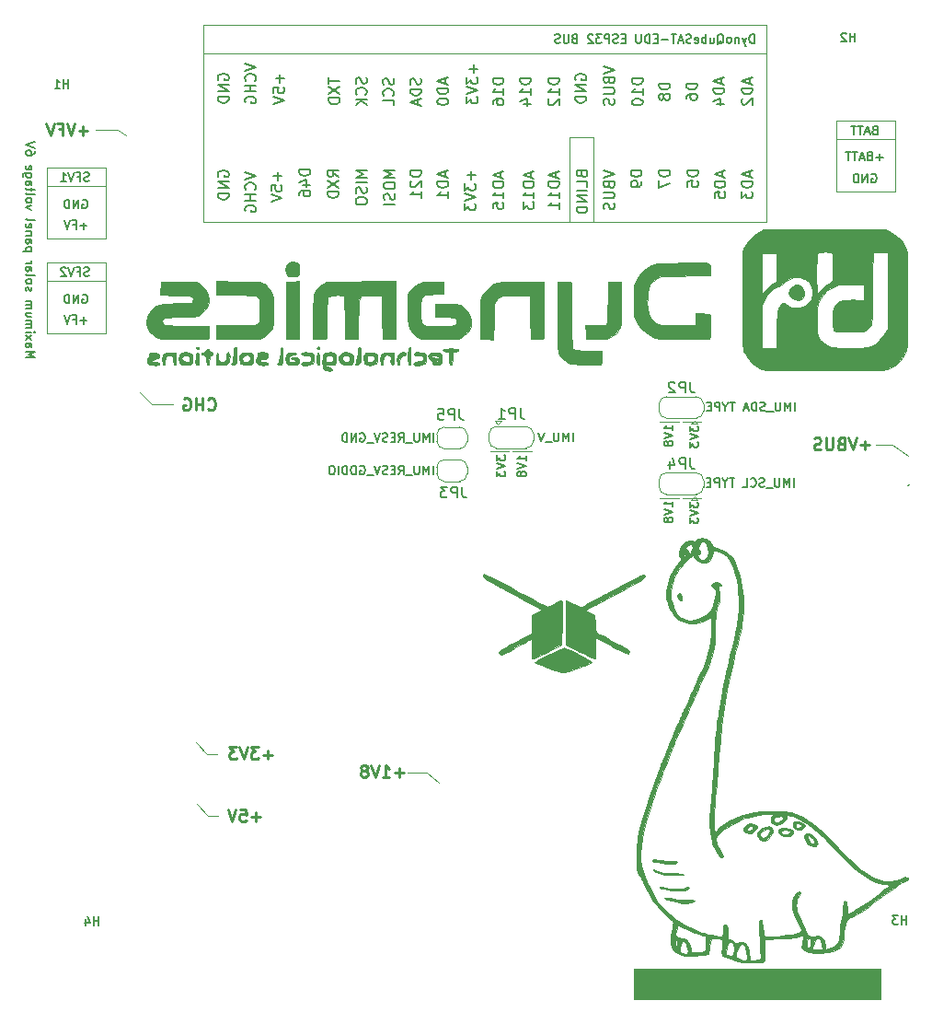
<source format=gbr>
G04 #@! TF.GenerationSoftware,KiCad,Pcbnew,(5.1.9)-1*
G04 #@! TF.CreationDate,2021-06-08T10:33:40+02:00*
G04 #@! TF.ProjectId,DynaQube,44796e61-5175-4626-952e-6b696361645f,v1.2*
G04 #@! TF.SameCoordinates,Original*
G04 #@! TF.FileFunction,Legend,Bot*
G04 #@! TF.FilePolarity,Positive*
%FSLAX46Y46*%
G04 Gerber Fmt 4.6, Leading zero omitted, Abs format (unit mm)*
G04 Created by KiCad (PCBNEW (5.1.9)-1) date 2021-06-08 10:33:40*
%MOMM*%
%LPD*%
G01*
G04 APERTURE LIST*
%ADD10C,0.100000*%
%ADD11C,0.150000*%
%ADD12C,0.250000*%
%ADD13C,0.120000*%
%ADD14C,0.010000*%
G04 APERTURE END LIST*
D10*
G36*
X107500000Y-140750000D02*
G01*
X84850000Y-140750000D01*
X84850000Y-138000000D01*
X107500000Y-138000000D01*
X107500000Y-140750000D01*
G37*
X107500000Y-140750000D02*
X84850000Y-140750000D01*
X84850000Y-138000000D01*
X107500000Y-138000000D01*
X107500000Y-140750000D01*
D11*
X28888095Y-81728571D02*
X29688095Y-81728571D01*
X29116666Y-81461904D01*
X29688095Y-81195238D01*
X28888095Y-81195238D01*
X28888095Y-80471428D02*
X29307142Y-80471428D01*
X29383333Y-80509523D01*
X29421428Y-80585714D01*
X29421428Y-80738095D01*
X29383333Y-80814285D01*
X28926190Y-80471428D02*
X28888095Y-80547619D01*
X28888095Y-80738095D01*
X28926190Y-80814285D01*
X29002380Y-80852380D01*
X29078571Y-80852380D01*
X29154761Y-80814285D01*
X29192857Y-80738095D01*
X29192857Y-80547619D01*
X29230952Y-80471428D01*
X28888095Y-80166666D02*
X29421428Y-79747619D01*
X29421428Y-80166666D02*
X28888095Y-79747619D01*
X28888095Y-79442857D02*
X29421428Y-79442857D01*
X29688095Y-79442857D02*
X29650000Y-79480952D01*
X29611904Y-79442857D01*
X29650000Y-79404761D01*
X29688095Y-79442857D01*
X29611904Y-79442857D01*
X28888095Y-79061904D02*
X29421428Y-79061904D01*
X29345238Y-79061904D02*
X29383333Y-79023809D01*
X29421428Y-78947619D01*
X29421428Y-78833333D01*
X29383333Y-78757142D01*
X29307142Y-78719047D01*
X28888095Y-78719047D01*
X29307142Y-78719047D02*
X29383333Y-78680952D01*
X29421428Y-78604761D01*
X29421428Y-78490476D01*
X29383333Y-78414285D01*
X29307142Y-78376190D01*
X28888095Y-78376190D01*
X29421428Y-77652380D02*
X28888095Y-77652380D01*
X29421428Y-77995238D02*
X29002380Y-77995238D01*
X28926190Y-77957142D01*
X28888095Y-77880952D01*
X28888095Y-77766666D01*
X28926190Y-77690476D01*
X28964285Y-77652380D01*
X28888095Y-77271428D02*
X29421428Y-77271428D01*
X29345238Y-77271428D02*
X29383333Y-77233333D01*
X29421428Y-77157142D01*
X29421428Y-77042857D01*
X29383333Y-76966666D01*
X29307142Y-76928571D01*
X28888095Y-76928571D01*
X29307142Y-76928571D02*
X29383333Y-76890476D01*
X29421428Y-76814285D01*
X29421428Y-76700000D01*
X29383333Y-76623809D01*
X29307142Y-76585714D01*
X28888095Y-76585714D01*
X28926190Y-75633333D02*
X28888095Y-75557142D01*
X28888095Y-75404761D01*
X28926190Y-75328571D01*
X29002380Y-75290476D01*
X29040476Y-75290476D01*
X29116666Y-75328571D01*
X29154761Y-75404761D01*
X29154761Y-75519047D01*
X29192857Y-75595238D01*
X29269047Y-75633333D01*
X29307142Y-75633333D01*
X29383333Y-75595238D01*
X29421428Y-75519047D01*
X29421428Y-75404761D01*
X29383333Y-75328571D01*
X28888095Y-74833333D02*
X28926190Y-74909523D01*
X28964285Y-74947619D01*
X29040476Y-74985714D01*
X29269047Y-74985714D01*
X29345238Y-74947619D01*
X29383333Y-74909523D01*
X29421428Y-74833333D01*
X29421428Y-74719047D01*
X29383333Y-74642857D01*
X29345238Y-74604761D01*
X29269047Y-74566666D01*
X29040476Y-74566666D01*
X28964285Y-74604761D01*
X28926190Y-74642857D01*
X28888095Y-74719047D01*
X28888095Y-74833333D01*
X28888095Y-74109523D02*
X28926190Y-74185714D01*
X29002380Y-74223809D01*
X29688095Y-74223809D01*
X28888095Y-73461904D02*
X29307142Y-73461904D01*
X29383333Y-73500000D01*
X29421428Y-73576190D01*
X29421428Y-73728571D01*
X29383333Y-73804761D01*
X28926190Y-73461904D02*
X28888095Y-73538095D01*
X28888095Y-73728571D01*
X28926190Y-73804761D01*
X29002380Y-73842857D01*
X29078571Y-73842857D01*
X29154761Y-73804761D01*
X29192857Y-73728571D01*
X29192857Y-73538095D01*
X29230952Y-73461904D01*
X28888095Y-73080952D02*
X29421428Y-73080952D01*
X29269047Y-73080952D02*
X29345238Y-73042857D01*
X29383333Y-73004761D01*
X29421428Y-72928571D01*
X29421428Y-72852380D01*
X29421428Y-71976190D02*
X28621428Y-71976190D01*
X29383333Y-71976190D02*
X29421428Y-71900000D01*
X29421428Y-71747619D01*
X29383333Y-71671428D01*
X29345238Y-71633333D01*
X29269047Y-71595238D01*
X29040476Y-71595238D01*
X28964285Y-71633333D01*
X28926190Y-71671428D01*
X28888095Y-71747619D01*
X28888095Y-71900000D01*
X28926190Y-71976190D01*
X28888095Y-70909523D02*
X29307142Y-70909523D01*
X29383333Y-70947619D01*
X29421428Y-71023809D01*
X29421428Y-71176190D01*
X29383333Y-71252380D01*
X28926190Y-70909523D02*
X28888095Y-70985714D01*
X28888095Y-71176190D01*
X28926190Y-71252380D01*
X29002380Y-71290476D01*
X29078571Y-71290476D01*
X29154761Y-71252380D01*
X29192857Y-71176190D01*
X29192857Y-70985714D01*
X29230952Y-70909523D01*
X29421428Y-70528571D02*
X28888095Y-70528571D01*
X29345238Y-70528571D02*
X29383333Y-70490476D01*
X29421428Y-70414285D01*
X29421428Y-70300000D01*
X29383333Y-70223809D01*
X29307142Y-70185714D01*
X28888095Y-70185714D01*
X28926190Y-69500000D02*
X28888095Y-69576190D01*
X28888095Y-69728571D01*
X28926190Y-69804761D01*
X29002380Y-69842857D01*
X29307142Y-69842857D01*
X29383333Y-69804761D01*
X29421428Y-69728571D01*
X29421428Y-69576190D01*
X29383333Y-69500000D01*
X29307142Y-69461904D01*
X29230952Y-69461904D01*
X29154761Y-69842857D01*
X28888095Y-69004761D02*
X28926190Y-69080952D01*
X29002380Y-69119047D01*
X29688095Y-69119047D01*
X29421428Y-68166666D02*
X28888095Y-67976190D01*
X29421428Y-67785714D01*
X28888095Y-67366666D02*
X28926190Y-67442857D01*
X28964285Y-67480952D01*
X29040476Y-67519047D01*
X29269047Y-67519047D01*
X29345238Y-67480952D01*
X29383333Y-67442857D01*
X29421428Y-67366666D01*
X29421428Y-67252380D01*
X29383333Y-67176190D01*
X29345238Y-67138095D01*
X29269047Y-67100000D01*
X29040476Y-67100000D01*
X28964285Y-67138095D01*
X28926190Y-67176190D01*
X28888095Y-67252380D01*
X28888095Y-67366666D01*
X28888095Y-66642857D02*
X28926190Y-66719047D01*
X29002380Y-66757142D01*
X29688095Y-66757142D01*
X29421428Y-66452380D02*
X29421428Y-66147619D01*
X29688095Y-66338095D02*
X29002380Y-66338095D01*
X28926190Y-66300000D01*
X28888095Y-66223809D01*
X28888095Y-66147619D01*
X28888095Y-65538095D02*
X29307142Y-65538095D01*
X29383333Y-65576190D01*
X29421428Y-65652380D01*
X29421428Y-65804761D01*
X29383333Y-65880952D01*
X28926190Y-65538095D02*
X28888095Y-65614285D01*
X28888095Y-65804761D01*
X28926190Y-65880952D01*
X29002380Y-65919047D01*
X29078571Y-65919047D01*
X29154761Y-65880952D01*
X29192857Y-65804761D01*
X29192857Y-65614285D01*
X29230952Y-65538095D01*
X29421428Y-64814285D02*
X28773809Y-64814285D01*
X28697619Y-64852380D01*
X28659523Y-64890476D01*
X28621428Y-64966666D01*
X28621428Y-65080952D01*
X28659523Y-65157142D01*
X28926190Y-64814285D02*
X28888095Y-64890476D01*
X28888095Y-65042857D01*
X28926190Y-65119047D01*
X28964285Y-65157142D01*
X29040476Y-65195238D01*
X29269047Y-65195238D01*
X29345238Y-65157142D01*
X29383333Y-65119047D01*
X29421428Y-65042857D01*
X29421428Y-64890476D01*
X29383333Y-64814285D01*
X28926190Y-64128571D02*
X28888095Y-64204761D01*
X28888095Y-64357142D01*
X28926190Y-64433333D01*
X29002380Y-64471428D01*
X29307142Y-64471428D01*
X29383333Y-64433333D01*
X29421428Y-64357142D01*
X29421428Y-64204761D01*
X29383333Y-64128571D01*
X29307142Y-64090476D01*
X29230952Y-64090476D01*
X29154761Y-64471428D01*
X29688095Y-62795238D02*
X29688095Y-62947619D01*
X29650000Y-63023809D01*
X29611904Y-63061904D01*
X29497619Y-63138095D01*
X29345238Y-63176190D01*
X29040476Y-63176190D01*
X28964285Y-63138095D01*
X28926190Y-63100000D01*
X28888095Y-63023809D01*
X28888095Y-62871428D01*
X28926190Y-62795238D01*
X28964285Y-62757142D01*
X29040476Y-62719047D01*
X29230952Y-62719047D01*
X29307142Y-62757142D01*
X29345238Y-62795238D01*
X29383333Y-62871428D01*
X29383333Y-63023809D01*
X29345238Y-63100000D01*
X29307142Y-63138095D01*
X29230952Y-63176190D01*
X29688095Y-62490476D02*
X28888095Y-62223809D01*
X29688095Y-61957142D01*
D12*
X106540476Y-89828571D02*
X105702380Y-89828571D01*
X106121428Y-90247619D02*
X106121428Y-89409523D01*
X105335714Y-89147619D02*
X104969047Y-90247619D01*
X104602380Y-89147619D01*
X103869047Y-89671428D02*
X103711904Y-89723809D01*
X103659523Y-89776190D01*
X103607142Y-89880952D01*
X103607142Y-90038095D01*
X103659523Y-90142857D01*
X103711904Y-90195238D01*
X103816666Y-90247619D01*
X104235714Y-90247619D01*
X104235714Y-89147619D01*
X103869047Y-89147619D01*
X103764285Y-89200000D01*
X103711904Y-89252380D01*
X103659523Y-89357142D01*
X103659523Y-89461904D01*
X103711904Y-89566666D01*
X103764285Y-89619047D01*
X103869047Y-89671428D01*
X104235714Y-89671428D01*
X103135714Y-89147619D02*
X103135714Y-90038095D01*
X103083333Y-90142857D01*
X103030952Y-90195238D01*
X102926190Y-90247619D01*
X102716666Y-90247619D01*
X102611904Y-90195238D01*
X102559523Y-90142857D01*
X102507142Y-90038095D01*
X102507142Y-89147619D01*
X102035714Y-90195238D02*
X101878571Y-90247619D01*
X101616666Y-90247619D01*
X101511904Y-90195238D01*
X101459523Y-90142857D01*
X101407142Y-90038095D01*
X101407142Y-89933333D01*
X101459523Y-89828571D01*
X101511904Y-89776190D01*
X101616666Y-89723809D01*
X101826190Y-89671428D01*
X101930952Y-89619047D01*
X101983333Y-89566666D01*
X102035714Y-89461904D01*
X102035714Y-89357142D01*
X101983333Y-89252380D01*
X101930952Y-89200000D01*
X101826190Y-89147619D01*
X101564285Y-89147619D01*
X101407142Y-89200000D01*
D13*
X44600000Y-122800000D02*
X45650000Y-123900000D01*
X45650000Y-123900000D02*
X46550000Y-123900000D01*
X45200000Y-117800000D02*
X45150000Y-117900000D01*
X45550000Y-118200000D02*
X46450000Y-118200000D01*
X44500000Y-117100000D02*
X45550000Y-118200000D01*
X65750000Y-119900000D02*
X66850000Y-120850000D01*
X65750000Y-119900000D02*
X64050000Y-119900000D01*
X108650000Y-89800000D02*
X110100000Y-90800000D01*
X107100000Y-89800000D02*
X108650000Y-89800000D01*
X109950000Y-93550000D02*
X110150000Y-93400000D01*
X40500000Y-86050000D02*
X39400000Y-85000000D01*
X40500000Y-86050000D02*
X42450000Y-86050000D01*
X37300000Y-60850000D02*
X38100000Y-61300000D01*
X35350000Y-60850000D02*
X37300000Y-60850000D01*
D12*
X34583333Y-60928571D02*
X33745238Y-60928571D01*
X34164285Y-61347619D02*
X34164285Y-60509523D01*
X33378571Y-60247619D02*
X33011904Y-61347619D01*
X32645238Y-60247619D01*
X31911904Y-60771428D02*
X32278571Y-60771428D01*
X32278571Y-61347619D02*
X32278571Y-60247619D01*
X31754761Y-60247619D01*
X31492857Y-60247619D02*
X31126190Y-61347619D01*
X30759523Y-60247619D01*
X45635714Y-86492857D02*
X45688095Y-86545238D01*
X45845238Y-86597619D01*
X45950000Y-86597619D01*
X46107142Y-86545238D01*
X46211904Y-86440476D01*
X46264285Y-86335714D01*
X46316666Y-86126190D01*
X46316666Y-85969047D01*
X46264285Y-85759523D01*
X46211904Y-85654761D01*
X46107142Y-85550000D01*
X45950000Y-85497619D01*
X45845238Y-85497619D01*
X45688095Y-85550000D01*
X45635714Y-85602380D01*
X45164285Y-86597619D02*
X45164285Y-85497619D01*
X45164285Y-86021428D02*
X44535714Y-86021428D01*
X44535714Y-86597619D02*
X44535714Y-85497619D01*
X43435714Y-85550000D02*
X43540476Y-85497619D01*
X43697619Y-85497619D01*
X43854761Y-85550000D01*
X43959523Y-85654761D01*
X44011904Y-85759523D01*
X44064285Y-85969047D01*
X44064285Y-86126190D01*
X44011904Y-86335714D01*
X43959523Y-86440476D01*
X43854761Y-86545238D01*
X43697619Y-86597619D01*
X43592857Y-86597619D01*
X43435714Y-86545238D01*
X43383333Y-86492857D01*
X43383333Y-86126190D01*
X43592857Y-86126190D01*
X63638095Y-119928571D02*
X62800000Y-119928571D01*
X63219047Y-120347619D02*
X63219047Y-119509523D01*
X61700000Y-120347619D02*
X62328571Y-120347619D01*
X62014285Y-120347619D02*
X62014285Y-119247619D01*
X62119047Y-119404761D01*
X62223809Y-119509523D01*
X62328571Y-119561904D01*
X61385714Y-119247619D02*
X61019047Y-120347619D01*
X60652380Y-119247619D01*
X60128571Y-119719047D02*
X60233333Y-119666666D01*
X60285714Y-119614285D01*
X60338095Y-119509523D01*
X60338095Y-119457142D01*
X60285714Y-119352380D01*
X60233333Y-119300000D01*
X60128571Y-119247619D01*
X59919047Y-119247619D01*
X59814285Y-119300000D01*
X59761904Y-119352380D01*
X59709523Y-119457142D01*
X59709523Y-119509523D01*
X59761904Y-119614285D01*
X59814285Y-119666666D01*
X59919047Y-119719047D01*
X60128571Y-119719047D01*
X60233333Y-119771428D01*
X60285714Y-119823809D01*
X60338095Y-119928571D01*
X60338095Y-120138095D01*
X60285714Y-120242857D01*
X60233333Y-120295238D01*
X60128571Y-120347619D01*
X59919047Y-120347619D01*
X59814285Y-120295238D01*
X59761904Y-120242857D01*
X59709523Y-120138095D01*
X59709523Y-119928571D01*
X59761904Y-119823809D01*
X59814285Y-119771428D01*
X59919047Y-119719047D01*
X50464285Y-123978571D02*
X49626190Y-123978571D01*
X50045238Y-124397619D02*
X50045238Y-123559523D01*
X48578571Y-123297619D02*
X49102380Y-123297619D01*
X49154761Y-123821428D01*
X49102380Y-123769047D01*
X48997619Y-123716666D01*
X48735714Y-123716666D01*
X48630952Y-123769047D01*
X48578571Y-123821428D01*
X48526190Y-123926190D01*
X48526190Y-124188095D01*
X48578571Y-124292857D01*
X48630952Y-124345238D01*
X48735714Y-124397619D01*
X48997619Y-124397619D01*
X49102380Y-124345238D01*
X49154761Y-124292857D01*
X48211904Y-123297619D02*
X47845238Y-124397619D01*
X47478571Y-123297619D01*
X51538095Y-118278571D02*
X50700000Y-118278571D01*
X51119047Y-118697619D02*
X51119047Y-117859523D01*
X50280952Y-117597619D02*
X49600000Y-117597619D01*
X49966666Y-118016666D01*
X49809523Y-118016666D01*
X49704761Y-118069047D01*
X49652380Y-118121428D01*
X49600000Y-118226190D01*
X49600000Y-118488095D01*
X49652380Y-118592857D01*
X49704761Y-118645238D01*
X49809523Y-118697619D01*
X50123809Y-118697619D01*
X50228571Y-118645238D01*
X50280952Y-118592857D01*
X49285714Y-117597619D02*
X48919047Y-118697619D01*
X48552380Y-117597619D01*
X48290476Y-117597619D02*
X47609523Y-117597619D01*
X47976190Y-118016666D01*
X47819047Y-118016666D01*
X47714285Y-118069047D01*
X47661904Y-118121428D01*
X47609523Y-118226190D01*
X47609523Y-118488095D01*
X47661904Y-118592857D01*
X47714285Y-118645238D01*
X47819047Y-118697619D01*
X48133333Y-118697619D01*
X48238095Y-118645238D01*
X48290476Y-118592857D01*
D11*
X99550000Y-93661904D02*
X99550000Y-92861904D01*
X99169047Y-93661904D02*
X99169047Y-92861904D01*
X98902380Y-93433333D01*
X98635714Y-92861904D01*
X98635714Y-93661904D01*
X98254761Y-92861904D02*
X98254761Y-93509523D01*
X98216666Y-93585714D01*
X98178571Y-93623809D01*
X98102380Y-93661904D01*
X97950000Y-93661904D01*
X97873809Y-93623809D01*
X97835714Y-93585714D01*
X97797619Y-93509523D01*
X97797619Y-92861904D01*
X97607142Y-93738095D02*
X96997619Y-93738095D01*
X96845238Y-93623809D02*
X96730952Y-93661904D01*
X96540476Y-93661904D01*
X96464285Y-93623809D01*
X96426190Y-93585714D01*
X96388095Y-93509523D01*
X96388095Y-93433333D01*
X96426190Y-93357142D01*
X96464285Y-93319047D01*
X96540476Y-93280952D01*
X96692857Y-93242857D01*
X96769047Y-93204761D01*
X96807142Y-93166666D01*
X96845238Y-93090476D01*
X96845238Y-93014285D01*
X96807142Y-92938095D01*
X96769047Y-92900000D01*
X96692857Y-92861904D01*
X96502380Y-92861904D01*
X96388095Y-92900000D01*
X95588095Y-93585714D02*
X95626190Y-93623809D01*
X95740476Y-93661904D01*
X95816666Y-93661904D01*
X95930952Y-93623809D01*
X96007142Y-93547619D01*
X96045238Y-93471428D01*
X96083333Y-93319047D01*
X96083333Y-93204761D01*
X96045238Y-93052380D01*
X96007142Y-92976190D01*
X95930952Y-92900000D01*
X95816666Y-92861904D01*
X95740476Y-92861904D01*
X95626190Y-92900000D01*
X95588095Y-92938095D01*
X94864285Y-93661904D02*
X95245238Y-93661904D01*
X95245238Y-92861904D01*
X94102380Y-92861904D02*
X93645238Y-92861904D01*
X93873809Y-93661904D02*
X93873809Y-92861904D01*
X93226190Y-93280952D02*
X93226190Y-93661904D01*
X93492857Y-92861904D02*
X93226190Y-93280952D01*
X92959523Y-92861904D01*
X92692857Y-93661904D02*
X92692857Y-92861904D01*
X92388095Y-92861904D01*
X92311904Y-92900000D01*
X92273809Y-92938095D01*
X92235714Y-93014285D01*
X92235714Y-93128571D01*
X92273809Y-93204761D01*
X92311904Y-93242857D01*
X92388095Y-93280952D01*
X92692857Y-93280952D01*
X91892857Y-93242857D02*
X91626190Y-93242857D01*
X91511904Y-93661904D02*
X91892857Y-93661904D01*
X91892857Y-92861904D01*
X91511904Y-92861904D01*
X99619047Y-86661904D02*
X99619047Y-85861904D01*
X99238095Y-86661904D02*
X99238095Y-85861904D01*
X98971428Y-86433333D01*
X98704761Y-85861904D01*
X98704761Y-86661904D01*
X98323809Y-85861904D02*
X98323809Y-86509523D01*
X98285714Y-86585714D01*
X98247619Y-86623809D01*
X98171428Y-86661904D01*
X98019047Y-86661904D01*
X97942857Y-86623809D01*
X97904761Y-86585714D01*
X97866666Y-86509523D01*
X97866666Y-85861904D01*
X97676190Y-86738095D02*
X97066666Y-86738095D01*
X96914285Y-86623809D02*
X96800000Y-86661904D01*
X96609523Y-86661904D01*
X96533333Y-86623809D01*
X96495238Y-86585714D01*
X96457142Y-86509523D01*
X96457142Y-86433333D01*
X96495238Y-86357142D01*
X96533333Y-86319047D01*
X96609523Y-86280952D01*
X96761904Y-86242857D01*
X96838095Y-86204761D01*
X96876190Y-86166666D01*
X96914285Y-86090476D01*
X96914285Y-86014285D01*
X96876190Y-85938095D01*
X96838095Y-85900000D01*
X96761904Y-85861904D01*
X96571428Y-85861904D01*
X96457142Y-85900000D01*
X96114285Y-86661904D02*
X96114285Y-85861904D01*
X95923809Y-85861904D01*
X95809523Y-85900000D01*
X95733333Y-85976190D01*
X95695238Y-86052380D01*
X95657142Y-86204761D01*
X95657142Y-86319047D01*
X95695238Y-86471428D01*
X95733333Y-86547619D01*
X95809523Y-86623809D01*
X95923809Y-86661904D01*
X96114285Y-86661904D01*
X95352380Y-86433333D02*
X94971428Y-86433333D01*
X95428571Y-86661904D02*
X95161904Y-85861904D01*
X94895238Y-86661904D01*
X94133333Y-85861904D02*
X93676190Y-85861904D01*
X93904761Y-86661904D02*
X93904761Y-85861904D01*
X93257142Y-86280952D02*
X93257142Y-86661904D01*
X93523809Y-85861904D02*
X93257142Y-86280952D01*
X92990476Y-85861904D01*
X92723809Y-86661904D02*
X92723809Y-85861904D01*
X92419047Y-85861904D01*
X92342857Y-85900000D01*
X92304761Y-85938095D01*
X92266666Y-86014285D01*
X92266666Y-86128571D01*
X92304761Y-86204761D01*
X92342857Y-86242857D01*
X92419047Y-86280952D01*
X92723809Y-86280952D01*
X91923809Y-86242857D02*
X91657142Y-86242857D01*
X91542857Y-86661904D02*
X91923809Y-86661904D01*
X91923809Y-85861904D01*
X91542857Y-85861904D01*
D13*
X87200000Y-94700000D02*
X88950000Y-94700000D01*
X89300000Y-94700000D02*
X91050000Y-94700000D01*
D11*
X88411904Y-95454761D02*
X88411904Y-94997619D01*
X88411904Y-95226190D02*
X87611904Y-95226190D01*
X87726190Y-95150000D01*
X87802380Y-95073809D01*
X87840476Y-94997619D01*
X87611904Y-95683333D02*
X88411904Y-95950000D01*
X87611904Y-96216666D01*
X87954761Y-96597619D02*
X87916666Y-96521428D01*
X87878571Y-96483333D01*
X87802380Y-96445238D01*
X87764285Y-96445238D01*
X87688095Y-96483333D01*
X87650000Y-96521428D01*
X87611904Y-96597619D01*
X87611904Y-96750000D01*
X87650000Y-96826190D01*
X87688095Y-96864285D01*
X87764285Y-96902380D01*
X87802380Y-96902380D01*
X87878571Y-96864285D01*
X87916666Y-96826190D01*
X87954761Y-96750000D01*
X87954761Y-96597619D01*
X87992857Y-96521428D01*
X88030952Y-96483333D01*
X88107142Y-96445238D01*
X88259523Y-96445238D01*
X88335714Y-96483333D01*
X88373809Y-96521428D01*
X88411904Y-96597619D01*
X88411904Y-96750000D01*
X88373809Y-96826190D01*
X88335714Y-96864285D01*
X88259523Y-96902380D01*
X88107142Y-96902380D01*
X88030952Y-96864285D01*
X87992857Y-96826190D01*
X87954761Y-96750000D01*
X89961904Y-95059523D02*
X89961904Y-95554761D01*
X90266666Y-95288095D01*
X90266666Y-95402380D01*
X90304761Y-95478571D01*
X90342857Y-95516666D01*
X90419047Y-95554761D01*
X90609523Y-95554761D01*
X90685714Y-95516666D01*
X90723809Y-95478571D01*
X90761904Y-95402380D01*
X90761904Y-95173809D01*
X90723809Y-95097619D01*
X90685714Y-95059523D01*
X89961904Y-95783333D02*
X90761904Y-96050000D01*
X89961904Y-96316666D01*
X89961904Y-96507142D02*
X89961904Y-97002380D01*
X90266666Y-96735714D01*
X90266666Y-96850000D01*
X90304761Y-96926190D01*
X90342857Y-96964285D01*
X90419047Y-97002380D01*
X90609523Y-97002380D01*
X90685714Y-96964285D01*
X90723809Y-96926190D01*
X90761904Y-96850000D01*
X90761904Y-96621428D01*
X90723809Y-96545238D01*
X90685714Y-96507142D01*
D13*
X89300000Y-87700000D02*
X91050000Y-87700000D01*
X87200000Y-87700000D02*
X88950000Y-87700000D01*
D11*
X89961904Y-88059523D02*
X89961904Y-88554761D01*
X90266666Y-88288095D01*
X90266666Y-88402380D01*
X90304761Y-88478571D01*
X90342857Y-88516666D01*
X90419047Y-88554761D01*
X90609523Y-88554761D01*
X90685714Y-88516666D01*
X90723809Y-88478571D01*
X90761904Y-88402380D01*
X90761904Y-88173809D01*
X90723809Y-88097619D01*
X90685714Y-88059523D01*
X89961904Y-88783333D02*
X90761904Y-89050000D01*
X89961904Y-89316666D01*
X89961904Y-89507142D02*
X89961904Y-90002380D01*
X90266666Y-89735714D01*
X90266666Y-89850000D01*
X90304761Y-89926190D01*
X90342857Y-89964285D01*
X90419047Y-90002380D01*
X90609523Y-90002380D01*
X90685714Y-89964285D01*
X90723809Y-89926190D01*
X90761904Y-89850000D01*
X90761904Y-89621428D01*
X90723809Y-89545238D01*
X90685714Y-89507142D01*
X88411904Y-88454761D02*
X88411904Y-87997619D01*
X88411904Y-88226190D02*
X87611904Y-88226190D01*
X87726190Y-88150000D01*
X87802380Y-88073809D01*
X87840476Y-87997619D01*
X87611904Y-88683333D02*
X88411904Y-88950000D01*
X87611904Y-89216666D01*
X87954761Y-89597619D02*
X87916666Y-89521428D01*
X87878571Y-89483333D01*
X87802380Y-89445238D01*
X87764285Y-89445238D01*
X87688095Y-89483333D01*
X87650000Y-89521428D01*
X87611904Y-89597619D01*
X87611904Y-89750000D01*
X87650000Y-89826190D01*
X87688095Y-89864285D01*
X87764285Y-89902380D01*
X87802380Y-89902380D01*
X87878571Y-89864285D01*
X87916666Y-89826190D01*
X87954761Y-89750000D01*
X87954761Y-89597619D01*
X87992857Y-89521428D01*
X88030952Y-89483333D01*
X88107142Y-89445238D01*
X88259523Y-89445238D01*
X88335714Y-89483333D01*
X88373809Y-89521428D01*
X88411904Y-89597619D01*
X88411904Y-89750000D01*
X88373809Y-89826190D01*
X88335714Y-89864285D01*
X88259523Y-89902380D01*
X88107142Y-89902380D01*
X88030952Y-89864285D01*
X87992857Y-89826190D01*
X87954761Y-89750000D01*
X74911904Y-91254761D02*
X74911904Y-90797619D01*
X74911904Y-91026190D02*
X74111904Y-91026190D01*
X74226190Y-90950000D01*
X74302380Y-90873809D01*
X74340476Y-90797619D01*
X74111904Y-91483333D02*
X74911904Y-91750000D01*
X74111904Y-92016666D01*
X74454761Y-92397619D02*
X74416666Y-92321428D01*
X74378571Y-92283333D01*
X74302380Y-92245238D01*
X74264285Y-92245238D01*
X74188095Y-92283333D01*
X74150000Y-92321428D01*
X74111904Y-92397619D01*
X74111904Y-92550000D01*
X74150000Y-92626190D01*
X74188095Y-92664285D01*
X74264285Y-92702380D01*
X74302380Y-92702380D01*
X74378571Y-92664285D01*
X74416666Y-92626190D01*
X74454761Y-92550000D01*
X74454761Y-92397619D01*
X74492857Y-92321428D01*
X74530952Y-92283333D01*
X74607142Y-92245238D01*
X74759523Y-92245238D01*
X74835714Y-92283333D01*
X74873809Y-92321428D01*
X74911904Y-92397619D01*
X74911904Y-92550000D01*
X74873809Y-92626190D01*
X74835714Y-92664285D01*
X74759523Y-92702380D01*
X74607142Y-92702380D01*
X74530952Y-92664285D01*
X74492857Y-92626190D01*
X74454761Y-92550000D01*
X72211904Y-90759523D02*
X72211904Y-91254761D01*
X72516666Y-90988095D01*
X72516666Y-91102380D01*
X72554761Y-91178571D01*
X72592857Y-91216666D01*
X72669047Y-91254761D01*
X72859523Y-91254761D01*
X72935714Y-91216666D01*
X72973809Y-91178571D01*
X73011904Y-91102380D01*
X73011904Y-90873809D01*
X72973809Y-90797619D01*
X72935714Y-90759523D01*
X72211904Y-91483333D02*
X73011904Y-91750000D01*
X72211904Y-92016666D01*
X72211904Y-92207142D02*
X72211904Y-92702380D01*
X72516666Y-92435714D01*
X72516666Y-92550000D01*
X72554761Y-92626190D01*
X72592857Y-92664285D01*
X72669047Y-92702380D01*
X72859523Y-92702380D01*
X72935714Y-92664285D01*
X72973809Y-92626190D01*
X73011904Y-92550000D01*
X73011904Y-92321428D01*
X72973809Y-92245238D01*
X72935714Y-92207142D01*
D13*
X73700000Y-90350000D02*
X75450000Y-90350000D01*
X71600000Y-90350000D02*
X73350000Y-90350000D01*
D11*
X79223809Y-89461904D02*
X79223809Y-88661904D01*
X78842857Y-89461904D02*
X78842857Y-88661904D01*
X78576190Y-89233333D01*
X78309523Y-88661904D01*
X78309523Y-89461904D01*
X77928571Y-88661904D02*
X77928571Y-89309523D01*
X77890476Y-89385714D01*
X77852380Y-89423809D01*
X77776190Y-89461904D01*
X77623809Y-89461904D01*
X77547619Y-89423809D01*
X77509523Y-89385714D01*
X77471428Y-89309523D01*
X77471428Y-88661904D01*
X77280952Y-89538095D02*
X76671428Y-89538095D01*
X76595238Y-88661904D02*
X76328571Y-89461904D01*
X76061904Y-88661904D01*
X66380952Y-92511904D02*
X66380952Y-91711904D01*
X66000000Y-92511904D02*
X66000000Y-91711904D01*
X65733333Y-92283333D01*
X65466666Y-91711904D01*
X65466666Y-92511904D01*
X65085714Y-91711904D02*
X65085714Y-92359523D01*
X65047619Y-92435714D01*
X65009523Y-92473809D01*
X64933333Y-92511904D01*
X64780952Y-92511904D01*
X64704761Y-92473809D01*
X64666666Y-92435714D01*
X64628571Y-92359523D01*
X64628571Y-91711904D01*
X64438095Y-92588095D02*
X63828571Y-92588095D01*
X63180952Y-92511904D02*
X63447619Y-92130952D01*
X63638095Y-92511904D02*
X63638095Y-91711904D01*
X63333333Y-91711904D01*
X63257142Y-91750000D01*
X63219047Y-91788095D01*
X63180952Y-91864285D01*
X63180952Y-91978571D01*
X63219047Y-92054761D01*
X63257142Y-92092857D01*
X63333333Y-92130952D01*
X63638095Y-92130952D01*
X62838095Y-92092857D02*
X62571428Y-92092857D01*
X62457142Y-92511904D02*
X62838095Y-92511904D01*
X62838095Y-91711904D01*
X62457142Y-91711904D01*
X62152380Y-92473809D02*
X62038095Y-92511904D01*
X61847619Y-92511904D01*
X61771428Y-92473809D01*
X61733333Y-92435714D01*
X61695238Y-92359523D01*
X61695238Y-92283333D01*
X61733333Y-92207142D01*
X61771428Y-92169047D01*
X61847619Y-92130952D01*
X62000000Y-92092857D01*
X62076190Y-92054761D01*
X62114285Y-92016666D01*
X62152380Y-91940476D01*
X62152380Y-91864285D01*
X62114285Y-91788095D01*
X62076190Y-91750000D01*
X62000000Y-91711904D01*
X61809523Y-91711904D01*
X61695238Y-91750000D01*
X61466666Y-91711904D02*
X61200000Y-92511904D01*
X60933333Y-91711904D01*
X60857142Y-92588095D02*
X60247619Y-92588095D01*
X59638095Y-91750000D02*
X59714285Y-91711904D01*
X59828571Y-91711904D01*
X59942857Y-91750000D01*
X60019047Y-91826190D01*
X60057142Y-91902380D01*
X60095238Y-92054761D01*
X60095238Y-92169047D01*
X60057142Y-92321428D01*
X60019047Y-92397619D01*
X59942857Y-92473809D01*
X59828571Y-92511904D01*
X59752380Y-92511904D01*
X59638095Y-92473809D01*
X59600000Y-92435714D01*
X59600000Y-92169047D01*
X59752380Y-92169047D01*
X59257142Y-92511904D02*
X59257142Y-91711904D01*
X59066666Y-91711904D01*
X58952380Y-91750000D01*
X58876190Y-91826190D01*
X58838095Y-91902380D01*
X58800000Y-92054761D01*
X58800000Y-92169047D01*
X58838095Y-92321428D01*
X58876190Y-92397619D01*
X58952380Y-92473809D01*
X59066666Y-92511904D01*
X59257142Y-92511904D01*
X58457142Y-92511904D02*
X58457142Y-91711904D01*
X58266666Y-91711904D01*
X58152380Y-91750000D01*
X58076190Y-91826190D01*
X58038095Y-91902380D01*
X58000000Y-92054761D01*
X58000000Y-92169047D01*
X58038095Y-92321428D01*
X58076190Y-92397619D01*
X58152380Y-92473809D01*
X58266666Y-92511904D01*
X58457142Y-92511904D01*
X57657142Y-92511904D02*
X57657142Y-91711904D01*
X57123809Y-91711904D02*
X56971428Y-91711904D01*
X56895238Y-91750000D01*
X56819047Y-91826190D01*
X56780952Y-91978571D01*
X56780952Y-92245238D01*
X56819047Y-92397619D01*
X56895238Y-92473809D01*
X56971428Y-92511904D01*
X57123809Y-92511904D01*
X57200000Y-92473809D01*
X57276190Y-92397619D01*
X57314285Y-92245238D01*
X57314285Y-91978571D01*
X57276190Y-91826190D01*
X57200000Y-91750000D01*
X57123809Y-91711904D01*
X66390476Y-89511904D02*
X66390476Y-88711904D01*
X66009523Y-89511904D02*
X66009523Y-88711904D01*
X65742857Y-89283333D01*
X65476190Y-88711904D01*
X65476190Y-89511904D01*
X65095238Y-88711904D02*
X65095238Y-89359523D01*
X65057142Y-89435714D01*
X65019047Y-89473809D01*
X64942857Y-89511904D01*
X64790476Y-89511904D01*
X64714285Y-89473809D01*
X64676190Y-89435714D01*
X64638095Y-89359523D01*
X64638095Y-88711904D01*
X64447619Y-89588095D02*
X63838095Y-89588095D01*
X63190476Y-89511904D02*
X63457142Y-89130952D01*
X63647619Y-89511904D02*
X63647619Y-88711904D01*
X63342857Y-88711904D01*
X63266666Y-88750000D01*
X63228571Y-88788095D01*
X63190476Y-88864285D01*
X63190476Y-88978571D01*
X63228571Y-89054761D01*
X63266666Y-89092857D01*
X63342857Y-89130952D01*
X63647619Y-89130952D01*
X62847619Y-89092857D02*
X62580952Y-89092857D01*
X62466666Y-89511904D02*
X62847619Y-89511904D01*
X62847619Y-88711904D01*
X62466666Y-88711904D01*
X62161904Y-89473809D02*
X62047619Y-89511904D01*
X61857142Y-89511904D01*
X61780952Y-89473809D01*
X61742857Y-89435714D01*
X61704761Y-89359523D01*
X61704761Y-89283333D01*
X61742857Y-89207142D01*
X61780952Y-89169047D01*
X61857142Y-89130952D01*
X62009523Y-89092857D01*
X62085714Y-89054761D01*
X62123809Y-89016666D01*
X62161904Y-88940476D01*
X62161904Y-88864285D01*
X62123809Y-88788095D01*
X62085714Y-88750000D01*
X62009523Y-88711904D01*
X61819047Y-88711904D01*
X61704761Y-88750000D01*
X61476190Y-88711904D02*
X61209523Y-89511904D01*
X60942857Y-88711904D01*
X60866666Y-89588095D02*
X60257142Y-89588095D01*
X59647619Y-88750000D02*
X59723809Y-88711904D01*
X59838095Y-88711904D01*
X59952380Y-88750000D01*
X60028571Y-88826190D01*
X60066666Y-88902380D01*
X60104761Y-89054761D01*
X60104761Y-89169047D01*
X60066666Y-89321428D01*
X60028571Y-89397619D01*
X59952380Y-89473809D01*
X59838095Y-89511904D01*
X59761904Y-89511904D01*
X59647619Y-89473809D01*
X59609523Y-89435714D01*
X59609523Y-89169047D01*
X59761904Y-89169047D01*
X59266666Y-89511904D02*
X59266666Y-88711904D01*
X58809523Y-89511904D01*
X58809523Y-88711904D01*
X58428571Y-89511904D02*
X58428571Y-88711904D01*
X58238095Y-88711904D01*
X58123809Y-88750000D01*
X58047619Y-88826190D01*
X58009523Y-88902380D01*
X57971428Y-89054761D01*
X57971428Y-89169047D01*
X58009523Y-89321428D01*
X58047619Y-89397619D01*
X58123809Y-89473809D01*
X58238095Y-89511904D01*
X58428571Y-89511904D01*
D13*
X81100000Y-61500000D02*
X81100000Y-69300000D01*
X78900000Y-61500000D02*
X81100000Y-61500000D01*
X78900000Y-61500000D02*
X78900000Y-69300000D01*
D11*
X55052380Y-64485714D02*
X54052380Y-64485714D01*
X54052380Y-64723809D01*
X54100000Y-64866666D01*
X54195238Y-64961904D01*
X54290476Y-65009523D01*
X54480952Y-65057142D01*
X54623809Y-65057142D01*
X54814285Y-65009523D01*
X54909523Y-64961904D01*
X55004761Y-64866666D01*
X55052380Y-64723809D01*
X55052380Y-64485714D01*
X54385714Y-65914285D02*
X55052380Y-65914285D01*
X54004761Y-65676190D02*
X54719047Y-65438095D01*
X54719047Y-66057142D01*
X54052380Y-66866666D02*
X54052380Y-66676190D01*
X54100000Y-66580952D01*
X54147619Y-66533333D01*
X54290476Y-66438095D01*
X54480952Y-66390476D01*
X54861904Y-66390476D01*
X54957142Y-66438095D01*
X55004761Y-66485714D01*
X55052380Y-66580952D01*
X55052380Y-66771428D01*
X55004761Y-66866666D01*
X54957142Y-66914285D01*
X54861904Y-66961904D01*
X54623809Y-66961904D01*
X54528571Y-66914285D01*
X54480952Y-66866666D01*
X54433333Y-66771428D01*
X54433333Y-66580952D01*
X54480952Y-66485714D01*
X54528571Y-66438095D01*
X54623809Y-66390476D01*
X95892857Y-52861904D02*
X95892857Y-52061904D01*
X95702380Y-52061904D01*
X95588095Y-52100000D01*
X95511904Y-52176190D01*
X95473809Y-52252380D01*
X95435714Y-52404761D01*
X95435714Y-52519047D01*
X95473809Y-52671428D01*
X95511904Y-52747619D01*
X95588095Y-52823809D01*
X95702380Y-52861904D01*
X95892857Y-52861904D01*
X95169047Y-52328571D02*
X94978571Y-52861904D01*
X94788095Y-52328571D02*
X94978571Y-52861904D01*
X95054761Y-53052380D01*
X95092857Y-53090476D01*
X95169047Y-53128571D01*
X94483333Y-52328571D02*
X94483333Y-52861904D01*
X94483333Y-52404761D02*
X94445238Y-52366666D01*
X94369047Y-52328571D01*
X94254761Y-52328571D01*
X94178571Y-52366666D01*
X94140476Y-52442857D01*
X94140476Y-52861904D01*
X93645238Y-52861904D02*
X93721428Y-52823809D01*
X93759523Y-52785714D01*
X93797619Y-52709523D01*
X93797619Y-52480952D01*
X93759523Y-52404761D01*
X93721428Y-52366666D01*
X93645238Y-52328571D01*
X93530952Y-52328571D01*
X93454761Y-52366666D01*
X93416666Y-52404761D01*
X93378571Y-52480952D01*
X93378571Y-52709523D01*
X93416666Y-52785714D01*
X93454761Y-52823809D01*
X93530952Y-52861904D01*
X93645238Y-52861904D01*
X92502380Y-52938095D02*
X92578571Y-52900000D01*
X92654761Y-52823809D01*
X92769047Y-52709523D01*
X92845238Y-52671428D01*
X92921428Y-52671428D01*
X92883333Y-52861904D02*
X92959523Y-52823809D01*
X93035714Y-52747619D01*
X93073809Y-52595238D01*
X93073809Y-52328571D01*
X93035714Y-52176190D01*
X92959523Y-52100000D01*
X92883333Y-52061904D01*
X92730952Y-52061904D01*
X92654761Y-52100000D01*
X92578571Y-52176190D01*
X92540476Y-52328571D01*
X92540476Y-52595238D01*
X92578571Y-52747619D01*
X92654761Y-52823809D01*
X92730952Y-52861904D01*
X92883333Y-52861904D01*
X91854761Y-52328571D02*
X91854761Y-52861904D01*
X92197619Y-52328571D02*
X92197619Y-52747619D01*
X92159523Y-52823809D01*
X92083333Y-52861904D01*
X91969047Y-52861904D01*
X91892857Y-52823809D01*
X91854761Y-52785714D01*
X91473809Y-52861904D02*
X91473809Y-52061904D01*
X91473809Y-52366666D02*
X91397619Y-52328571D01*
X91245238Y-52328571D01*
X91169047Y-52366666D01*
X91130952Y-52404761D01*
X91092857Y-52480952D01*
X91092857Y-52709523D01*
X91130952Y-52785714D01*
X91169047Y-52823809D01*
X91245238Y-52861904D01*
X91397619Y-52861904D01*
X91473809Y-52823809D01*
X90445238Y-52823809D02*
X90521428Y-52861904D01*
X90673809Y-52861904D01*
X90750000Y-52823809D01*
X90788095Y-52747619D01*
X90788095Y-52442857D01*
X90750000Y-52366666D01*
X90673809Y-52328571D01*
X90521428Y-52328571D01*
X90445238Y-52366666D01*
X90407142Y-52442857D01*
X90407142Y-52519047D01*
X90788095Y-52595238D01*
X90102380Y-52823809D02*
X89988095Y-52861904D01*
X89797619Y-52861904D01*
X89721428Y-52823809D01*
X89683333Y-52785714D01*
X89645238Y-52709523D01*
X89645238Y-52633333D01*
X89683333Y-52557142D01*
X89721428Y-52519047D01*
X89797619Y-52480952D01*
X89950000Y-52442857D01*
X90026190Y-52404761D01*
X90064285Y-52366666D01*
X90102380Y-52290476D01*
X90102380Y-52214285D01*
X90064285Y-52138095D01*
X90026190Y-52100000D01*
X89950000Y-52061904D01*
X89759523Y-52061904D01*
X89645238Y-52100000D01*
X89340476Y-52633333D02*
X88959523Y-52633333D01*
X89416666Y-52861904D02*
X89150000Y-52061904D01*
X88883333Y-52861904D01*
X88730952Y-52061904D02*
X88273809Y-52061904D01*
X88502380Y-52861904D02*
X88502380Y-52061904D01*
X88007142Y-52557142D02*
X87397619Y-52557142D01*
X87016666Y-52442857D02*
X86750000Y-52442857D01*
X86635714Y-52861904D02*
X87016666Y-52861904D01*
X87016666Y-52061904D01*
X86635714Y-52061904D01*
X86292857Y-52861904D02*
X86292857Y-52061904D01*
X86102380Y-52061904D01*
X85988095Y-52100000D01*
X85911904Y-52176190D01*
X85873809Y-52252380D01*
X85835714Y-52404761D01*
X85835714Y-52519047D01*
X85873809Y-52671428D01*
X85911904Y-52747619D01*
X85988095Y-52823809D01*
X86102380Y-52861904D01*
X86292857Y-52861904D01*
X85492857Y-52061904D02*
X85492857Y-52709523D01*
X85454761Y-52785714D01*
X85416666Y-52823809D01*
X85340476Y-52861904D01*
X85188095Y-52861904D01*
X85111904Y-52823809D01*
X85073809Y-52785714D01*
X85035714Y-52709523D01*
X85035714Y-52061904D01*
X84045238Y-52442857D02*
X83778571Y-52442857D01*
X83664285Y-52861904D02*
X84045238Y-52861904D01*
X84045238Y-52061904D01*
X83664285Y-52061904D01*
X83359523Y-52823809D02*
X83245238Y-52861904D01*
X83054761Y-52861904D01*
X82978571Y-52823809D01*
X82940476Y-52785714D01*
X82902380Y-52709523D01*
X82902380Y-52633333D01*
X82940476Y-52557142D01*
X82978571Y-52519047D01*
X83054761Y-52480952D01*
X83207142Y-52442857D01*
X83283333Y-52404761D01*
X83321428Y-52366666D01*
X83359523Y-52290476D01*
X83359523Y-52214285D01*
X83321428Y-52138095D01*
X83283333Y-52100000D01*
X83207142Y-52061904D01*
X83016666Y-52061904D01*
X82902380Y-52100000D01*
X82559523Y-52861904D02*
X82559523Y-52061904D01*
X82254761Y-52061904D01*
X82178571Y-52100000D01*
X82140476Y-52138095D01*
X82102380Y-52214285D01*
X82102380Y-52328571D01*
X82140476Y-52404761D01*
X82178571Y-52442857D01*
X82254761Y-52480952D01*
X82559523Y-52480952D01*
X81835714Y-52061904D02*
X81340476Y-52061904D01*
X81607142Y-52366666D01*
X81492857Y-52366666D01*
X81416666Y-52404761D01*
X81378571Y-52442857D01*
X81340476Y-52519047D01*
X81340476Y-52709523D01*
X81378571Y-52785714D01*
X81416666Y-52823809D01*
X81492857Y-52861904D01*
X81721428Y-52861904D01*
X81797619Y-52823809D01*
X81835714Y-52785714D01*
X81035714Y-52138095D02*
X80997619Y-52100000D01*
X80921428Y-52061904D01*
X80730952Y-52061904D01*
X80654761Y-52100000D01*
X80616666Y-52138095D01*
X80578571Y-52214285D01*
X80578571Y-52290476D01*
X80616666Y-52404761D01*
X81073809Y-52861904D01*
X80578571Y-52861904D01*
X79359523Y-52442857D02*
X79245238Y-52480952D01*
X79207142Y-52519047D01*
X79169047Y-52595238D01*
X79169047Y-52709523D01*
X79207142Y-52785714D01*
X79245238Y-52823809D01*
X79321428Y-52861904D01*
X79626190Y-52861904D01*
X79626190Y-52061904D01*
X79359523Y-52061904D01*
X79283333Y-52100000D01*
X79245238Y-52138095D01*
X79207142Y-52214285D01*
X79207142Y-52290476D01*
X79245238Y-52366666D01*
X79283333Y-52404761D01*
X79359523Y-52442857D01*
X79626190Y-52442857D01*
X78826190Y-52061904D02*
X78826190Y-52709523D01*
X78788095Y-52785714D01*
X78750000Y-52823809D01*
X78673809Y-52861904D01*
X78521428Y-52861904D01*
X78445238Y-52823809D01*
X78407142Y-52785714D01*
X78369047Y-52709523D01*
X78369047Y-52061904D01*
X78026190Y-52823809D02*
X77911904Y-52861904D01*
X77721428Y-52861904D01*
X77645238Y-52823809D01*
X77607142Y-52785714D01*
X77569047Y-52709523D01*
X77569047Y-52633333D01*
X77607142Y-52557142D01*
X77645238Y-52519047D01*
X77721428Y-52480952D01*
X77873809Y-52442857D01*
X77950000Y-52404761D01*
X77988095Y-52366666D01*
X78026190Y-52290476D01*
X78026190Y-52214285D01*
X77988095Y-52138095D01*
X77950000Y-52100000D01*
X77873809Y-52061904D01*
X77683333Y-52061904D01*
X77569047Y-52100000D01*
D13*
X97000000Y-51200000D02*
X97000000Y-53800000D01*
X45200000Y-51200000D02*
X97000000Y-51200000D01*
X45200000Y-53800000D02*
X45200000Y-51200000D01*
X97000000Y-53800000D02*
X45200000Y-53800000D01*
X97000000Y-69300000D02*
X97000000Y-53800000D01*
X45200000Y-69300000D02*
X97000000Y-69300000D01*
X45200000Y-53800000D02*
X45200000Y-69300000D01*
X103500000Y-61700000D02*
X108900000Y-61700000D01*
X108900000Y-66500000D02*
X103500000Y-66500000D01*
X103500000Y-60000000D02*
X108900000Y-60000000D01*
X108900000Y-60000000D02*
X108900000Y-66500000D01*
X103500000Y-66500000D02*
X103500000Y-60000000D01*
D11*
X106709523Y-64900000D02*
X106785714Y-64861904D01*
X106900000Y-64861904D01*
X107014285Y-64900000D01*
X107090476Y-64976190D01*
X107128571Y-65052380D01*
X107166666Y-65204761D01*
X107166666Y-65319047D01*
X107128571Y-65471428D01*
X107090476Y-65547619D01*
X107014285Y-65623809D01*
X106900000Y-65661904D01*
X106823809Y-65661904D01*
X106709523Y-65623809D01*
X106671428Y-65585714D01*
X106671428Y-65319047D01*
X106823809Y-65319047D01*
X106328571Y-65661904D02*
X106328571Y-64861904D01*
X105871428Y-65661904D01*
X105871428Y-64861904D01*
X105490476Y-65661904D02*
X105490476Y-64861904D01*
X105300000Y-64861904D01*
X105185714Y-64900000D01*
X105109523Y-64976190D01*
X105071428Y-65052380D01*
X105033333Y-65204761D01*
X105033333Y-65319047D01*
X105071428Y-65471428D01*
X105109523Y-65547619D01*
X105185714Y-65623809D01*
X105300000Y-65661904D01*
X105490476Y-65661904D01*
X106995238Y-60842857D02*
X106880952Y-60880952D01*
X106842857Y-60919047D01*
X106804761Y-60995238D01*
X106804761Y-61109523D01*
X106842857Y-61185714D01*
X106880952Y-61223809D01*
X106957142Y-61261904D01*
X107261904Y-61261904D01*
X107261904Y-60461904D01*
X106995238Y-60461904D01*
X106919047Y-60500000D01*
X106880952Y-60538095D01*
X106842857Y-60614285D01*
X106842857Y-60690476D01*
X106880952Y-60766666D01*
X106919047Y-60804761D01*
X106995238Y-60842857D01*
X107261904Y-60842857D01*
X106500000Y-61033333D02*
X106119047Y-61033333D01*
X106576190Y-61261904D02*
X106309523Y-60461904D01*
X106042857Y-61261904D01*
X105890476Y-60461904D02*
X105433333Y-60461904D01*
X105661904Y-61261904D02*
X105661904Y-60461904D01*
X105280952Y-60461904D02*
X104823809Y-60461904D01*
X105052380Y-61261904D02*
X105052380Y-60461904D01*
X107757142Y-63357142D02*
X107147619Y-63357142D01*
X107452380Y-63661904D02*
X107452380Y-63052380D01*
X106500000Y-63242857D02*
X106385714Y-63280952D01*
X106347619Y-63319047D01*
X106309523Y-63395238D01*
X106309523Y-63509523D01*
X106347619Y-63585714D01*
X106385714Y-63623809D01*
X106461904Y-63661904D01*
X106766666Y-63661904D01*
X106766666Y-62861904D01*
X106500000Y-62861904D01*
X106423809Y-62900000D01*
X106385714Y-62938095D01*
X106347619Y-63014285D01*
X106347619Y-63090476D01*
X106385714Y-63166666D01*
X106423809Y-63204761D01*
X106500000Y-63242857D01*
X106766666Y-63242857D01*
X106004761Y-63433333D02*
X105623809Y-63433333D01*
X106080952Y-63661904D02*
X105814285Y-62861904D01*
X105547619Y-63661904D01*
X105395238Y-62861904D02*
X104938095Y-62861904D01*
X105166666Y-63661904D02*
X105166666Y-62861904D01*
X104785714Y-62861904D02*
X104328571Y-62861904D01*
X104557142Y-63661904D02*
X104557142Y-62861904D01*
D13*
X36200000Y-79500000D02*
X30800000Y-79500000D01*
X36200000Y-73000000D02*
X36200000Y-79500000D01*
X30800000Y-73000000D02*
X36200000Y-73000000D01*
X30800000Y-79500000D02*
X30800000Y-73000000D01*
X30800000Y-74700000D02*
X36200000Y-74700000D01*
D11*
X34490476Y-78357142D02*
X33880952Y-78357142D01*
X34185714Y-78661904D02*
X34185714Y-78052380D01*
X33233333Y-78242857D02*
X33500000Y-78242857D01*
X33500000Y-78661904D02*
X33500000Y-77861904D01*
X33119047Y-77861904D01*
X32928571Y-77861904D02*
X32661904Y-78661904D01*
X32395238Y-77861904D01*
X34109523Y-76000000D02*
X34185714Y-75961904D01*
X34300000Y-75961904D01*
X34414285Y-76000000D01*
X34490476Y-76076190D01*
X34528571Y-76152380D01*
X34566666Y-76304761D01*
X34566666Y-76419047D01*
X34528571Y-76571428D01*
X34490476Y-76647619D01*
X34414285Y-76723809D01*
X34300000Y-76761904D01*
X34223809Y-76761904D01*
X34109523Y-76723809D01*
X34071428Y-76685714D01*
X34071428Y-76419047D01*
X34223809Y-76419047D01*
X33728571Y-76761904D02*
X33728571Y-75961904D01*
X33271428Y-76761904D01*
X33271428Y-75961904D01*
X32890476Y-76761904D02*
X32890476Y-75961904D01*
X32700000Y-75961904D01*
X32585714Y-76000000D01*
X32509523Y-76076190D01*
X32471428Y-76152380D01*
X32433333Y-76304761D01*
X32433333Y-76419047D01*
X32471428Y-76571428D01*
X32509523Y-76647619D01*
X32585714Y-76723809D01*
X32700000Y-76761904D01*
X32890476Y-76761904D01*
X34695238Y-74223809D02*
X34580952Y-74261904D01*
X34390476Y-74261904D01*
X34314285Y-74223809D01*
X34276190Y-74185714D01*
X34238095Y-74109523D01*
X34238095Y-74033333D01*
X34276190Y-73957142D01*
X34314285Y-73919047D01*
X34390476Y-73880952D01*
X34542857Y-73842857D01*
X34619047Y-73804761D01*
X34657142Y-73766666D01*
X34695238Y-73690476D01*
X34695238Y-73614285D01*
X34657142Y-73538095D01*
X34619047Y-73500000D01*
X34542857Y-73461904D01*
X34352380Y-73461904D01*
X34238095Y-73500000D01*
X33628571Y-73842857D02*
X33895238Y-73842857D01*
X33895238Y-74261904D02*
X33895238Y-73461904D01*
X33514285Y-73461904D01*
X33323809Y-73461904D02*
X33057142Y-74261904D01*
X32790476Y-73461904D01*
X32561904Y-73538095D02*
X32523809Y-73500000D01*
X32447619Y-73461904D01*
X32257142Y-73461904D01*
X32180952Y-73500000D01*
X32142857Y-73538095D01*
X32104761Y-73614285D01*
X32104761Y-73690476D01*
X32142857Y-73804761D01*
X32600000Y-74261904D01*
X32104761Y-74261904D01*
D13*
X30800000Y-64300000D02*
X36200000Y-64300000D01*
D11*
X34695238Y-65523809D02*
X34580952Y-65561904D01*
X34390476Y-65561904D01*
X34314285Y-65523809D01*
X34276190Y-65485714D01*
X34238095Y-65409523D01*
X34238095Y-65333333D01*
X34276190Y-65257142D01*
X34314285Y-65219047D01*
X34390476Y-65180952D01*
X34542857Y-65142857D01*
X34619047Y-65104761D01*
X34657142Y-65066666D01*
X34695238Y-64990476D01*
X34695238Y-64914285D01*
X34657142Y-64838095D01*
X34619047Y-64800000D01*
X34542857Y-64761904D01*
X34352380Y-64761904D01*
X34238095Y-64800000D01*
X33628571Y-65142857D02*
X33895238Y-65142857D01*
X33895238Y-65561904D02*
X33895238Y-64761904D01*
X33514285Y-64761904D01*
X33323809Y-64761904D02*
X33057142Y-65561904D01*
X32790476Y-64761904D01*
X32104761Y-65561904D02*
X32561904Y-65561904D01*
X32333333Y-65561904D02*
X32333333Y-64761904D01*
X32409523Y-64876190D01*
X32485714Y-64952380D01*
X32561904Y-64990476D01*
X34490476Y-69657142D02*
X33880952Y-69657142D01*
X34185714Y-69961904D02*
X34185714Y-69352380D01*
X33233333Y-69542857D02*
X33500000Y-69542857D01*
X33500000Y-69961904D02*
X33500000Y-69161904D01*
X33119047Y-69161904D01*
X32928571Y-69161904D02*
X32661904Y-69961904D01*
X32395238Y-69161904D01*
X34109523Y-67300000D02*
X34185714Y-67261904D01*
X34300000Y-67261904D01*
X34414285Y-67300000D01*
X34490476Y-67376190D01*
X34528571Y-67452380D01*
X34566666Y-67604761D01*
X34566666Y-67719047D01*
X34528571Y-67871428D01*
X34490476Y-67947619D01*
X34414285Y-68023809D01*
X34300000Y-68061904D01*
X34223809Y-68061904D01*
X34109523Y-68023809D01*
X34071428Y-67985714D01*
X34071428Y-67719047D01*
X34223809Y-67719047D01*
X33728571Y-68061904D02*
X33728571Y-67261904D01*
X33271428Y-68061904D01*
X33271428Y-67261904D01*
X32890476Y-68061904D02*
X32890476Y-67261904D01*
X32700000Y-67261904D01*
X32585714Y-67300000D01*
X32509523Y-67376190D01*
X32471428Y-67452380D01*
X32433333Y-67604761D01*
X32433333Y-67719047D01*
X32471428Y-67871428D01*
X32509523Y-67947619D01*
X32585714Y-68023809D01*
X32700000Y-68061904D01*
X32890476Y-68061904D01*
D13*
X30800000Y-70800000D02*
X30800000Y-64300000D01*
X36200000Y-70800000D02*
X30800000Y-70800000D01*
X36200000Y-64300000D02*
X36200000Y-70800000D01*
X30800000Y-66000000D02*
X36200000Y-66000000D01*
D11*
X82052380Y-64566666D02*
X83052380Y-64900000D01*
X82052380Y-65233333D01*
X82528571Y-65900000D02*
X82576190Y-66042857D01*
X82623809Y-66090476D01*
X82719047Y-66138095D01*
X82861904Y-66138095D01*
X82957142Y-66090476D01*
X83004761Y-66042857D01*
X83052380Y-65947619D01*
X83052380Y-65566666D01*
X82052380Y-65566666D01*
X82052380Y-65900000D01*
X82100000Y-65995238D01*
X82147619Y-66042857D01*
X82242857Y-66090476D01*
X82338095Y-66090476D01*
X82433333Y-66042857D01*
X82480952Y-65995238D01*
X82528571Y-65900000D01*
X82528571Y-65566666D01*
X82052380Y-66566666D02*
X82861904Y-66566666D01*
X82957142Y-66614285D01*
X83004761Y-66661904D01*
X83052380Y-66757142D01*
X83052380Y-66947619D01*
X83004761Y-67042857D01*
X82957142Y-67090476D01*
X82861904Y-67138095D01*
X82052380Y-67138095D01*
X83004761Y-67566666D02*
X83052380Y-67709523D01*
X83052380Y-67947619D01*
X83004761Y-68042857D01*
X82957142Y-68090476D01*
X82861904Y-68138095D01*
X82766666Y-68138095D01*
X82671428Y-68090476D01*
X82623809Y-68042857D01*
X82576190Y-67947619D01*
X82528571Y-67757142D01*
X82480952Y-67661904D01*
X82433333Y-67614285D01*
X82338095Y-67566666D01*
X82242857Y-67566666D01*
X82147619Y-67614285D01*
X82100000Y-67661904D01*
X82052380Y-67757142D01*
X82052380Y-67995238D01*
X82100000Y-68138095D01*
X82052380Y-54966666D02*
X83052380Y-55300000D01*
X82052380Y-55633333D01*
X82528571Y-56300000D02*
X82576190Y-56442857D01*
X82623809Y-56490476D01*
X82719047Y-56538095D01*
X82861904Y-56538095D01*
X82957142Y-56490476D01*
X83004761Y-56442857D01*
X83052380Y-56347619D01*
X83052380Y-55966666D01*
X82052380Y-55966666D01*
X82052380Y-56300000D01*
X82100000Y-56395238D01*
X82147619Y-56442857D01*
X82242857Y-56490476D01*
X82338095Y-56490476D01*
X82433333Y-56442857D01*
X82480952Y-56395238D01*
X82528571Y-56300000D01*
X82528571Y-55966666D01*
X82052380Y-56966666D02*
X82861904Y-56966666D01*
X82957142Y-57014285D01*
X83004761Y-57061904D01*
X83052380Y-57157142D01*
X83052380Y-57347619D01*
X83004761Y-57442857D01*
X82957142Y-57490476D01*
X82861904Y-57538095D01*
X82052380Y-57538095D01*
X83004761Y-57966666D02*
X83052380Y-58109523D01*
X83052380Y-58347619D01*
X83004761Y-58442857D01*
X82957142Y-58490476D01*
X82861904Y-58538095D01*
X82766666Y-58538095D01*
X82671428Y-58490476D01*
X82623809Y-58442857D01*
X82576190Y-58347619D01*
X82528571Y-58157142D01*
X82480952Y-58061904D01*
X82433333Y-58014285D01*
X82338095Y-57966666D01*
X82242857Y-57966666D01*
X82147619Y-58014285D01*
X82100000Y-58061904D01*
X82052380Y-58157142D01*
X82052380Y-58395238D01*
X82100000Y-58538095D01*
X49052380Y-54742857D02*
X50052380Y-55076190D01*
X49052380Y-55409523D01*
X49957142Y-56314285D02*
X50004761Y-56266666D01*
X50052380Y-56123809D01*
X50052380Y-56028571D01*
X50004761Y-55885714D01*
X49909523Y-55790476D01*
X49814285Y-55742857D01*
X49623809Y-55695238D01*
X49480952Y-55695238D01*
X49290476Y-55742857D01*
X49195238Y-55790476D01*
X49100000Y-55885714D01*
X49052380Y-56028571D01*
X49052380Y-56123809D01*
X49100000Y-56266666D01*
X49147619Y-56314285D01*
X50052380Y-56742857D02*
X49052380Y-56742857D01*
X49528571Y-56742857D02*
X49528571Y-57314285D01*
X50052380Y-57314285D02*
X49052380Y-57314285D01*
X49100000Y-58314285D02*
X49052380Y-58219047D01*
X49052380Y-58076190D01*
X49100000Y-57933333D01*
X49195238Y-57838095D01*
X49290476Y-57790476D01*
X49480952Y-57742857D01*
X49623809Y-57742857D01*
X49814285Y-57790476D01*
X49909523Y-57838095D01*
X50004761Y-57933333D01*
X50052380Y-58076190D01*
X50052380Y-58171428D01*
X50004761Y-58314285D01*
X49957142Y-58361904D01*
X49623809Y-58361904D01*
X49623809Y-58171428D01*
X49052380Y-64742857D02*
X50052380Y-65076190D01*
X49052380Y-65409523D01*
X49957142Y-66314285D02*
X50004761Y-66266666D01*
X50052380Y-66123809D01*
X50052380Y-66028571D01*
X50004761Y-65885714D01*
X49909523Y-65790476D01*
X49814285Y-65742857D01*
X49623809Y-65695238D01*
X49480952Y-65695238D01*
X49290476Y-65742857D01*
X49195238Y-65790476D01*
X49100000Y-65885714D01*
X49052380Y-66028571D01*
X49052380Y-66123809D01*
X49100000Y-66266666D01*
X49147619Y-66314285D01*
X50052380Y-66742857D02*
X49052380Y-66742857D01*
X49528571Y-66742857D02*
X49528571Y-67314285D01*
X50052380Y-67314285D02*
X49052380Y-67314285D01*
X49100000Y-68314285D02*
X49052380Y-68219047D01*
X49052380Y-68076190D01*
X49100000Y-67933333D01*
X49195238Y-67838095D01*
X49290476Y-67790476D01*
X49480952Y-67742857D01*
X49623809Y-67742857D01*
X49814285Y-67790476D01*
X49909523Y-67838095D01*
X50004761Y-67933333D01*
X50052380Y-68076190D01*
X50052380Y-68171428D01*
X50004761Y-68314285D01*
X49957142Y-68361904D01*
X49623809Y-68361904D01*
X49623809Y-68171428D01*
X46600000Y-65138095D02*
X46552380Y-65042857D01*
X46552380Y-64900000D01*
X46600000Y-64757142D01*
X46695238Y-64661904D01*
X46790476Y-64614285D01*
X46980952Y-64566666D01*
X47123809Y-64566666D01*
X47314285Y-64614285D01*
X47409523Y-64661904D01*
X47504761Y-64757142D01*
X47552380Y-64900000D01*
X47552380Y-64995238D01*
X47504761Y-65138095D01*
X47457142Y-65185714D01*
X47123809Y-65185714D01*
X47123809Y-64995238D01*
X47552380Y-65614285D02*
X46552380Y-65614285D01*
X47552380Y-66185714D01*
X46552380Y-66185714D01*
X47552380Y-66661904D02*
X46552380Y-66661904D01*
X46552380Y-66900000D01*
X46600000Y-67042857D01*
X46695238Y-67138095D01*
X46790476Y-67185714D01*
X46980952Y-67233333D01*
X47123809Y-67233333D01*
X47314285Y-67185714D01*
X47409523Y-67138095D01*
X47504761Y-67042857D01*
X47552380Y-66900000D01*
X47552380Y-66661904D01*
X95466666Y-64685714D02*
X95466666Y-65161904D01*
X95752380Y-64590476D02*
X94752380Y-64923809D01*
X95752380Y-65257142D01*
X95752380Y-65590476D02*
X94752380Y-65590476D01*
X94752380Y-65828571D01*
X94800000Y-65971428D01*
X94895238Y-66066666D01*
X94990476Y-66114285D01*
X95180952Y-66161904D01*
X95323809Y-66161904D01*
X95514285Y-66114285D01*
X95609523Y-66066666D01*
X95704761Y-65971428D01*
X95752380Y-65828571D01*
X95752380Y-65590476D01*
X94752380Y-66495238D02*
X94752380Y-67114285D01*
X95133333Y-66780952D01*
X95133333Y-66923809D01*
X95180952Y-67019047D01*
X95228571Y-67066666D01*
X95323809Y-67114285D01*
X95561904Y-67114285D01*
X95657142Y-67066666D01*
X95704761Y-67019047D01*
X95752380Y-66923809D01*
X95752380Y-66638095D01*
X95704761Y-66542857D01*
X95657142Y-66495238D01*
X92966666Y-64685714D02*
X92966666Y-65161904D01*
X93252380Y-64590476D02*
X92252380Y-64923809D01*
X93252380Y-65257142D01*
X93252380Y-65590476D02*
X92252380Y-65590476D01*
X92252380Y-65828571D01*
X92300000Y-65971428D01*
X92395238Y-66066666D01*
X92490476Y-66114285D01*
X92680952Y-66161904D01*
X92823809Y-66161904D01*
X93014285Y-66114285D01*
X93109523Y-66066666D01*
X93204761Y-65971428D01*
X93252380Y-65828571D01*
X93252380Y-65590476D01*
X92252380Y-67066666D02*
X92252380Y-66590476D01*
X92728571Y-66542857D01*
X92680952Y-66590476D01*
X92633333Y-66685714D01*
X92633333Y-66923809D01*
X92680952Y-67019047D01*
X92728571Y-67066666D01*
X92823809Y-67114285D01*
X93061904Y-67114285D01*
X93157142Y-67066666D01*
X93204761Y-67019047D01*
X93252380Y-66923809D01*
X93252380Y-66685714D01*
X93204761Y-66590476D01*
X93157142Y-66542857D01*
X90752380Y-64561904D02*
X89752380Y-64561904D01*
X89752380Y-64800000D01*
X89800000Y-64942857D01*
X89895238Y-65038095D01*
X89990476Y-65085714D01*
X90180952Y-65133333D01*
X90323809Y-65133333D01*
X90514285Y-65085714D01*
X90609523Y-65038095D01*
X90704761Y-64942857D01*
X90752380Y-64800000D01*
X90752380Y-64561904D01*
X89752380Y-66038095D02*
X89752380Y-65561904D01*
X90228571Y-65514285D01*
X90180952Y-65561904D01*
X90133333Y-65657142D01*
X90133333Y-65895238D01*
X90180952Y-65990476D01*
X90228571Y-66038095D01*
X90323809Y-66085714D01*
X90561904Y-66085714D01*
X90657142Y-66038095D01*
X90704761Y-65990476D01*
X90752380Y-65895238D01*
X90752380Y-65657142D01*
X90704761Y-65561904D01*
X90657142Y-65514285D01*
X88152380Y-64561904D02*
X87152380Y-64561904D01*
X87152380Y-64800000D01*
X87200000Y-64942857D01*
X87295238Y-65038095D01*
X87390476Y-65085714D01*
X87580952Y-65133333D01*
X87723809Y-65133333D01*
X87914285Y-65085714D01*
X88009523Y-65038095D01*
X88104761Y-64942857D01*
X88152380Y-64800000D01*
X88152380Y-64561904D01*
X87152380Y-65466666D02*
X87152380Y-66133333D01*
X88152380Y-65704761D01*
X85552380Y-64561904D02*
X84552380Y-64561904D01*
X84552380Y-64800000D01*
X84600000Y-64942857D01*
X84695238Y-65038095D01*
X84790476Y-65085714D01*
X84980952Y-65133333D01*
X85123809Y-65133333D01*
X85314285Y-65085714D01*
X85409523Y-65038095D01*
X85504761Y-64942857D01*
X85552380Y-64800000D01*
X85552380Y-64561904D01*
X85552380Y-65609523D02*
X85552380Y-65800000D01*
X85504761Y-65895238D01*
X85457142Y-65942857D01*
X85314285Y-66038095D01*
X85123809Y-66085714D01*
X84742857Y-66085714D01*
X84647619Y-66038095D01*
X84600000Y-65990476D01*
X84552380Y-65895238D01*
X84552380Y-65704761D01*
X84600000Y-65609523D01*
X84647619Y-65561904D01*
X84742857Y-65514285D01*
X84980952Y-65514285D01*
X85076190Y-65561904D01*
X85123809Y-65609523D01*
X85171428Y-65704761D01*
X85171428Y-65895238D01*
X85123809Y-65990476D01*
X85076190Y-66038095D01*
X84980952Y-66085714D01*
X95466666Y-56085714D02*
X95466666Y-56561904D01*
X95752380Y-55990476D02*
X94752380Y-56323809D01*
X95752380Y-56657142D01*
X95752380Y-56990476D02*
X94752380Y-56990476D01*
X94752380Y-57228571D01*
X94800000Y-57371428D01*
X94895238Y-57466666D01*
X94990476Y-57514285D01*
X95180952Y-57561904D01*
X95323809Y-57561904D01*
X95514285Y-57514285D01*
X95609523Y-57466666D01*
X95704761Y-57371428D01*
X95752380Y-57228571D01*
X95752380Y-56990476D01*
X94847619Y-57942857D02*
X94800000Y-57990476D01*
X94752380Y-58085714D01*
X94752380Y-58323809D01*
X94800000Y-58419047D01*
X94847619Y-58466666D01*
X94942857Y-58514285D01*
X95038095Y-58514285D01*
X95180952Y-58466666D01*
X95752380Y-57895238D01*
X95752380Y-58514285D01*
X92866666Y-56085714D02*
X92866666Y-56561904D01*
X93152380Y-55990476D02*
X92152380Y-56323809D01*
X93152380Y-56657142D01*
X93152380Y-56990476D02*
X92152380Y-56990476D01*
X92152380Y-57228571D01*
X92200000Y-57371428D01*
X92295238Y-57466666D01*
X92390476Y-57514285D01*
X92580952Y-57561904D01*
X92723809Y-57561904D01*
X92914285Y-57514285D01*
X93009523Y-57466666D01*
X93104761Y-57371428D01*
X93152380Y-57228571D01*
X93152380Y-56990476D01*
X92485714Y-58419047D02*
X93152380Y-58419047D01*
X92104761Y-58180952D02*
X92819047Y-57942857D01*
X92819047Y-58561904D01*
X90652380Y-56561904D02*
X89652380Y-56561904D01*
X89652380Y-56800000D01*
X89700000Y-56942857D01*
X89795238Y-57038095D01*
X89890476Y-57085714D01*
X90080952Y-57133333D01*
X90223809Y-57133333D01*
X90414285Y-57085714D01*
X90509523Y-57038095D01*
X90604761Y-56942857D01*
X90652380Y-56800000D01*
X90652380Y-56561904D01*
X89652380Y-57990476D02*
X89652380Y-57800000D01*
X89700000Y-57704761D01*
X89747619Y-57657142D01*
X89890476Y-57561904D01*
X90080952Y-57514285D01*
X90461904Y-57514285D01*
X90557142Y-57561904D01*
X90604761Y-57609523D01*
X90652380Y-57704761D01*
X90652380Y-57895238D01*
X90604761Y-57990476D01*
X90557142Y-58038095D01*
X90461904Y-58085714D01*
X90223809Y-58085714D01*
X90128571Y-58038095D01*
X90080952Y-57990476D01*
X90033333Y-57895238D01*
X90033333Y-57704761D01*
X90080952Y-57609523D01*
X90128571Y-57561904D01*
X90223809Y-57514285D01*
X88152380Y-56561904D02*
X87152380Y-56561904D01*
X87152380Y-56800000D01*
X87200000Y-56942857D01*
X87295238Y-57038095D01*
X87390476Y-57085714D01*
X87580952Y-57133333D01*
X87723809Y-57133333D01*
X87914285Y-57085714D01*
X88009523Y-57038095D01*
X88104761Y-56942857D01*
X88152380Y-56800000D01*
X88152380Y-56561904D01*
X87580952Y-57704761D02*
X87533333Y-57609523D01*
X87485714Y-57561904D01*
X87390476Y-57514285D01*
X87342857Y-57514285D01*
X87247619Y-57561904D01*
X87200000Y-57609523D01*
X87152380Y-57704761D01*
X87152380Y-57895238D01*
X87200000Y-57990476D01*
X87247619Y-58038095D01*
X87342857Y-58085714D01*
X87390476Y-58085714D01*
X87485714Y-58038095D01*
X87533333Y-57990476D01*
X87580952Y-57895238D01*
X87580952Y-57704761D01*
X87628571Y-57609523D01*
X87676190Y-57561904D01*
X87771428Y-57514285D01*
X87961904Y-57514285D01*
X88057142Y-57561904D01*
X88104761Y-57609523D01*
X88152380Y-57704761D01*
X88152380Y-57895238D01*
X88104761Y-57990476D01*
X88057142Y-58038095D01*
X87961904Y-58085714D01*
X87771428Y-58085714D01*
X87676190Y-58038095D01*
X87628571Y-57990476D01*
X87580952Y-57895238D01*
X85652380Y-56085714D02*
X84652380Y-56085714D01*
X84652380Y-56323809D01*
X84700000Y-56466666D01*
X84795238Y-56561904D01*
X84890476Y-56609523D01*
X85080952Y-56657142D01*
X85223809Y-56657142D01*
X85414285Y-56609523D01*
X85509523Y-56561904D01*
X85604761Y-56466666D01*
X85652380Y-56323809D01*
X85652380Y-56085714D01*
X85652380Y-57609523D02*
X85652380Y-57038095D01*
X85652380Y-57323809D02*
X84652380Y-57323809D01*
X84795238Y-57228571D01*
X84890476Y-57133333D01*
X84938095Y-57038095D01*
X84652380Y-58228571D02*
X84652380Y-58323809D01*
X84700000Y-58419047D01*
X84747619Y-58466666D01*
X84842857Y-58514285D01*
X85033333Y-58561904D01*
X85271428Y-58561904D01*
X85461904Y-58514285D01*
X85557142Y-58466666D01*
X85604761Y-58419047D01*
X85652380Y-58323809D01*
X85652380Y-58228571D01*
X85604761Y-58133333D01*
X85557142Y-58085714D01*
X85461904Y-58038095D01*
X85271428Y-57990476D01*
X85033333Y-57990476D01*
X84842857Y-58038095D01*
X84747619Y-58085714D01*
X84700000Y-58133333D01*
X84652380Y-58228571D01*
X77666666Y-64709523D02*
X77666666Y-65185714D01*
X77952380Y-64614285D02*
X76952380Y-64947619D01*
X77952380Y-65280952D01*
X77952380Y-65614285D02*
X76952380Y-65614285D01*
X76952380Y-65852380D01*
X77000000Y-65995238D01*
X77095238Y-66090476D01*
X77190476Y-66138095D01*
X77380952Y-66185714D01*
X77523809Y-66185714D01*
X77714285Y-66138095D01*
X77809523Y-66090476D01*
X77904761Y-65995238D01*
X77952380Y-65852380D01*
X77952380Y-65614285D01*
X77952380Y-67138095D02*
X77952380Y-66566666D01*
X77952380Y-66852380D02*
X76952380Y-66852380D01*
X77095238Y-66757142D01*
X77190476Y-66661904D01*
X77238095Y-66566666D01*
X77952380Y-68090476D02*
X77952380Y-67519047D01*
X77952380Y-67804761D02*
X76952380Y-67804761D01*
X77095238Y-67709523D01*
X77190476Y-67614285D01*
X77238095Y-67519047D01*
X75366666Y-64709523D02*
X75366666Y-65185714D01*
X75652380Y-64614285D02*
X74652380Y-64947619D01*
X75652380Y-65280952D01*
X75652380Y-65614285D02*
X74652380Y-65614285D01*
X74652380Y-65852380D01*
X74700000Y-65995238D01*
X74795238Y-66090476D01*
X74890476Y-66138095D01*
X75080952Y-66185714D01*
X75223809Y-66185714D01*
X75414285Y-66138095D01*
X75509523Y-66090476D01*
X75604761Y-65995238D01*
X75652380Y-65852380D01*
X75652380Y-65614285D01*
X75652380Y-67138095D02*
X75652380Y-66566666D01*
X75652380Y-66852380D02*
X74652380Y-66852380D01*
X74795238Y-66757142D01*
X74890476Y-66661904D01*
X74938095Y-66566666D01*
X74652380Y-67471428D02*
X74652380Y-68090476D01*
X75033333Y-67757142D01*
X75033333Y-67900000D01*
X75080952Y-67995238D01*
X75128571Y-68042857D01*
X75223809Y-68090476D01*
X75461904Y-68090476D01*
X75557142Y-68042857D01*
X75604761Y-67995238D01*
X75652380Y-67900000D01*
X75652380Y-67614285D01*
X75604761Y-67519047D01*
X75557142Y-67471428D01*
X72566666Y-64709523D02*
X72566666Y-65185714D01*
X72852380Y-64614285D02*
X71852380Y-64947619D01*
X72852380Y-65280952D01*
X72852380Y-65614285D02*
X71852380Y-65614285D01*
X71852380Y-65852380D01*
X71900000Y-65995238D01*
X71995238Y-66090476D01*
X72090476Y-66138095D01*
X72280952Y-66185714D01*
X72423809Y-66185714D01*
X72614285Y-66138095D01*
X72709523Y-66090476D01*
X72804761Y-65995238D01*
X72852380Y-65852380D01*
X72852380Y-65614285D01*
X72852380Y-67138095D02*
X72852380Y-66566666D01*
X72852380Y-66852380D02*
X71852380Y-66852380D01*
X71995238Y-66757142D01*
X72090476Y-66661904D01*
X72138095Y-66566666D01*
X71852380Y-68042857D02*
X71852380Y-67566666D01*
X72328571Y-67519047D01*
X72280952Y-67566666D01*
X72233333Y-67661904D01*
X72233333Y-67900000D01*
X72280952Y-67995238D01*
X72328571Y-68042857D01*
X72423809Y-68090476D01*
X72661904Y-68090476D01*
X72757142Y-68042857D01*
X72804761Y-67995238D01*
X72852380Y-67900000D01*
X72852380Y-67661904D01*
X72804761Y-67566666D01*
X72757142Y-67519047D01*
X77952380Y-56085714D02*
X76952380Y-56085714D01*
X76952380Y-56323809D01*
X77000000Y-56466666D01*
X77095238Y-56561904D01*
X77190476Y-56609523D01*
X77380952Y-56657142D01*
X77523809Y-56657142D01*
X77714285Y-56609523D01*
X77809523Y-56561904D01*
X77904761Y-56466666D01*
X77952380Y-56323809D01*
X77952380Y-56085714D01*
X77952380Y-57609523D02*
X77952380Y-57038095D01*
X77952380Y-57323809D02*
X76952380Y-57323809D01*
X77095238Y-57228571D01*
X77190476Y-57133333D01*
X77238095Y-57038095D01*
X77047619Y-57990476D02*
X77000000Y-58038095D01*
X76952380Y-58133333D01*
X76952380Y-58371428D01*
X77000000Y-58466666D01*
X77047619Y-58514285D01*
X77142857Y-58561904D01*
X77238095Y-58561904D01*
X77380952Y-58514285D01*
X77952380Y-57942857D01*
X77952380Y-58561904D01*
X75352380Y-56085714D02*
X74352380Y-56085714D01*
X74352380Y-56323809D01*
X74400000Y-56466666D01*
X74495238Y-56561904D01*
X74590476Y-56609523D01*
X74780952Y-56657142D01*
X74923809Y-56657142D01*
X75114285Y-56609523D01*
X75209523Y-56561904D01*
X75304761Y-56466666D01*
X75352380Y-56323809D01*
X75352380Y-56085714D01*
X75352380Y-57609523D02*
X75352380Y-57038095D01*
X75352380Y-57323809D02*
X74352380Y-57323809D01*
X74495238Y-57228571D01*
X74590476Y-57133333D01*
X74638095Y-57038095D01*
X74685714Y-58466666D02*
X75352380Y-58466666D01*
X74304761Y-58228571D02*
X75019047Y-57990476D01*
X75019047Y-58609523D01*
X72852380Y-56085714D02*
X71852380Y-56085714D01*
X71852380Y-56323809D01*
X71900000Y-56466666D01*
X71995238Y-56561904D01*
X72090476Y-56609523D01*
X72280952Y-56657142D01*
X72423809Y-56657142D01*
X72614285Y-56609523D01*
X72709523Y-56561904D01*
X72804761Y-56466666D01*
X72852380Y-56323809D01*
X72852380Y-56085714D01*
X72852380Y-57609523D02*
X72852380Y-57038095D01*
X72852380Y-57323809D02*
X71852380Y-57323809D01*
X71995238Y-57228571D01*
X72090476Y-57133333D01*
X72138095Y-57038095D01*
X71852380Y-58466666D02*
X71852380Y-58276190D01*
X71900000Y-58180952D01*
X71947619Y-58133333D01*
X72090476Y-58038095D01*
X72280952Y-57990476D01*
X72661904Y-57990476D01*
X72757142Y-58038095D01*
X72804761Y-58085714D01*
X72852380Y-58180952D01*
X72852380Y-58371428D01*
X72804761Y-58466666D01*
X72757142Y-58514285D01*
X72661904Y-58561904D01*
X72423809Y-58561904D01*
X72328571Y-58514285D01*
X72280952Y-58466666D01*
X72233333Y-58371428D01*
X72233333Y-58180952D01*
X72280952Y-58085714D01*
X72328571Y-58038095D01*
X72423809Y-57990476D01*
X62852380Y-64528571D02*
X61852380Y-64528571D01*
X62566666Y-64861904D01*
X61852380Y-65195238D01*
X62852380Y-65195238D01*
X61852380Y-65861904D02*
X61852380Y-66052380D01*
X61900000Y-66147619D01*
X61995238Y-66242857D01*
X62185714Y-66290476D01*
X62519047Y-66290476D01*
X62709523Y-66242857D01*
X62804761Y-66147619D01*
X62852380Y-66052380D01*
X62852380Y-65861904D01*
X62804761Y-65766666D01*
X62709523Y-65671428D01*
X62519047Y-65623809D01*
X62185714Y-65623809D01*
X61995238Y-65671428D01*
X61900000Y-65766666D01*
X61852380Y-65861904D01*
X62804761Y-66671428D02*
X62852380Y-66814285D01*
X62852380Y-67052380D01*
X62804761Y-67147619D01*
X62757142Y-67195238D01*
X62661904Y-67242857D01*
X62566666Y-67242857D01*
X62471428Y-67195238D01*
X62423809Y-67147619D01*
X62376190Y-67052380D01*
X62328571Y-66861904D01*
X62280952Y-66766666D01*
X62233333Y-66719047D01*
X62138095Y-66671428D01*
X62042857Y-66671428D01*
X61947619Y-66719047D01*
X61900000Y-66766666D01*
X61852380Y-66861904D01*
X61852380Y-67100000D01*
X61900000Y-67242857D01*
X62852380Y-67671428D02*
X61852380Y-67671428D01*
X65252380Y-64585714D02*
X64252380Y-64585714D01*
X64252380Y-64823809D01*
X64300000Y-64966666D01*
X64395238Y-65061904D01*
X64490476Y-65109523D01*
X64680952Y-65157142D01*
X64823809Y-65157142D01*
X65014285Y-65109523D01*
X65109523Y-65061904D01*
X65204761Y-64966666D01*
X65252380Y-64823809D01*
X65252380Y-64585714D01*
X64347619Y-65538095D02*
X64300000Y-65585714D01*
X64252380Y-65680952D01*
X64252380Y-65919047D01*
X64300000Y-66014285D01*
X64347619Y-66061904D01*
X64442857Y-66109523D01*
X64538095Y-66109523D01*
X64680952Y-66061904D01*
X65252380Y-65490476D01*
X65252380Y-66109523D01*
X65252380Y-67061904D02*
X65252380Y-66490476D01*
X65252380Y-66776190D02*
X64252380Y-66776190D01*
X64395238Y-66680952D01*
X64490476Y-66585714D01*
X64538095Y-66490476D01*
X67466666Y-64685714D02*
X67466666Y-65161904D01*
X67752380Y-64590476D02*
X66752380Y-64923809D01*
X67752380Y-65257142D01*
X67752380Y-65590476D02*
X66752380Y-65590476D01*
X66752380Y-65828571D01*
X66800000Y-65971428D01*
X66895238Y-66066666D01*
X66990476Y-66114285D01*
X67180952Y-66161904D01*
X67323809Y-66161904D01*
X67514285Y-66114285D01*
X67609523Y-66066666D01*
X67704761Y-65971428D01*
X67752380Y-65828571D01*
X67752380Y-65590476D01*
X67752380Y-67114285D02*
X67752380Y-66542857D01*
X67752380Y-66828571D02*
X66752380Y-66828571D01*
X66895238Y-66733333D01*
X66990476Y-66638095D01*
X67038095Y-66542857D01*
X67466666Y-56085714D02*
X67466666Y-56561904D01*
X67752380Y-55990476D02*
X66752380Y-56323809D01*
X67752380Y-56657142D01*
X67752380Y-56990476D02*
X66752380Y-56990476D01*
X66752380Y-57228571D01*
X66800000Y-57371428D01*
X66895238Y-57466666D01*
X66990476Y-57514285D01*
X67180952Y-57561904D01*
X67323809Y-57561904D01*
X67514285Y-57514285D01*
X67609523Y-57466666D01*
X67704761Y-57371428D01*
X67752380Y-57228571D01*
X67752380Y-56990476D01*
X66752380Y-58180952D02*
X66752380Y-58276190D01*
X66800000Y-58371428D01*
X66847619Y-58419047D01*
X66942857Y-58466666D01*
X67133333Y-58514285D01*
X67371428Y-58514285D01*
X67561904Y-58466666D01*
X67657142Y-58419047D01*
X67704761Y-58371428D01*
X67752380Y-58276190D01*
X67752380Y-58180952D01*
X67704761Y-58085714D01*
X67657142Y-58038095D01*
X67561904Y-57990476D01*
X67371428Y-57942857D01*
X67133333Y-57942857D01*
X66942857Y-57990476D01*
X66847619Y-58038095D01*
X66800000Y-58085714D01*
X66752380Y-58180952D01*
X65204761Y-56085714D02*
X65252380Y-56228571D01*
X65252380Y-56466666D01*
X65204761Y-56561904D01*
X65157142Y-56609523D01*
X65061904Y-56657142D01*
X64966666Y-56657142D01*
X64871428Y-56609523D01*
X64823809Y-56561904D01*
X64776190Y-56466666D01*
X64728571Y-56276190D01*
X64680952Y-56180952D01*
X64633333Y-56133333D01*
X64538095Y-56085714D01*
X64442857Y-56085714D01*
X64347619Y-56133333D01*
X64300000Y-56180952D01*
X64252380Y-56276190D01*
X64252380Y-56514285D01*
X64300000Y-56657142D01*
X65252380Y-57085714D02*
X64252380Y-57085714D01*
X64252380Y-57323809D01*
X64300000Y-57466666D01*
X64395238Y-57561904D01*
X64490476Y-57609523D01*
X64680952Y-57657142D01*
X64823809Y-57657142D01*
X65014285Y-57609523D01*
X65109523Y-57561904D01*
X65204761Y-57466666D01*
X65252380Y-57323809D01*
X65252380Y-57085714D01*
X64966666Y-58038095D02*
X64966666Y-58514285D01*
X65252380Y-57942857D02*
X64252380Y-58276190D01*
X65252380Y-58609523D01*
X62704761Y-56109523D02*
X62752380Y-56252380D01*
X62752380Y-56490476D01*
X62704761Y-56585714D01*
X62657142Y-56633333D01*
X62561904Y-56680952D01*
X62466666Y-56680952D01*
X62371428Y-56633333D01*
X62323809Y-56585714D01*
X62276190Y-56490476D01*
X62228571Y-56300000D01*
X62180952Y-56204761D01*
X62133333Y-56157142D01*
X62038095Y-56109523D01*
X61942857Y-56109523D01*
X61847619Y-56157142D01*
X61800000Y-56204761D01*
X61752380Y-56300000D01*
X61752380Y-56538095D01*
X61800000Y-56680952D01*
X62657142Y-57680952D02*
X62704761Y-57633333D01*
X62752380Y-57490476D01*
X62752380Y-57395238D01*
X62704761Y-57252380D01*
X62609523Y-57157142D01*
X62514285Y-57109523D01*
X62323809Y-57061904D01*
X62180952Y-57061904D01*
X61990476Y-57109523D01*
X61895238Y-57157142D01*
X61800000Y-57252380D01*
X61752380Y-57395238D01*
X61752380Y-57490476D01*
X61800000Y-57633333D01*
X61847619Y-57680952D01*
X62752380Y-58585714D02*
X62752380Y-58109523D01*
X61752380Y-58109523D01*
X60252380Y-64528571D02*
X59252380Y-64528571D01*
X59966666Y-64861904D01*
X59252380Y-65195238D01*
X60252380Y-65195238D01*
X60252380Y-65671428D02*
X59252380Y-65671428D01*
X60204761Y-66100000D02*
X60252380Y-66242857D01*
X60252380Y-66480952D01*
X60204761Y-66576190D01*
X60157142Y-66623809D01*
X60061904Y-66671428D01*
X59966666Y-66671428D01*
X59871428Y-66623809D01*
X59823809Y-66576190D01*
X59776190Y-66480952D01*
X59728571Y-66290476D01*
X59680952Y-66195238D01*
X59633333Y-66147619D01*
X59538095Y-66100000D01*
X59442857Y-66100000D01*
X59347619Y-66147619D01*
X59300000Y-66195238D01*
X59252380Y-66290476D01*
X59252380Y-66528571D01*
X59300000Y-66671428D01*
X59252380Y-67290476D02*
X59252380Y-67480952D01*
X59300000Y-67576190D01*
X59395238Y-67671428D01*
X59585714Y-67719047D01*
X59919047Y-67719047D01*
X60109523Y-67671428D01*
X60204761Y-67576190D01*
X60252380Y-67480952D01*
X60252380Y-67290476D01*
X60204761Y-67195238D01*
X60109523Y-67100000D01*
X59919047Y-67052380D01*
X59585714Y-67052380D01*
X59395238Y-67100000D01*
X59300000Y-67195238D01*
X59252380Y-67290476D01*
X60204761Y-56014285D02*
X60252380Y-56157142D01*
X60252380Y-56395238D01*
X60204761Y-56490476D01*
X60157142Y-56538095D01*
X60061904Y-56585714D01*
X59966666Y-56585714D01*
X59871428Y-56538095D01*
X59823809Y-56490476D01*
X59776190Y-56395238D01*
X59728571Y-56204761D01*
X59680952Y-56109523D01*
X59633333Y-56061904D01*
X59538095Y-56014285D01*
X59442857Y-56014285D01*
X59347619Y-56061904D01*
X59300000Y-56109523D01*
X59252380Y-56204761D01*
X59252380Y-56442857D01*
X59300000Y-56585714D01*
X60157142Y-57585714D02*
X60204761Y-57538095D01*
X60252380Y-57395238D01*
X60252380Y-57300000D01*
X60204761Y-57157142D01*
X60109523Y-57061904D01*
X60014285Y-57014285D01*
X59823809Y-56966666D01*
X59680952Y-56966666D01*
X59490476Y-57014285D01*
X59395238Y-57061904D01*
X59300000Y-57157142D01*
X59252380Y-57300000D01*
X59252380Y-57395238D01*
X59300000Y-57538095D01*
X59347619Y-57585714D01*
X60252380Y-58014285D02*
X59252380Y-58014285D01*
X60252380Y-58585714D02*
X59680952Y-58157142D01*
X59252380Y-58585714D02*
X59823809Y-58014285D01*
X57652380Y-65133333D02*
X57176190Y-64800000D01*
X57652380Y-64561904D02*
X56652380Y-64561904D01*
X56652380Y-64942857D01*
X56700000Y-65038095D01*
X56747619Y-65085714D01*
X56842857Y-65133333D01*
X56985714Y-65133333D01*
X57080952Y-65085714D01*
X57128571Y-65038095D01*
X57176190Y-64942857D01*
X57176190Y-64561904D01*
X56652380Y-65466666D02*
X57652380Y-66133333D01*
X56652380Y-66133333D02*
X57652380Y-65466666D01*
X57652380Y-66514285D02*
X56652380Y-66514285D01*
X56652380Y-66752380D01*
X56700000Y-66895238D01*
X56795238Y-66990476D01*
X56890476Y-67038095D01*
X57080952Y-67085714D01*
X57223809Y-67085714D01*
X57414285Y-67038095D01*
X57509523Y-66990476D01*
X57604761Y-66895238D01*
X57652380Y-66752380D01*
X57652380Y-66514285D01*
X56752380Y-56038095D02*
X56752380Y-56609523D01*
X57752380Y-56323809D02*
X56752380Y-56323809D01*
X56752380Y-56847619D02*
X57752380Y-57514285D01*
X56752380Y-57514285D02*
X57752380Y-56847619D01*
X57752380Y-57895238D02*
X56752380Y-57895238D01*
X56752380Y-58133333D01*
X56800000Y-58276190D01*
X56895238Y-58371428D01*
X56990476Y-58419047D01*
X57180952Y-58466666D01*
X57323809Y-58466666D01*
X57514285Y-58419047D01*
X57609523Y-58371428D01*
X57704761Y-58276190D01*
X57752380Y-58133333D01*
X57752380Y-57895238D01*
X46600000Y-56238095D02*
X46552380Y-56142857D01*
X46552380Y-56000000D01*
X46600000Y-55857142D01*
X46695238Y-55761904D01*
X46790476Y-55714285D01*
X46980952Y-55666666D01*
X47123809Y-55666666D01*
X47314285Y-55714285D01*
X47409523Y-55761904D01*
X47504761Y-55857142D01*
X47552380Y-56000000D01*
X47552380Y-56095238D01*
X47504761Y-56238095D01*
X47457142Y-56285714D01*
X47123809Y-56285714D01*
X47123809Y-56095238D01*
X47552380Y-56714285D02*
X46552380Y-56714285D01*
X47552380Y-57285714D01*
X46552380Y-57285714D01*
X47552380Y-57761904D02*
X46552380Y-57761904D01*
X46552380Y-58000000D01*
X46600000Y-58142857D01*
X46695238Y-58238095D01*
X46790476Y-58285714D01*
X46980952Y-58333333D01*
X47123809Y-58333333D01*
X47314285Y-58285714D01*
X47409523Y-58238095D01*
X47504761Y-58142857D01*
X47552380Y-58000000D01*
X47552380Y-57761904D01*
X79500000Y-56238095D02*
X79452380Y-56142857D01*
X79452380Y-56000000D01*
X79500000Y-55857142D01*
X79595238Y-55761904D01*
X79690476Y-55714285D01*
X79880952Y-55666666D01*
X80023809Y-55666666D01*
X80214285Y-55714285D01*
X80309523Y-55761904D01*
X80404761Y-55857142D01*
X80452380Y-56000000D01*
X80452380Y-56095238D01*
X80404761Y-56238095D01*
X80357142Y-56285714D01*
X80023809Y-56285714D01*
X80023809Y-56095238D01*
X80452380Y-56714285D02*
X79452380Y-56714285D01*
X80452380Y-57285714D01*
X79452380Y-57285714D01*
X80452380Y-57761904D02*
X79452380Y-57761904D01*
X79452380Y-58000000D01*
X79500000Y-58142857D01*
X79595238Y-58238095D01*
X79690476Y-58285714D01*
X79880952Y-58333333D01*
X80023809Y-58333333D01*
X80214285Y-58285714D01*
X80309523Y-58238095D01*
X80404761Y-58142857D01*
X80452380Y-58000000D01*
X80452380Y-57761904D01*
X80028571Y-64904761D02*
X80076190Y-65047619D01*
X80123809Y-65095238D01*
X80219047Y-65142857D01*
X80361904Y-65142857D01*
X80457142Y-65095238D01*
X80504761Y-65047619D01*
X80552380Y-64952380D01*
X80552380Y-64571428D01*
X79552380Y-64571428D01*
X79552380Y-64904761D01*
X79600000Y-65000000D01*
X79647619Y-65047619D01*
X79742857Y-65095238D01*
X79838095Y-65095238D01*
X79933333Y-65047619D01*
X79980952Y-65000000D01*
X80028571Y-64904761D01*
X80028571Y-64571428D01*
X80552380Y-66047619D02*
X80552380Y-65571428D01*
X79552380Y-65571428D01*
X80552380Y-66380952D02*
X79552380Y-66380952D01*
X80552380Y-66857142D02*
X79552380Y-66857142D01*
X80552380Y-67428571D01*
X79552380Y-67428571D01*
X80552380Y-67904761D02*
X79552380Y-67904761D01*
X79552380Y-68142857D01*
X79600000Y-68285714D01*
X79695238Y-68380952D01*
X79790476Y-68428571D01*
X79980952Y-68476190D01*
X80123809Y-68476190D01*
X80314285Y-68428571D01*
X80409523Y-68380952D01*
X80504761Y-68285714D01*
X80552380Y-68142857D01*
X80552380Y-67904761D01*
X69871428Y-64638095D02*
X69871428Y-65400000D01*
X70252380Y-65019047D02*
X69490476Y-65019047D01*
X69252380Y-65780952D02*
X69252380Y-66400000D01*
X69633333Y-66066666D01*
X69633333Y-66209523D01*
X69680952Y-66304761D01*
X69728571Y-66352380D01*
X69823809Y-66400000D01*
X70061904Y-66400000D01*
X70157142Y-66352380D01*
X70204761Y-66304761D01*
X70252380Y-66209523D01*
X70252380Y-65923809D01*
X70204761Y-65828571D01*
X70157142Y-65780952D01*
X69252380Y-66685714D02*
X70252380Y-67019047D01*
X69252380Y-67352380D01*
X69252380Y-67590476D02*
X69252380Y-68209523D01*
X69633333Y-67876190D01*
X69633333Y-68019047D01*
X69680952Y-68114285D01*
X69728571Y-68161904D01*
X69823809Y-68209523D01*
X70061904Y-68209523D01*
X70157142Y-68161904D01*
X70204761Y-68114285D01*
X70252380Y-68019047D01*
X70252380Y-67733333D01*
X70204761Y-67638095D01*
X70157142Y-67590476D01*
X70071428Y-54838095D02*
X70071428Y-55600000D01*
X70452380Y-55219047D02*
X69690476Y-55219047D01*
X69452380Y-55980952D02*
X69452380Y-56600000D01*
X69833333Y-56266666D01*
X69833333Y-56409523D01*
X69880952Y-56504761D01*
X69928571Y-56552380D01*
X70023809Y-56600000D01*
X70261904Y-56600000D01*
X70357142Y-56552380D01*
X70404761Y-56504761D01*
X70452380Y-56409523D01*
X70452380Y-56123809D01*
X70404761Y-56028571D01*
X70357142Y-55980952D01*
X69452380Y-56885714D02*
X70452380Y-57219047D01*
X69452380Y-57552380D01*
X69452380Y-57790476D02*
X69452380Y-58409523D01*
X69833333Y-58076190D01*
X69833333Y-58219047D01*
X69880952Y-58314285D01*
X69928571Y-58361904D01*
X70023809Y-58409523D01*
X70261904Y-58409523D01*
X70357142Y-58361904D01*
X70404761Y-58314285D01*
X70452380Y-58219047D01*
X70452380Y-57933333D01*
X70404761Y-57838095D01*
X70357142Y-57790476D01*
X52071428Y-64714285D02*
X52071428Y-65476190D01*
X52452380Y-65095238D02*
X51690476Y-65095238D01*
X51452380Y-66428571D02*
X51452380Y-65952380D01*
X51928571Y-65904761D01*
X51880952Y-65952380D01*
X51833333Y-66047619D01*
X51833333Y-66285714D01*
X51880952Y-66380952D01*
X51928571Y-66428571D01*
X52023809Y-66476190D01*
X52261904Y-66476190D01*
X52357142Y-66428571D01*
X52404761Y-66380952D01*
X52452380Y-66285714D01*
X52452380Y-66047619D01*
X52404761Y-65952380D01*
X52357142Y-65904761D01*
X51452380Y-66761904D02*
X52452380Y-67095238D01*
X51452380Y-67428571D01*
X52271428Y-55714285D02*
X52271428Y-56476190D01*
X52652380Y-56095238D02*
X51890476Y-56095238D01*
X51652380Y-57428571D02*
X51652380Y-56952380D01*
X52128571Y-56904761D01*
X52080952Y-56952380D01*
X52033333Y-57047619D01*
X52033333Y-57285714D01*
X52080952Y-57380952D01*
X52128571Y-57428571D01*
X52223809Y-57476190D01*
X52461904Y-57476190D01*
X52557142Y-57428571D01*
X52604761Y-57380952D01*
X52652380Y-57285714D01*
X52652380Y-57047619D01*
X52604761Y-56952380D01*
X52557142Y-56904761D01*
X51652380Y-57761904D02*
X52652380Y-58095238D01*
X51652380Y-58428571D01*
D14*
G36*
X88892714Y-103482878D02*
G01*
X88835470Y-103643276D01*
X88864028Y-103831841D01*
X88952224Y-104003158D01*
X89073893Y-104111813D01*
X89202869Y-104112392D01*
X89239309Y-104084469D01*
X89246699Y-103980352D01*
X89205455Y-103791697D01*
X89135876Y-103588637D01*
X89058256Y-103441304D01*
X89050457Y-103431912D01*
X88956624Y-103429026D01*
X88892714Y-103482878D01*
G37*
X88892714Y-103482878D02*
X88835470Y-103643276D01*
X88864028Y-103831841D01*
X88952224Y-104003158D01*
X89073893Y-104111813D01*
X89202869Y-104112392D01*
X89239309Y-104084469D01*
X89246699Y-103980352D01*
X89205455Y-103791697D01*
X89135876Y-103588637D01*
X89058256Y-103441304D01*
X89050457Y-103431912D01*
X88956624Y-103429026D01*
X88892714Y-103482878D01*
G36*
X99562197Y-124440648D02*
G01*
X99487221Y-124589476D01*
X99476720Y-124659937D01*
X99518141Y-124914912D01*
X99678490Y-125099362D01*
X99915018Y-125193099D01*
X100184977Y-125175937D01*
X100375162Y-125084199D01*
X100515754Y-124946856D01*
X100554607Y-124857233D01*
X100269000Y-124857233D01*
X100178376Y-124933030D01*
X99962626Y-125038196D01*
X99814523Y-124991589D01*
X99768059Y-124912742D01*
X99715207Y-124674360D01*
X99775777Y-124557207D01*
X99937314Y-124569254D01*
X100133386Y-124679030D01*
X100267103Y-124784977D01*
X100269000Y-124857233D01*
X100554607Y-124857233D01*
X100563334Y-124837104D01*
X100490148Y-124705205D01*
X100307766Y-124565700D01*
X100071954Y-124449217D01*
X99838477Y-124386383D01*
X99739627Y-124384703D01*
X99562197Y-124440648D01*
G37*
X99562197Y-124440648D02*
X99487221Y-124589476D01*
X99476720Y-124659937D01*
X99518141Y-124914912D01*
X99678490Y-125099362D01*
X99915018Y-125193099D01*
X100184977Y-125175937D01*
X100375162Y-125084199D01*
X100515754Y-124946856D01*
X100554607Y-124857233D01*
X100269000Y-124857233D01*
X100178376Y-124933030D01*
X99962626Y-125038196D01*
X99814523Y-124991589D01*
X99768059Y-124912742D01*
X99715207Y-124674360D01*
X99775777Y-124557207D01*
X99937314Y-124569254D01*
X100133386Y-124679030D01*
X100267103Y-124784977D01*
X100269000Y-124857233D01*
X100554607Y-124857233D01*
X100563334Y-124837104D01*
X100490148Y-124705205D01*
X100307766Y-124565700D01*
X100071954Y-124449217D01*
X99838477Y-124386383D01*
X99739627Y-124384703D01*
X99562197Y-124440648D01*
G36*
X95286326Y-124678478D02*
G01*
X95078750Y-124818459D01*
X94942354Y-125005092D01*
X94904841Y-125200195D01*
X94993914Y-125365585D01*
X94996974Y-125368159D01*
X95203637Y-125469884D01*
X95461172Y-125517140D01*
X95652667Y-125496633D01*
X95859154Y-125372339D01*
X96043169Y-125189646D01*
X96150908Y-125006425D01*
X96160667Y-124950220D01*
X96159993Y-124948733D01*
X95808533Y-124948733D01*
X95801699Y-125086763D01*
X95693070Y-125215880D01*
X95507350Y-125293514D01*
X95424067Y-125300667D01*
X95266436Y-125253008D01*
X95229334Y-125134312D01*
X95301933Y-124960711D01*
X95472987Y-124847422D01*
X95672385Y-124838684D01*
X95688867Y-124844362D01*
X95808533Y-124948733D01*
X96159993Y-124948733D01*
X96083274Y-124779708D01*
X95869451Y-124665942D01*
X95546731Y-124623361D01*
X95537378Y-124623333D01*
X95286326Y-124678478D01*
G37*
X95286326Y-124678478D02*
X95078750Y-124818459D01*
X94942354Y-125005092D01*
X94904841Y-125200195D01*
X94993914Y-125365585D01*
X94996974Y-125368159D01*
X95203637Y-125469884D01*
X95461172Y-125517140D01*
X95652667Y-125496633D01*
X95859154Y-125372339D01*
X96043169Y-125189646D01*
X96150908Y-125006425D01*
X96160667Y-124950220D01*
X96159993Y-124948733D01*
X95808533Y-124948733D01*
X95801699Y-125086763D01*
X95693070Y-125215880D01*
X95507350Y-125293514D01*
X95424067Y-125300667D01*
X95266436Y-125253008D01*
X95229334Y-125134312D01*
X95301933Y-124960711D01*
X95472987Y-124847422D01*
X95672385Y-124838684D01*
X95688867Y-124844362D01*
X95808533Y-124948733D01*
X96159993Y-124948733D01*
X96083274Y-124779708D01*
X95869451Y-124665942D01*
X95546731Y-124623361D01*
X95537378Y-124623333D01*
X95286326Y-124678478D01*
G36*
X98224195Y-125093051D02*
G01*
X98113522Y-125270444D01*
X98108000Y-125332865D01*
X98183604Y-125528957D01*
X98379594Y-125681886D01*
X98649740Y-125778701D01*
X98947814Y-125806450D01*
X99227584Y-125752182D01*
X99356834Y-125682734D01*
X99516493Y-125505422D01*
X99518082Y-125378278D01*
X99208667Y-125378278D01*
X99138958Y-125548685D01*
X98943698Y-125627331D01*
X98643687Y-125607633D01*
X98552500Y-125585969D01*
X98397024Y-125481771D01*
X98362000Y-125375458D01*
X98387547Y-125279292D01*
X98491287Y-125231375D01*
X98713870Y-125216396D01*
X98785334Y-125216000D01*
X99040191Y-125225407D01*
X99167224Y-125264096D01*
X99207395Y-125347769D01*
X99208667Y-125378278D01*
X99518082Y-125378278D01*
X99518645Y-125333335D01*
X99374860Y-125181001D01*
X99096709Y-125062947D01*
X98818801Y-125007205D01*
X98464690Y-125002830D01*
X98224195Y-125093051D01*
G37*
X98224195Y-125093051D02*
X98113522Y-125270444D01*
X98108000Y-125332865D01*
X98183604Y-125528957D01*
X98379594Y-125681886D01*
X98649740Y-125778701D01*
X98947814Y-125806450D01*
X99227584Y-125752182D01*
X99356834Y-125682734D01*
X99516493Y-125505422D01*
X99518082Y-125378278D01*
X99208667Y-125378278D01*
X99138958Y-125548685D01*
X98943698Y-125627331D01*
X98643687Y-125607633D01*
X98552500Y-125585969D01*
X98397024Y-125481771D01*
X98362000Y-125375458D01*
X98387547Y-125279292D01*
X98491287Y-125231375D01*
X98713870Y-125216396D01*
X98785334Y-125216000D01*
X99040191Y-125225407D01*
X99167224Y-125264096D01*
X99207395Y-125347769D01*
X99208667Y-125378278D01*
X99518082Y-125378278D01*
X99518645Y-125333335D01*
X99374860Y-125181001D01*
X99096709Y-125062947D01*
X98818801Y-125007205D01*
X98464690Y-125002830D01*
X98224195Y-125093051D01*
G36*
X97021491Y-124892260D02*
G01*
X96731592Y-124994123D01*
X96463775Y-125163799D01*
X96260321Y-125379549D01*
X96163515Y-125619634D01*
X96160667Y-125666721D01*
X96236646Y-125888751D01*
X96430591Y-126067594D01*
X96691513Y-126171400D01*
X96965000Y-126169165D01*
X97195237Y-126042406D01*
X97409396Y-125812241D01*
X97559097Y-125541485D01*
X97600000Y-125344684D01*
X97583105Y-125224071D01*
X97341678Y-125224071D01*
X97319028Y-125423080D01*
X97216770Y-125635619D01*
X97056541Y-125810199D01*
X96931600Y-125878915D01*
X96699875Y-125908168D01*
X96509420Y-125848074D01*
X96416670Y-125718878D01*
X96414667Y-125693446D01*
X96480264Y-125545864D01*
X96644216Y-125375590D01*
X96857267Y-125217653D01*
X97070160Y-125107083D01*
X97233637Y-125078911D01*
X97263084Y-125090081D01*
X97341678Y-125224071D01*
X97583105Y-125224071D01*
X97569219Y-125124944D01*
X97498400Y-124978933D01*
X97291188Y-124879950D01*
X97021491Y-124892260D01*
G37*
X97021491Y-124892260D02*
X96731592Y-124994123D01*
X96463775Y-125163799D01*
X96260321Y-125379549D01*
X96163515Y-125619634D01*
X96160667Y-125666721D01*
X96236646Y-125888751D01*
X96430591Y-126067594D01*
X96691513Y-126171400D01*
X96965000Y-126169165D01*
X97195237Y-126042406D01*
X97409396Y-125812241D01*
X97559097Y-125541485D01*
X97600000Y-125344684D01*
X97583105Y-125224071D01*
X97341678Y-125224071D01*
X97319028Y-125423080D01*
X97216770Y-125635619D01*
X97056541Y-125810199D01*
X96931600Y-125878915D01*
X96699875Y-125908168D01*
X96509420Y-125848074D01*
X96416670Y-125718878D01*
X96414667Y-125693446D01*
X96480264Y-125545864D01*
X96644216Y-125375590D01*
X96857267Y-125217653D01*
X97070160Y-125107083D01*
X97233637Y-125078911D01*
X97263084Y-125090081D01*
X97341678Y-125224071D01*
X97583105Y-125224071D01*
X97569219Y-125124944D01*
X97498400Y-124978933D01*
X97291188Y-124879950D01*
X97021491Y-124892260D01*
G36*
X100709437Y-125506101D02*
G01*
X100553801Y-125638820D01*
X100528388Y-125692945D01*
X100529245Y-125875980D01*
X100612898Y-126121776D01*
X100751490Y-126364919D01*
X100874704Y-126506161D01*
X101100600Y-126643679D01*
X101353373Y-126708802D01*
X101568370Y-126689927D01*
X101642834Y-126644026D01*
X101742280Y-126435092D01*
X101719252Y-126330120D01*
X101461373Y-126330120D01*
X101411050Y-126454821D01*
X101316489Y-126486000D01*
X101205134Y-126431068D01*
X101044245Y-126296935D01*
X101025152Y-126278182D01*
X100886314Y-126089627D01*
X100822240Y-125902714D01*
X100841581Y-125765568D01*
X100925517Y-125724000D01*
X101003645Y-125742202D01*
X101098201Y-125816184D01*
X101240028Y-125975008D01*
X101396123Y-126167477D01*
X101461373Y-126330120D01*
X101719252Y-126330120D01*
X101685451Y-126176051D01*
X101474490Y-125876618D01*
X101473500Y-125875529D01*
X101195044Y-125629432D01*
X100931771Y-125504631D01*
X100709437Y-125506101D01*
G37*
X100709437Y-125506101D02*
X100553801Y-125638820D01*
X100528388Y-125692945D01*
X100529245Y-125875980D01*
X100612898Y-126121776D01*
X100751490Y-126364919D01*
X100874704Y-126506161D01*
X101100600Y-126643679D01*
X101353373Y-126708802D01*
X101568370Y-126689927D01*
X101642834Y-126644026D01*
X101742280Y-126435092D01*
X101719252Y-126330120D01*
X101461373Y-126330120D01*
X101411050Y-126454821D01*
X101316489Y-126486000D01*
X101205134Y-126431068D01*
X101044245Y-126296935D01*
X101025152Y-126278182D01*
X100886314Y-126089627D01*
X100822240Y-125902714D01*
X100841581Y-125765568D01*
X100925517Y-125724000D01*
X101003645Y-125742202D01*
X101098201Y-125816184D01*
X101240028Y-125975008D01*
X101396123Y-126167477D01*
X101461373Y-126330120D01*
X101719252Y-126330120D01*
X101685451Y-126176051D01*
X101474490Y-125876618D01*
X101473500Y-125875529D01*
X101195044Y-125629432D01*
X100931771Y-125504631D01*
X100709437Y-125506101D01*
G36*
X86596775Y-127887275D02*
G01*
X86528584Y-127944003D01*
X86568278Y-128018810D01*
X86729988Y-128101858D01*
X87015077Y-128178022D01*
X87377599Y-128241950D01*
X87771607Y-128288289D01*
X88151153Y-128311685D01*
X88470292Y-128306785D01*
X88683075Y-128268236D01*
X88688834Y-128265872D01*
X88846095Y-128179588D01*
X88852792Y-128116071D01*
X88704015Y-128073486D01*
X88394856Y-128049994D01*
X88096167Y-128044026D01*
X87706168Y-128030092D01*
X87342682Y-127997548D01*
X87065892Y-127952437D01*
X86997156Y-127933656D01*
X86765119Y-127881413D01*
X86596775Y-127887275D01*
G37*
X86596775Y-127887275D02*
X86528584Y-127944003D01*
X86568278Y-128018810D01*
X86729988Y-128101858D01*
X87015077Y-128178022D01*
X87377599Y-128241950D01*
X87771607Y-128288289D01*
X88151153Y-128311685D01*
X88470292Y-128306785D01*
X88683075Y-128268236D01*
X88688834Y-128265872D01*
X88846095Y-128179588D01*
X88852792Y-128116071D01*
X88704015Y-128073486D01*
X88394856Y-128049994D01*
X88096167Y-128044026D01*
X87706168Y-128030092D01*
X87342682Y-127997548D01*
X87065892Y-127952437D01*
X86997156Y-127933656D01*
X86765119Y-127881413D01*
X86596775Y-127887275D01*
G36*
X86633487Y-128860194D02*
G01*
X86663211Y-128954434D01*
X86850784Y-129063400D01*
X87185888Y-129181978D01*
X87407820Y-129243868D01*
X87666016Y-129292689D01*
X87996351Y-129329520D01*
X88360318Y-129353456D01*
X88719406Y-129363590D01*
X89035107Y-129359018D01*
X89268911Y-129338833D01*
X89382309Y-129302130D01*
X89387334Y-129290435D01*
X89308196Y-129258497D01*
X89092820Y-129226663D01*
X88774264Y-129198654D01*
X88392500Y-129178451D01*
X87909448Y-129153379D01*
X87555662Y-129116526D01*
X87291166Y-129061565D01*
X87075979Y-128982172D01*
X87038025Y-128964125D01*
X86819078Y-128874644D01*
X86667874Y-128846203D01*
X86633487Y-128860194D01*
G37*
X86633487Y-128860194D02*
X86663211Y-128954434D01*
X86850784Y-129063400D01*
X87185888Y-129181978D01*
X87407820Y-129243868D01*
X87666016Y-129292689D01*
X87996351Y-129329520D01*
X88360318Y-129353456D01*
X88719406Y-129363590D01*
X89035107Y-129359018D01*
X89268911Y-129338833D01*
X89382309Y-129302130D01*
X89387334Y-129290435D01*
X89308196Y-129258497D01*
X89092820Y-129226663D01*
X88774264Y-129198654D01*
X88392500Y-129178451D01*
X87909448Y-129153379D01*
X87555662Y-129116526D01*
X87291166Y-129061565D01*
X87075979Y-128982172D01*
X87038025Y-128964125D01*
X86819078Y-128874644D01*
X86667874Y-128846203D01*
X86633487Y-128860194D01*
G36*
X89759576Y-130405952D02*
G01*
X89556667Y-130507667D01*
X89307030Y-130587169D01*
X88943267Y-130624549D01*
X88515248Y-130619864D01*
X88072844Y-130573169D01*
X87742073Y-130505604D01*
X87473269Y-130444112D01*
X87276098Y-130414897D01*
X87202174Y-130420937D01*
X87179990Y-130469820D01*
X87237695Y-130515495D01*
X87400633Y-130567549D01*
X87694142Y-130635568D01*
X87865245Y-130671786D01*
X88354345Y-130751511D01*
X88833459Y-130790144D01*
X89258932Y-130787000D01*
X89587112Y-130741393D01*
X89704834Y-130700665D01*
X89850755Y-130589347D01*
X89895334Y-130494728D01*
X89866236Y-130400029D01*
X89759576Y-130405952D01*
G37*
X89759576Y-130405952D02*
X89556667Y-130507667D01*
X89307030Y-130587169D01*
X88943267Y-130624549D01*
X88515248Y-130619864D01*
X88072844Y-130573169D01*
X87742073Y-130505604D01*
X87473269Y-130444112D01*
X87276098Y-130414897D01*
X87202174Y-130420937D01*
X87179990Y-130469820D01*
X87237695Y-130515495D01*
X87400633Y-130567549D01*
X87694142Y-130635568D01*
X87865245Y-130671786D01*
X88354345Y-130751511D01*
X88833459Y-130790144D01*
X89258932Y-130787000D01*
X89587112Y-130741393D01*
X89704834Y-130700665D01*
X89850755Y-130589347D01*
X89895334Y-130494728D01*
X89866236Y-130400029D01*
X89759576Y-130405952D01*
G36*
X87699653Y-131404541D02*
G01*
X87610366Y-131454001D01*
X87609334Y-131462849D01*
X87690725Y-131530948D01*
X87924555Y-131616180D01*
X88295309Y-131714106D01*
X88787472Y-131820289D01*
X89006334Y-131862486D01*
X89318420Y-131919979D01*
X89554513Y-131961684D01*
X89675587Y-131980772D01*
X89683667Y-131981006D01*
X89757025Y-131956506D01*
X89942928Y-131903899D01*
X90058457Y-131872650D01*
X90340157Y-131783221D01*
X90457107Y-131711690D01*
X90413194Y-131660563D01*
X90212299Y-131632343D01*
X89858307Y-131629536D01*
X89690557Y-131635384D01*
X89203453Y-131643398D01*
X88833490Y-131615492D01*
X88531480Y-131547498D01*
X88488818Y-131533522D01*
X88180557Y-131447650D01*
X87903609Y-131403540D01*
X87699653Y-131404541D01*
G37*
X87699653Y-131404541D02*
X87610366Y-131454001D01*
X87609334Y-131462849D01*
X87690725Y-131530948D01*
X87924555Y-131616180D01*
X88295309Y-131714106D01*
X88787472Y-131820289D01*
X89006334Y-131862486D01*
X89318420Y-131919979D01*
X89554513Y-131961684D01*
X89675587Y-131980772D01*
X89683667Y-131981006D01*
X89757025Y-131956506D01*
X89942928Y-131903899D01*
X90058457Y-131872650D01*
X90340157Y-131783221D01*
X90457107Y-131711690D01*
X90413194Y-131660563D01*
X90212299Y-131632343D01*
X89858307Y-131629536D01*
X89690557Y-131635384D01*
X89203453Y-131643398D01*
X88833490Y-131615492D01*
X88531480Y-131547498D01*
X88488818Y-131533522D01*
X88180557Y-131447650D01*
X87903609Y-131403540D01*
X87699653Y-131404541D01*
G36*
X90826483Y-98395616D02*
G01*
X90663230Y-98463576D01*
X90593357Y-98544332D01*
X90491455Y-98656889D01*
X90357689Y-98649063D01*
X90276907Y-98615522D01*
X89988582Y-98567821D01*
X89666122Y-98639672D01*
X89370414Y-98810466D01*
X89213665Y-98975422D01*
X89044305Y-99313726D01*
X88979771Y-99673548D01*
X89026592Y-99997438D01*
X89084282Y-100113961D01*
X89157715Y-100240741D01*
X89165892Y-100344471D01*
X89093580Y-100472593D01*
X88925548Y-100672553D01*
X88893080Y-100709478D01*
X88486328Y-101269804D01*
X88168454Y-101908014D01*
X87949118Y-102586725D01*
X87837979Y-103268550D01*
X87844698Y-103916107D01*
X87942581Y-104388000D01*
X88095472Y-104756180D01*
X88313641Y-105144610D01*
X88561908Y-105499405D01*
X88805096Y-105766683D01*
X88884793Y-105831221D01*
X89374129Y-106080806D01*
X89931825Y-106200607D01*
X90518254Y-106191273D01*
X91093794Y-106053453D01*
X91618819Y-105787798D01*
X91620968Y-105786342D01*
X91927334Y-105578436D01*
X91927334Y-106637787D01*
X91912487Y-107287346D01*
X91862533Y-107884956D01*
X91769347Y-108460474D01*
X91624806Y-109043751D01*
X91420788Y-109664644D01*
X91149169Y-110353004D01*
X90801826Y-111138687D01*
X90564495Y-111646470D01*
X90419015Y-111957481D01*
X90306199Y-112206820D01*
X90242406Y-112357929D01*
X90234000Y-112384989D01*
X90201520Y-112478504D01*
X90117467Y-112677428D01*
X90029646Y-112873519D01*
X89892950Y-113172375D01*
X89720069Y-113550310D01*
X89545265Y-113932419D01*
X89521646Y-113984047D01*
X89384796Y-114286265D01*
X89279980Y-114523621D01*
X89223451Y-114659057D01*
X89218000Y-114676363D01*
X89184874Y-114760785D01*
X89096441Y-114961619D01*
X88969117Y-115241883D01*
X88911266Y-115367317D01*
X88772112Y-115678803D01*
X88589802Y-116102824D01*
X88383322Y-116594395D01*
X88171655Y-117108531D01*
X88060024Y-117384333D01*
X87871655Y-117850804D01*
X87696466Y-118280655D01*
X87547811Y-118641420D01*
X87439041Y-118900636D01*
X87393092Y-119005795D01*
X87309627Y-119213124D01*
X87270988Y-119359253D01*
X87270667Y-119366778D01*
X87230846Y-119514066D01*
X87184540Y-119607982D01*
X87115527Y-119760925D01*
X87003959Y-120049545D01*
X86858539Y-120448133D01*
X86687969Y-120930975D01*
X86500949Y-121472362D01*
X86306183Y-122046580D01*
X86112372Y-122627920D01*
X85928218Y-123190669D01*
X85762423Y-123709116D01*
X85623690Y-124157550D01*
X85520719Y-124510259D01*
X85501441Y-124581000D01*
X85360746Y-125116578D01*
X85258696Y-125540861D01*
X85189106Y-125901534D01*
X85145793Y-126246280D01*
X85122573Y-126622782D01*
X85113264Y-127078725D01*
X85111667Y-127586667D01*
X85113330Y-128130565D01*
X85120098Y-128532811D01*
X85134638Y-128821066D01*
X85159618Y-129022994D01*
X85197705Y-129166257D01*
X85251568Y-129278519D01*
X85279045Y-129322333D01*
X85401920Y-129502431D01*
X85484435Y-129612032D01*
X85490712Y-129618667D01*
X85550449Y-129715516D01*
X85648314Y-129909022D01*
X85690925Y-129999667D01*
X86025591Y-130691614D01*
X86354465Y-131305654D01*
X86649019Y-131790587D01*
X86914106Y-132142896D01*
X87258100Y-132532858D01*
X87632777Y-132910675D01*
X87989912Y-133226544D01*
X88171370Y-133362668D01*
X88316596Y-133471876D01*
X88404697Y-133584446D01*
X88440070Y-133735755D01*
X88427111Y-133961179D01*
X88370217Y-134296093D01*
X88319227Y-134552442D01*
X88256789Y-134944002D01*
X88222306Y-135334188D01*
X88222587Y-135644042D01*
X88223863Y-135658411D01*
X88271318Y-135949088D01*
X88369119Y-136147895D01*
X88551137Y-136328706D01*
X88964581Y-136580315D01*
X89465263Y-136740305D01*
X89987920Y-136790653D01*
X90176542Y-136777553D01*
X90509139Y-136740838D01*
X90906832Y-136702088D01*
X91177034Y-136678546D01*
X91739068Y-136632847D01*
X91798948Y-135913999D01*
X91847898Y-135490817D01*
X91910292Y-135235859D01*
X91972957Y-135151355D01*
X92117324Y-135139085D01*
X92361811Y-135155599D01*
X92530832Y-135178280D01*
X92974576Y-135249000D01*
X92948312Y-135757000D01*
X92925620Y-136184907D01*
X92915326Y-136473750D01*
X92925382Y-136653738D01*
X92963742Y-136755082D01*
X93038359Y-136807992D01*
X93157186Y-136842679D01*
X93239667Y-136863697D01*
X93500430Y-136939683D01*
X93715574Y-137012508D01*
X93747667Y-137025257D01*
X94166608Y-137194181D01*
X94498014Y-137304662D01*
X94803210Y-137368825D01*
X95143521Y-137398794D01*
X95580271Y-137406694D01*
X95676968Y-137406703D01*
X96071263Y-137399284D01*
X96409978Y-137380175D01*
X96652966Y-137352426D01*
X96753334Y-137324924D01*
X96809981Y-137254948D01*
X96847701Y-137111947D01*
X96869716Y-136868585D01*
X96879245Y-136497524D01*
X96880334Y-136246721D01*
X96880334Y-135249000D01*
X97303667Y-135232801D01*
X98079668Y-135200758D01*
X98697076Y-135169836D01*
X99166617Y-135139253D01*
X99499022Y-135108226D01*
X99705017Y-135075972D01*
X99779905Y-135052164D01*
X99976141Y-134974260D01*
X100161167Y-134920432D01*
X100310339Y-134896186D01*
X100376617Y-134946874D01*
X100393534Y-135112913D01*
X100394000Y-135201070D01*
X100368754Y-135481094D01*
X100306878Y-135726470D01*
X100295900Y-135752672D01*
X100242712Y-135938686D01*
X100306548Y-136085810D01*
X100342379Y-136127736D01*
X100635851Y-136337535D01*
X101044459Y-136474033D01*
X101532000Y-136539887D01*
X102062269Y-136537754D01*
X102599060Y-136470290D01*
X103106171Y-136340153D01*
X103547396Y-136149999D01*
X103886530Y-135902485D01*
X103922338Y-135865019D01*
X104014405Y-135728975D01*
X104077508Y-135535459D01*
X104121077Y-135244674D01*
X104148534Y-134910333D01*
X104185642Y-134512697D01*
X104239252Y-134129741D01*
X104299433Y-133829024D01*
X104316546Y-133767333D01*
X104382721Y-133580088D01*
X104467841Y-133441838D01*
X104606831Y-133320775D01*
X104834617Y-133185090D01*
X105117430Y-133037919D01*
X105387969Y-132896857D01*
X105635858Y-132758243D01*
X105885169Y-132605801D01*
X106159974Y-132423252D01*
X106484347Y-132194319D01*
X106882361Y-131902724D01*
X107378087Y-131532190D01*
X107675334Y-131308296D01*
X108186854Y-130931612D01*
X108681836Y-130584120D01*
X109113564Y-130296685D01*
X108352667Y-130296685D01*
X108289534Y-130372507D01*
X108126913Y-130509368D01*
X107974459Y-130623570D01*
X107741385Y-130795828D01*
X107555166Y-130942055D01*
X107487625Y-131000822D01*
X107280947Y-131177240D01*
X106972346Y-131410194D01*
X106593318Y-131678925D01*
X106175360Y-131962679D01*
X105749967Y-132240699D01*
X105348636Y-132492228D01*
X105002863Y-132696512D01*
X104744143Y-132832792D01*
X104648500Y-132871835D01*
X104545930Y-132894858D01*
X104488898Y-132859184D01*
X104464070Y-132730828D01*
X104458107Y-132475805D01*
X104458000Y-132386406D01*
X104437051Y-132005426D01*
X104373680Y-131784359D01*
X104338538Y-131741589D01*
X104230986Y-131691983D01*
X104154382Y-131759850D01*
X104103770Y-131959798D01*
X104074193Y-132306433D01*
X104065569Y-132546076D01*
X104039290Y-132947046D01*
X103986910Y-133352507D01*
X103919526Y-133677510D01*
X103916263Y-133689076D01*
X103845573Y-134020380D01*
X103792512Y-134426392D01*
X103770440Y-134773080D01*
X103755770Y-135111128D01*
X103719658Y-135335817D01*
X103645942Y-135503042D01*
X103518462Y-135668694D01*
X103508031Y-135680623D01*
X103233148Y-135911062D01*
X102968931Y-136017975D01*
X102760829Y-136074444D01*
X102637491Y-136140180D01*
X102631735Y-136147598D01*
X102539141Y-136228857D01*
X102533156Y-136222667D01*
X102195587Y-136222667D01*
X101227213Y-136222667D01*
X101283188Y-135967814D01*
X101408053Y-135560111D01*
X101458349Y-135471902D01*
X101102841Y-135471902D01*
X101064028Y-135803894D01*
X101034181Y-135935834D01*
X100950794Y-136090560D01*
X100845646Y-136096076D01*
X100761769Y-135959620D01*
X100746492Y-135887444D01*
X100742265Y-135666343D01*
X100771831Y-135405478D01*
X100772485Y-135401964D01*
X100836317Y-135198953D01*
X100935598Y-135137167D01*
X100970327Y-135140955D01*
X101070889Y-135241975D01*
X101102841Y-135471902D01*
X101458349Y-135471902D01*
X101562340Y-135289523D01*
X101728576Y-135159798D01*
X101889290Y-135174683D01*
X102027008Y-135337926D01*
X102124258Y-135653276D01*
X102143548Y-135783278D01*
X102195587Y-136222667D01*
X102533156Y-136222667D01*
X102469069Y-136156391D01*
X102430592Y-135945272D01*
X102426001Y-135805846D01*
X102407205Y-135521327D01*
X102329747Y-135321788D01*
X102165488Y-135128513D01*
X101899597Y-134921878D01*
X101675429Y-134877392D01*
X101514143Y-134967057D01*
X101367889Y-135013534D01*
X101154035Y-134984730D01*
X100935698Y-134902544D01*
X100775996Y-134788874D01*
X100732667Y-134695929D01*
X100696439Y-134567658D01*
X100597594Y-134322986D01*
X100450891Y-133996135D01*
X100271092Y-133621323D01*
X100256220Y-133591298D01*
X100051457Y-133169483D01*
X99914276Y-132855668D01*
X99831399Y-132609073D01*
X99789552Y-132388914D01*
X99775459Y-132154412D01*
X99774891Y-132112716D01*
X99789375Y-131764671D01*
X99850743Y-131518044D01*
X99955005Y-131333995D01*
X100076392Y-131140616D01*
X100138061Y-130997556D01*
X100140000Y-130981430D01*
X100085496Y-130890363D01*
X99951490Y-130899439D01*
X99782246Y-130993233D01*
X99622028Y-131156320D01*
X99616599Y-131163833D01*
X99514111Y-131333678D01*
X99454839Y-131520116D01*
X99428216Y-131775266D01*
X99423476Y-132116333D01*
X99432819Y-132481583D01*
X99467895Y-132746259D01*
X99545374Y-132978882D01*
X99681929Y-133247968D01*
X99711879Y-133301667D01*
X99927234Y-133687261D01*
X100072254Y-133954687D01*
X100160667Y-134132769D01*
X100206203Y-134250330D01*
X100222589Y-134336196D01*
X100224146Y-134377194D01*
X100153357Y-134507481D01*
X99977337Y-134635170D01*
X99949500Y-134648765D01*
X99734989Y-134717353D01*
X99394022Y-134791983D01*
X98969034Y-134866409D01*
X98502456Y-134934384D01*
X98036722Y-134989661D01*
X97614262Y-135025993D01*
X97310179Y-135037333D01*
X97107982Y-135036914D01*
X96969345Y-135017320D01*
X96878170Y-134951053D01*
X96818363Y-134810609D01*
X96773827Y-134568488D01*
X96728468Y-134197189D01*
X96706419Y-134005749D01*
X96649971Y-133696623D01*
X96571303Y-133512725D01*
X96529404Y-133478010D01*
X96422195Y-133479331D01*
X96359261Y-133594151D01*
X96337485Y-133838652D01*
X96353751Y-134229018D01*
X96362739Y-134343468D01*
X96389734Y-134702689D01*
X96420192Y-135164715D01*
X96449907Y-135663190D01*
X96469468Y-136026837D01*
X96521785Y-137058674D01*
X96235393Y-137141034D01*
X95968256Y-137201459D01*
X95728447Y-137231031D01*
X95612044Y-137225616D01*
X95541628Y-137175041D01*
X95500221Y-137042879D01*
X95471193Y-136795649D01*
X95222133Y-136795649D01*
X95220038Y-137039482D01*
X95137595Y-137158449D01*
X94953917Y-137172555D01*
X94648116Y-137101810D01*
X94488500Y-137054713D01*
X94295354Y-136969849D01*
X94221308Y-136837818D01*
X94213334Y-136720727D01*
X94264113Y-136443584D01*
X94392161Y-136124787D01*
X94512371Y-135924392D01*
X94082734Y-135924392D01*
X94076775Y-136167536D01*
X94036733Y-136389005D01*
X93977681Y-136641311D01*
X93918761Y-136764018D01*
X93825553Y-136793299D01*
X93676089Y-136767996D01*
X93468170Y-136715631D01*
X93338538Y-136669035D01*
X93337388Y-136668366D01*
X93305520Y-136564291D01*
X93312425Y-136352399D01*
X93350685Y-136087785D01*
X93412879Y-135825542D01*
X93473533Y-135657423D01*
X93610851Y-135501946D01*
X93785481Y-135490209D01*
X93954695Y-135616733D01*
X94022852Y-135727886D01*
X94082734Y-135924392D01*
X94512371Y-135924392D01*
X94561048Y-135843247D01*
X94677062Y-135716276D01*
X94834919Y-135660470D01*
X94971495Y-135772142D01*
X95086390Y-136050729D01*
X95164768Y-136406942D01*
X95222133Y-136795649D01*
X95471193Y-136795649D01*
X95470846Y-136792700D01*
X95458739Y-136652351D01*
X95413736Y-136310737D01*
X95345040Y-136000347D01*
X95275586Y-135806911D01*
X95073620Y-135571205D01*
X94806799Y-135476104D01*
X94515642Y-135534444D01*
X94477745Y-135554177D01*
X94315698Y-135624535D01*
X94193607Y-135590335D01*
X94073560Y-135482529D01*
X93869766Y-135344958D01*
X93666849Y-135291333D01*
X93555770Y-135283423D01*
X93491320Y-135235504D01*
X93460682Y-135111295D01*
X93455948Y-134995000D01*
X91518367Y-134995000D01*
X91469782Y-135291333D01*
X91438834Y-135568832D01*
X91421517Y-135895495D01*
X91420266Y-135984209D01*
X91413320Y-136184421D01*
X91373722Y-136316002D01*
X91271637Y-136394663D01*
X91077232Y-136436115D01*
X90760675Y-136456065D01*
X90509167Y-136463981D01*
X90064667Y-136476667D01*
X90064667Y-136354571D01*
X89794727Y-136354571D01*
X89765287Y-136514426D01*
X89714206Y-136570414D01*
X89600239Y-136630740D01*
X89492429Y-136629487D01*
X89318287Y-136561721D01*
X89270043Y-136540167D01*
X89130844Y-136464455D01*
X89068871Y-136366133D01*
X89064293Y-136190010D01*
X89081743Y-136016111D01*
X89160791Y-135661353D01*
X89270049Y-135484157D01*
X88830688Y-135484157D01*
X88821714Y-135750135D01*
X88769714Y-135948885D01*
X88713204Y-135997658D01*
X88665155Y-135914903D01*
X88638539Y-135719069D01*
X88641379Y-135493645D01*
X88661090Y-135256914D01*
X88688134Y-135166830D01*
X88734876Y-135200780D01*
X88770109Y-135258263D01*
X88830688Y-135484157D01*
X89270049Y-135484157D01*
X89284916Y-135460047D01*
X89431542Y-135410412D01*
X89578099Y-135510666D01*
X89702013Y-135759028D01*
X89770693Y-136070486D01*
X89794727Y-136354571D01*
X90064667Y-136354571D01*
X90064667Y-136193341D01*
X90010922Y-135832739D01*
X89867427Y-135516375D01*
X89660791Y-135277996D01*
X89417621Y-135151349D01*
X89239879Y-135147257D01*
X88947089Y-135124968D01*
X88811177Y-135049787D01*
X88701993Y-134952795D01*
X88659041Y-134843921D01*
X88673036Y-134667300D01*
X88713782Y-134463914D01*
X88778943Y-134208623D01*
X88844046Y-134029590D01*
X88877332Y-133980237D01*
X88979193Y-133996417D01*
X89192525Y-134076003D01*
X89478779Y-134203869D01*
X89611313Y-134268249D01*
X90017671Y-134455967D01*
X90466318Y-134641323D01*
X90865968Y-134786789D01*
X90897351Y-134796940D01*
X91518367Y-134995000D01*
X93455948Y-134995000D01*
X93451043Y-134874514D01*
X93450037Y-134677500D01*
X93434576Y-134264092D01*
X93386676Y-134002787D01*
X93300933Y-133878525D01*
X93171941Y-133876247D01*
X93163545Y-133879339D01*
X93082603Y-133955613D01*
X93040288Y-134128878D01*
X93028001Y-134434513D01*
X93028000Y-134437012D01*
X93018186Y-134712121D01*
X92992725Y-134910825D01*
X92964500Y-134980801D01*
X92856905Y-134983794D01*
X92629050Y-134959045D01*
X92326259Y-134914243D01*
X91993858Y-134857079D01*
X91677171Y-134795243D01*
X91421523Y-134736426D01*
X91292334Y-134697078D01*
X91127467Y-134635212D01*
X90862126Y-134538573D01*
X90572667Y-134434830D01*
X89590485Y-134000446D01*
X88674487Y-133426403D01*
X87851817Y-132732855D01*
X87149616Y-131939951D01*
X87072780Y-131836392D01*
X86913048Y-131596269D01*
X86723696Y-131281054D01*
X86523833Y-130926620D01*
X86332566Y-130568842D01*
X86169005Y-130243594D01*
X86052259Y-129986749D01*
X86001436Y-129834182D01*
X86000667Y-129823659D01*
X85970401Y-129717259D01*
X85896555Y-129527510D01*
X85886800Y-129504462D01*
X85688912Y-128976881D01*
X85549861Y-128445052D01*
X85471322Y-127891524D01*
X85454972Y-127298845D01*
X85502489Y-126649563D01*
X85615548Y-125926225D01*
X85795826Y-125111380D01*
X86045000Y-124187576D01*
X86364747Y-123137360D01*
X86555024Y-122549000D01*
X86708704Y-122090349D01*
X86892261Y-121556010D01*
X87076962Y-121029160D01*
X87169245Y-120771000D01*
X87340668Y-120298688D01*
X87474260Y-119938903D01*
X87588177Y-119644358D01*
X87700573Y-119367770D01*
X87786874Y-119162333D01*
X87855733Y-118990648D01*
X87956944Y-118728066D01*
X88032667Y-118527333D01*
X88142116Y-118241417D01*
X88239383Y-117999107D01*
X88285500Y-117892333D01*
X88346227Y-117753157D01*
X88456544Y-117492301D01*
X88601772Y-117144752D01*
X88767233Y-116745492D01*
X88799821Y-116666494D01*
X88976204Y-116241016D01*
X89143873Y-115840881D01*
X89285013Y-115508323D01*
X89381813Y-115285576D01*
X89389033Y-115269494D01*
X89503927Y-115015085D01*
X89655095Y-114680471D01*
X89803709Y-114351593D01*
X89929092Y-114070624D01*
X90021534Y-113856725D01*
X90063733Y-113750073D01*
X90064667Y-113745585D01*
X90098263Y-113661975D01*
X90189142Y-113458088D01*
X90322446Y-113166840D01*
X90445667Y-112901584D01*
X90601742Y-112564556D01*
X90726879Y-112288624D01*
X90806191Y-112106976D01*
X90826667Y-112052182D01*
X90860941Y-111964891D01*
X90956790Y-111747339D01*
X91103758Y-111422513D01*
X91291385Y-111013400D01*
X91509213Y-110542986D01*
X91674936Y-110187667D01*
X91772235Y-109944722D01*
X91895106Y-109587209D01*
X92027371Y-109164666D01*
X92152857Y-108726633D01*
X92157091Y-108711025D01*
X92219001Y-108374259D01*
X92266720Y-107873024D01*
X92300372Y-107205730D01*
X92315669Y-106636546D01*
X92331355Y-106015079D01*
X92352371Y-105540930D01*
X92380603Y-105192117D01*
X92417938Y-104946658D01*
X92466262Y-104782573D01*
X92476755Y-104758963D01*
X92673143Y-104158576D01*
X92728991Y-103510660D01*
X92640102Y-102868108D01*
X92629837Y-102830025D01*
X92624911Y-102714546D01*
X92719185Y-102720494D01*
X92862361Y-102744106D01*
X92893234Y-102685607D01*
X92818735Y-102583123D01*
X92677216Y-102489645D01*
X92449965Y-102387004D01*
X92305672Y-102371198D01*
X92179731Y-102445997D01*
X92098588Y-102523413D01*
X91993786Y-102695234D01*
X91994542Y-102854215D01*
X92095474Y-102943744D01*
X92139000Y-102948667D01*
X92274280Y-103020980D01*
X92347083Y-103216536D01*
X92362382Y-103503255D01*
X92325149Y-103849060D01*
X92240357Y-104221871D01*
X92112978Y-104589610D01*
X91947985Y-104920199D01*
X91801549Y-105125633D01*
X91424306Y-105470374D01*
X90976725Y-105727916D01*
X90494700Y-105890206D01*
X90014126Y-105949193D01*
X89570899Y-105896824D01*
X89200915Y-105725046D01*
X89184393Y-105712729D01*
X88849213Y-105381289D01*
X88580617Y-104939130D01*
X88363397Y-104364117D01*
X88257158Y-103963744D01*
X88212971Y-103623090D01*
X88229673Y-103274964D01*
X88306100Y-102852173D01*
X88335013Y-102724300D01*
X88595985Y-101910471D01*
X88982100Y-101203052D01*
X89506085Y-100581819D01*
X89902003Y-100234051D01*
X90241176Y-99965421D01*
X90512755Y-100277736D01*
X90826887Y-100538171D01*
X91159915Y-100648127D01*
X91480887Y-100616142D01*
X91758851Y-100450751D01*
X91962854Y-100160493D01*
X92050623Y-99853568D01*
X92081370Y-99679361D01*
X91671768Y-99679361D01*
X91590063Y-100013516D01*
X91465516Y-100200848D01*
X91243522Y-100371962D01*
X91052882Y-100394636D01*
X90945175Y-100343870D01*
X90833973Y-100223552D01*
X90756698Y-100100512D01*
X90706568Y-99958204D01*
X90778785Y-99890607D01*
X90828690Y-99875605D01*
X90853345Y-99858333D01*
X89810667Y-99858333D01*
X89768334Y-99900667D01*
X89735663Y-99867996D01*
X89631101Y-99867996D01*
X89610178Y-99984892D01*
X89587191Y-100011254D01*
X89481650Y-100028376D01*
X89396075Y-99942563D01*
X89387334Y-99895670D01*
X89455985Y-99824964D01*
X89514334Y-99816000D01*
X89631101Y-99867996D01*
X89735663Y-99867996D01*
X89726000Y-99858333D01*
X89768334Y-99816000D01*
X89810667Y-99858333D01*
X90853345Y-99858333D01*
X90969193Y-99777177D01*
X90977592Y-99625651D01*
X90853114Y-99474821D01*
X90834618Y-99462650D01*
X90725584Y-99355353D01*
X90733296Y-99237197D01*
X90236222Y-99237197D01*
X90211546Y-99466447D01*
X90129482Y-99651654D01*
X90085834Y-99694916D01*
X89969089Y-99753246D01*
X89898157Y-99679830D01*
X89867112Y-99598416D01*
X89772440Y-99443181D01*
X89676612Y-99392667D01*
X89570075Y-99324896D01*
X89556667Y-99267618D01*
X89627802Y-99124749D01*
X89794598Y-98991248D01*
X89987140Y-98911959D01*
X90106347Y-98915033D01*
X90201744Y-99031021D01*
X90236222Y-99237197D01*
X90733296Y-99237197D01*
X90735581Y-99202205D01*
X90755845Y-99144587D01*
X90917805Y-98836561D01*
X91103210Y-98672241D01*
X91292474Y-98657293D01*
X91466015Y-98797385D01*
X91536687Y-98918629D01*
X91654956Y-99296741D01*
X91671768Y-99679361D01*
X92081370Y-99679361D01*
X92091985Y-99619224D01*
X92147886Y-99513940D01*
X92256298Y-99499070D01*
X92377833Y-99520571D01*
X92919490Y-99709039D01*
X93365891Y-100037151D01*
X93715886Y-100503775D01*
X93958738Y-101076573D01*
X94060891Y-101404221D01*
X94153960Y-101703397D01*
X94211917Y-101890333D01*
X94299348Y-102257051D01*
X94378270Y-102742312D01*
X94442817Y-103295347D01*
X94487120Y-103865388D01*
X94505315Y-104401664D01*
X94505444Y-104430333D01*
X94482813Y-104977041D01*
X94417651Y-105632435D01*
X94317895Y-106343559D01*
X94191481Y-107057462D01*
X94046344Y-107721189D01*
X93966179Y-108028667D01*
X93896427Y-108293128D01*
X93799543Y-108680178D01*
X93685834Y-109147258D01*
X93565603Y-109651813D01*
X93449158Y-110151288D01*
X93398682Y-110372117D01*
X93216211Y-111186228D01*
X93068015Y-111872223D01*
X92947133Y-112466224D01*
X92846609Y-113004351D01*
X92759481Y-113522726D01*
X92678793Y-114057469D01*
X92651276Y-114251667D01*
X92595452Y-114641921D01*
X92542630Y-114995185D01*
X92500537Y-115260484D01*
X92484399Y-115352333D01*
X92455655Y-115561360D01*
X92419441Y-115918544D01*
X92377388Y-116402954D01*
X92331133Y-116993657D01*
X92282310Y-117669723D01*
X92232551Y-118410220D01*
X92183492Y-119194217D01*
X92180318Y-119247000D01*
X92145527Y-119784668D01*
X92105603Y-120334112D01*
X92064747Y-120841346D01*
X92027162Y-121252388D01*
X92015544Y-121363667D01*
X91909891Y-122409086D01*
X91839639Y-123308450D01*
X91805001Y-124081340D01*
X91806188Y-124747339D01*
X91843413Y-125326028D01*
X91916888Y-125836989D01*
X92026825Y-126299803D01*
X92070617Y-126443667D01*
X92193679Y-126757447D01*
X92357024Y-127081475D01*
X92536996Y-127378316D01*
X92709938Y-127610535D01*
X92852193Y-127740697D01*
X92899949Y-127756000D01*
X92996820Y-127731387D01*
X93014727Y-127641135D01*
X92948909Y-127460623D01*
X92794611Y-127165229D01*
X92781082Y-127140884D01*
X92622185Y-126825455D01*
X92485248Y-126502346D01*
X92430163Y-126341671D01*
X92372637Y-126095406D01*
X92385435Y-125927643D01*
X92467763Y-125769566D01*
X92701714Y-125501797D01*
X93062424Y-125199775D01*
X93516761Y-124885008D01*
X94031596Y-124579006D01*
X94573798Y-124303278D01*
X95017667Y-124114059D01*
X95242368Y-124046288D01*
X95562510Y-123973805D01*
X95944846Y-123901391D01*
X96356132Y-123833829D01*
X96763121Y-123775900D01*
X97132566Y-123732383D01*
X97431223Y-123708061D01*
X97625845Y-123707714D01*
X97684667Y-123730517D01*
X97631574Y-123830903D01*
X97557667Y-123915762D01*
X97428502Y-124140882D01*
X97439307Y-124375484D01*
X97568896Y-124577071D01*
X97796080Y-124703147D01*
X97961095Y-124724933D01*
X98255682Y-124671282D01*
X98524316Y-124531468D01*
X98734890Y-124337202D01*
X98855297Y-124120195D01*
X98854389Y-124019121D01*
X98616000Y-124019121D01*
X98555143Y-124136923D01*
X98409980Y-124296832D01*
X98236622Y-124446314D01*
X98091183Y-124532839D01*
X98061046Y-124538667D01*
X97887139Y-124509469D01*
X97818592Y-124487275D01*
X97704161Y-124368638D01*
X97701410Y-124189592D01*
X97786267Y-124047600D01*
X97914247Y-123990239D01*
X98121406Y-123956155D01*
X98347501Y-123947413D01*
X98532290Y-123966083D01*
X98615531Y-124014232D01*
X98616000Y-124019121D01*
X98854389Y-124019121D01*
X98853428Y-123912155D01*
X98830641Y-123866145D01*
X98834102Y-123790169D01*
X98987033Y-123792635D01*
X99289683Y-123873564D01*
X99414027Y-123914615D01*
X99848576Y-124085963D01*
X100282104Y-124308260D01*
X100730494Y-124594021D01*
X101209629Y-124955761D01*
X101735393Y-125405994D01*
X102323667Y-125957234D01*
X102990335Y-126621996D01*
X103442000Y-127088296D01*
X104173923Y-127834755D01*
X104821353Y-128455550D01*
X105399819Y-128961657D01*
X105924848Y-129364050D01*
X106411969Y-129673704D01*
X106876708Y-129901593D01*
X107334594Y-130058692D01*
X107777241Y-130152340D01*
X108063510Y-130204025D01*
X108269571Y-130255297D01*
X108352517Y-130295392D01*
X108352667Y-130296685D01*
X109113564Y-130296685D01*
X109134183Y-130282958D01*
X109517799Y-130045266D01*
X109806587Y-129888182D01*
X109897834Y-129848664D01*
X110031673Y-129741856D01*
X110028234Y-129617678D01*
X109899242Y-129539203D01*
X109839331Y-129534000D01*
X109661976Y-129562500D01*
X109584705Y-129611593D01*
X109484522Y-129666693D01*
X109262629Y-129742389D01*
X108962951Y-129824098D01*
X108895743Y-129840304D01*
X108560484Y-129914925D01*
X108319337Y-129947478D01*
X108102369Y-129937880D01*
X107839645Y-129886046D01*
X107647535Y-129838808D01*
X106828963Y-129549405D01*
X106049570Y-129108449D01*
X105728000Y-128870899D01*
X105571805Y-128733693D01*
X105315631Y-128493708D01*
X104978088Y-128169040D01*
X104577783Y-127777785D01*
X104133326Y-127338038D01*
X103663325Y-126867895D01*
X103526667Y-126730231D01*
X102839334Y-126043836D01*
X102247646Y-125471373D01*
X101734531Y-125000407D01*
X101282917Y-124618502D01*
X100875734Y-124313222D01*
X100495908Y-124072133D01*
X100126370Y-123882797D01*
X99750046Y-123732781D01*
X99349866Y-123609647D01*
X99182840Y-123566025D01*
X98678038Y-123482566D01*
X98054927Y-123446687D01*
X97356907Y-123455724D01*
X96627379Y-123507013D01*
X95909741Y-123597892D01*
X95247392Y-123725696D01*
X94852502Y-123831785D01*
X94267436Y-124051074D01*
X93673492Y-124341256D01*
X93121828Y-124673269D01*
X92663600Y-125018049D01*
X92506429Y-125164615D01*
X92281190Y-125393234D01*
X92223111Y-125128800D01*
X92201766Y-124910429D01*
X92197793Y-124550323D01*
X92209929Y-124075052D01*
X92236911Y-123511186D01*
X92277475Y-122885295D01*
X92330358Y-122223948D01*
X92392062Y-121575333D01*
X92432876Y-121148299D01*
X92480871Y-120595346D01*
X92532584Y-119959552D01*
X92584550Y-119283998D01*
X92633303Y-118611762D01*
X92650820Y-118358000D01*
X92757226Y-116965072D01*
X92880480Y-115701460D01*
X93026289Y-114527513D01*
X93200365Y-113403582D01*
X93408415Y-112290014D01*
X93656152Y-111147160D01*
X93741995Y-110780333D01*
X93986750Y-109748856D01*
X94194710Y-108866310D01*
X94368865Y-108117033D01*
X94512202Y-107485362D01*
X94627710Y-106955635D01*
X94718378Y-106512188D01*
X94787193Y-106139360D01*
X94837145Y-105821487D01*
X94871221Y-105542908D01*
X94892409Y-105287960D01*
X94903700Y-105040980D01*
X94908080Y-104786305D01*
X94908591Y-104666084D01*
X94902242Y-104197250D01*
X94877731Y-103768044D01*
X94829423Y-103334976D01*
X94751686Y-102854555D01*
X94638888Y-102283291D01*
X94541188Y-101829412D01*
X94362129Y-101134132D01*
X94152882Y-100583887D01*
X93893594Y-100154694D01*
X93564416Y-99822569D01*
X93145495Y-99563530D01*
X92616980Y-99353595D01*
X92448213Y-99300812D01*
X92172114Y-99180743D01*
X92020091Y-99032403D01*
X92013100Y-99016546D01*
X91910267Y-98836998D01*
X91748443Y-98630652D01*
X91729097Y-98609500D01*
X91553242Y-98458404D01*
X91351592Y-98390405D01*
X91105076Y-98376667D01*
X90826483Y-98395616D01*
G37*
X90826483Y-98395616D02*
X90663230Y-98463576D01*
X90593357Y-98544332D01*
X90491455Y-98656889D01*
X90357689Y-98649063D01*
X90276907Y-98615522D01*
X89988582Y-98567821D01*
X89666122Y-98639672D01*
X89370414Y-98810466D01*
X89213665Y-98975422D01*
X89044305Y-99313726D01*
X88979771Y-99673548D01*
X89026592Y-99997438D01*
X89084282Y-100113961D01*
X89157715Y-100240741D01*
X89165892Y-100344471D01*
X89093580Y-100472593D01*
X88925548Y-100672553D01*
X88893080Y-100709478D01*
X88486328Y-101269804D01*
X88168454Y-101908014D01*
X87949118Y-102586725D01*
X87837979Y-103268550D01*
X87844698Y-103916107D01*
X87942581Y-104388000D01*
X88095472Y-104756180D01*
X88313641Y-105144610D01*
X88561908Y-105499405D01*
X88805096Y-105766683D01*
X88884793Y-105831221D01*
X89374129Y-106080806D01*
X89931825Y-106200607D01*
X90518254Y-106191273D01*
X91093794Y-106053453D01*
X91618819Y-105787798D01*
X91620968Y-105786342D01*
X91927334Y-105578436D01*
X91927334Y-106637787D01*
X91912487Y-107287346D01*
X91862533Y-107884956D01*
X91769347Y-108460474D01*
X91624806Y-109043751D01*
X91420788Y-109664644D01*
X91149169Y-110353004D01*
X90801826Y-111138687D01*
X90564495Y-111646470D01*
X90419015Y-111957481D01*
X90306199Y-112206820D01*
X90242406Y-112357929D01*
X90234000Y-112384989D01*
X90201520Y-112478504D01*
X90117467Y-112677428D01*
X90029646Y-112873519D01*
X89892950Y-113172375D01*
X89720069Y-113550310D01*
X89545265Y-113932419D01*
X89521646Y-113984047D01*
X89384796Y-114286265D01*
X89279980Y-114523621D01*
X89223451Y-114659057D01*
X89218000Y-114676363D01*
X89184874Y-114760785D01*
X89096441Y-114961619D01*
X88969117Y-115241883D01*
X88911266Y-115367317D01*
X88772112Y-115678803D01*
X88589802Y-116102824D01*
X88383322Y-116594395D01*
X88171655Y-117108531D01*
X88060024Y-117384333D01*
X87871655Y-117850804D01*
X87696466Y-118280655D01*
X87547811Y-118641420D01*
X87439041Y-118900636D01*
X87393092Y-119005795D01*
X87309627Y-119213124D01*
X87270988Y-119359253D01*
X87270667Y-119366778D01*
X87230846Y-119514066D01*
X87184540Y-119607982D01*
X87115527Y-119760925D01*
X87003959Y-120049545D01*
X86858539Y-120448133D01*
X86687969Y-120930975D01*
X86500949Y-121472362D01*
X86306183Y-122046580D01*
X86112372Y-122627920D01*
X85928218Y-123190669D01*
X85762423Y-123709116D01*
X85623690Y-124157550D01*
X85520719Y-124510259D01*
X85501441Y-124581000D01*
X85360746Y-125116578D01*
X85258696Y-125540861D01*
X85189106Y-125901534D01*
X85145793Y-126246280D01*
X85122573Y-126622782D01*
X85113264Y-127078725D01*
X85111667Y-127586667D01*
X85113330Y-128130565D01*
X85120098Y-128532811D01*
X85134638Y-128821066D01*
X85159618Y-129022994D01*
X85197705Y-129166257D01*
X85251568Y-129278519D01*
X85279045Y-129322333D01*
X85401920Y-129502431D01*
X85484435Y-129612032D01*
X85490712Y-129618667D01*
X85550449Y-129715516D01*
X85648314Y-129909022D01*
X85690925Y-129999667D01*
X86025591Y-130691614D01*
X86354465Y-131305654D01*
X86649019Y-131790587D01*
X86914106Y-132142896D01*
X87258100Y-132532858D01*
X87632777Y-132910675D01*
X87989912Y-133226544D01*
X88171370Y-133362668D01*
X88316596Y-133471876D01*
X88404697Y-133584446D01*
X88440070Y-133735755D01*
X88427111Y-133961179D01*
X88370217Y-134296093D01*
X88319227Y-134552442D01*
X88256789Y-134944002D01*
X88222306Y-135334188D01*
X88222587Y-135644042D01*
X88223863Y-135658411D01*
X88271318Y-135949088D01*
X88369119Y-136147895D01*
X88551137Y-136328706D01*
X88964581Y-136580315D01*
X89465263Y-136740305D01*
X89987920Y-136790653D01*
X90176542Y-136777553D01*
X90509139Y-136740838D01*
X90906832Y-136702088D01*
X91177034Y-136678546D01*
X91739068Y-136632847D01*
X91798948Y-135913999D01*
X91847898Y-135490817D01*
X91910292Y-135235859D01*
X91972957Y-135151355D01*
X92117324Y-135139085D01*
X92361811Y-135155599D01*
X92530832Y-135178280D01*
X92974576Y-135249000D01*
X92948312Y-135757000D01*
X92925620Y-136184907D01*
X92915326Y-136473750D01*
X92925382Y-136653738D01*
X92963742Y-136755082D01*
X93038359Y-136807992D01*
X93157186Y-136842679D01*
X93239667Y-136863697D01*
X93500430Y-136939683D01*
X93715574Y-137012508D01*
X93747667Y-137025257D01*
X94166608Y-137194181D01*
X94498014Y-137304662D01*
X94803210Y-137368825D01*
X95143521Y-137398794D01*
X95580271Y-137406694D01*
X95676968Y-137406703D01*
X96071263Y-137399284D01*
X96409978Y-137380175D01*
X96652966Y-137352426D01*
X96753334Y-137324924D01*
X96809981Y-137254948D01*
X96847701Y-137111947D01*
X96869716Y-136868585D01*
X96879245Y-136497524D01*
X96880334Y-136246721D01*
X96880334Y-135249000D01*
X97303667Y-135232801D01*
X98079668Y-135200758D01*
X98697076Y-135169836D01*
X99166617Y-135139253D01*
X99499022Y-135108226D01*
X99705017Y-135075972D01*
X99779905Y-135052164D01*
X99976141Y-134974260D01*
X100161167Y-134920432D01*
X100310339Y-134896186D01*
X100376617Y-134946874D01*
X100393534Y-135112913D01*
X100394000Y-135201070D01*
X100368754Y-135481094D01*
X100306878Y-135726470D01*
X100295900Y-135752672D01*
X100242712Y-135938686D01*
X100306548Y-136085810D01*
X100342379Y-136127736D01*
X100635851Y-136337535D01*
X101044459Y-136474033D01*
X101532000Y-136539887D01*
X102062269Y-136537754D01*
X102599060Y-136470290D01*
X103106171Y-136340153D01*
X103547396Y-136149999D01*
X103886530Y-135902485D01*
X103922338Y-135865019D01*
X104014405Y-135728975D01*
X104077508Y-135535459D01*
X104121077Y-135244674D01*
X104148534Y-134910333D01*
X104185642Y-134512697D01*
X104239252Y-134129741D01*
X104299433Y-133829024D01*
X104316546Y-133767333D01*
X104382721Y-133580088D01*
X104467841Y-133441838D01*
X104606831Y-133320775D01*
X104834617Y-133185090D01*
X105117430Y-133037919D01*
X105387969Y-132896857D01*
X105635858Y-132758243D01*
X105885169Y-132605801D01*
X106159974Y-132423252D01*
X106484347Y-132194319D01*
X106882361Y-131902724D01*
X107378087Y-131532190D01*
X107675334Y-131308296D01*
X108186854Y-130931612D01*
X108681836Y-130584120D01*
X109113564Y-130296685D01*
X108352667Y-130296685D01*
X108289534Y-130372507D01*
X108126913Y-130509368D01*
X107974459Y-130623570D01*
X107741385Y-130795828D01*
X107555166Y-130942055D01*
X107487625Y-131000822D01*
X107280947Y-131177240D01*
X106972346Y-131410194D01*
X106593318Y-131678925D01*
X106175360Y-131962679D01*
X105749967Y-132240699D01*
X105348636Y-132492228D01*
X105002863Y-132696512D01*
X104744143Y-132832792D01*
X104648500Y-132871835D01*
X104545930Y-132894858D01*
X104488898Y-132859184D01*
X104464070Y-132730828D01*
X104458107Y-132475805D01*
X104458000Y-132386406D01*
X104437051Y-132005426D01*
X104373680Y-131784359D01*
X104338538Y-131741589D01*
X104230986Y-131691983D01*
X104154382Y-131759850D01*
X104103770Y-131959798D01*
X104074193Y-132306433D01*
X104065569Y-132546076D01*
X104039290Y-132947046D01*
X103986910Y-133352507D01*
X103919526Y-133677510D01*
X103916263Y-133689076D01*
X103845573Y-134020380D01*
X103792512Y-134426392D01*
X103770440Y-134773080D01*
X103755770Y-135111128D01*
X103719658Y-135335817D01*
X103645942Y-135503042D01*
X103518462Y-135668694D01*
X103508031Y-135680623D01*
X103233148Y-135911062D01*
X102968931Y-136017975D01*
X102760829Y-136074444D01*
X102637491Y-136140180D01*
X102631735Y-136147598D01*
X102539141Y-136228857D01*
X102533156Y-136222667D01*
X102195587Y-136222667D01*
X101227213Y-136222667D01*
X101283188Y-135967814D01*
X101408053Y-135560111D01*
X101458349Y-135471902D01*
X101102841Y-135471902D01*
X101064028Y-135803894D01*
X101034181Y-135935834D01*
X100950794Y-136090560D01*
X100845646Y-136096076D01*
X100761769Y-135959620D01*
X100746492Y-135887444D01*
X100742265Y-135666343D01*
X100771831Y-135405478D01*
X100772485Y-135401964D01*
X100836317Y-135198953D01*
X100935598Y-135137167D01*
X100970327Y-135140955D01*
X101070889Y-135241975D01*
X101102841Y-135471902D01*
X101458349Y-135471902D01*
X101562340Y-135289523D01*
X101728576Y-135159798D01*
X101889290Y-135174683D01*
X102027008Y-135337926D01*
X102124258Y-135653276D01*
X102143548Y-135783278D01*
X102195587Y-136222667D01*
X102533156Y-136222667D01*
X102469069Y-136156391D01*
X102430592Y-135945272D01*
X102426001Y-135805846D01*
X102407205Y-135521327D01*
X102329747Y-135321788D01*
X102165488Y-135128513D01*
X101899597Y-134921878D01*
X101675429Y-134877392D01*
X101514143Y-134967057D01*
X101367889Y-135013534D01*
X101154035Y-134984730D01*
X100935698Y-134902544D01*
X100775996Y-134788874D01*
X100732667Y-134695929D01*
X100696439Y-134567658D01*
X100597594Y-134322986D01*
X100450891Y-133996135D01*
X100271092Y-133621323D01*
X100256220Y-133591298D01*
X100051457Y-133169483D01*
X99914276Y-132855668D01*
X99831399Y-132609073D01*
X99789552Y-132388914D01*
X99775459Y-132154412D01*
X99774891Y-132112716D01*
X99789375Y-131764671D01*
X99850743Y-131518044D01*
X99955005Y-131333995D01*
X100076392Y-131140616D01*
X100138061Y-130997556D01*
X100140000Y-130981430D01*
X100085496Y-130890363D01*
X99951490Y-130899439D01*
X99782246Y-130993233D01*
X99622028Y-131156320D01*
X99616599Y-131163833D01*
X99514111Y-131333678D01*
X99454839Y-131520116D01*
X99428216Y-131775266D01*
X99423476Y-132116333D01*
X99432819Y-132481583D01*
X99467895Y-132746259D01*
X99545374Y-132978882D01*
X99681929Y-133247968D01*
X99711879Y-133301667D01*
X99927234Y-133687261D01*
X100072254Y-133954687D01*
X100160667Y-134132769D01*
X100206203Y-134250330D01*
X100222589Y-134336196D01*
X100224146Y-134377194D01*
X100153357Y-134507481D01*
X99977337Y-134635170D01*
X99949500Y-134648765D01*
X99734989Y-134717353D01*
X99394022Y-134791983D01*
X98969034Y-134866409D01*
X98502456Y-134934384D01*
X98036722Y-134989661D01*
X97614262Y-135025993D01*
X97310179Y-135037333D01*
X97107982Y-135036914D01*
X96969345Y-135017320D01*
X96878170Y-134951053D01*
X96818363Y-134810609D01*
X96773827Y-134568488D01*
X96728468Y-134197189D01*
X96706419Y-134005749D01*
X96649971Y-133696623D01*
X96571303Y-133512725D01*
X96529404Y-133478010D01*
X96422195Y-133479331D01*
X96359261Y-133594151D01*
X96337485Y-133838652D01*
X96353751Y-134229018D01*
X96362739Y-134343468D01*
X96389734Y-134702689D01*
X96420192Y-135164715D01*
X96449907Y-135663190D01*
X96469468Y-136026837D01*
X96521785Y-137058674D01*
X96235393Y-137141034D01*
X95968256Y-137201459D01*
X95728447Y-137231031D01*
X95612044Y-137225616D01*
X95541628Y-137175041D01*
X95500221Y-137042879D01*
X95471193Y-136795649D01*
X95222133Y-136795649D01*
X95220038Y-137039482D01*
X95137595Y-137158449D01*
X94953917Y-137172555D01*
X94648116Y-137101810D01*
X94488500Y-137054713D01*
X94295354Y-136969849D01*
X94221308Y-136837818D01*
X94213334Y-136720727D01*
X94264113Y-136443584D01*
X94392161Y-136124787D01*
X94512371Y-135924392D01*
X94082734Y-135924392D01*
X94076775Y-136167536D01*
X94036733Y-136389005D01*
X93977681Y-136641311D01*
X93918761Y-136764018D01*
X93825553Y-136793299D01*
X93676089Y-136767996D01*
X93468170Y-136715631D01*
X93338538Y-136669035D01*
X93337388Y-136668366D01*
X93305520Y-136564291D01*
X93312425Y-136352399D01*
X93350685Y-136087785D01*
X93412879Y-135825542D01*
X93473533Y-135657423D01*
X93610851Y-135501946D01*
X93785481Y-135490209D01*
X93954695Y-135616733D01*
X94022852Y-135727886D01*
X94082734Y-135924392D01*
X94512371Y-135924392D01*
X94561048Y-135843247D01*
X94677062Y-135716276D01*
X94834919Y-135660470D01*
X94971495Y-135772142D01*
X95086390Y-136050729D01*
X95164768Y-136406942D01*
X95222133Y-136795649D01*
X95471193Y-136795649D01*
X95470846Y-136792700D01*
X95458739Y-136652351D01*
X95413736Y-136310737D01*
X95345040Y-136000347D01*
X95275586Y-135806911D01*
X95073620Y-135571205D01*
X94806799Y-135476104D01*
X94515642Y-135534444D01*
X94477745Y-135554177D01*
X94315698Y-135624535D01*
X94193607Y-135590335D01*
X94073560Y-135482529D01*
X93869766Y-135344958D01*
X93666849Y-135291333D01*
X93555770Y-135283423D01*
X93491320Y-135235504D01*
X93460682Y-135111295D01*
X93455948Y-134995000D01*
X91518367Y-134995000D01*
X91469782Y-135291333D01*
X91438834Y-135568832D01*
X91421517Y-135895495D01*
X91420266Y-135984209D01*
X91413320Y-136184421D01*
X91373722Y-136316002D01*
X91271637Y-136394663D01*
X91077232Y-136436115D01*
X90760675Y-136456065D01*
X90509167Y-136463981D01*
X90064667Y-136476667D01*
X90064667Y-136354571D01*
X89794727Y-136354571D01*
X89765287Y-136514426D01*
X89714206Y-136570414D01*
X89600239Y-136630740D01*
X89492429Y-136629487D01*
X89318287Y-136561721D01*
X89270043Y-136540167D01*
X89130844Y-136464455D01*
X89068871Y-136366133D01*
X89064293Y-136190010D01*
X89081743Y-136016111D01*
X89160791Y-135661353D01*
X89270049Y-135484157D01*
X88830688Y-135484157D01*
X88821714Y-135750135D01*
X88769714Y-135948885D01*
X88713204Y-135997658D01*
X88665155Y-135914903D01*
X88638539Y-135719069D01*
X88641379Y-135493645D01*
X88661090Y-135256914D01*
X88688134Y-135166830D01*
X88734876Y-135200780D01*
X88770109Y-135258263D01*
X88830688Y-135484157D01*
X89270049Y-135484157D01*
X89284916Y-135460047D01*
X89431542Y-135410412D01*
X89578099Y-135510666D01*
X89702013Y-135759028D01*
X89770693Y-136070486D01*
X89794727Y-136354571D01*
X90064667Y-136354571D01*
X90064667Y-136193341D01*
X90010922Y-135832739D01*
X89867427Y-135516375D01*
X89660791Y-135277996D01*
X89417621Y-135151349D01*
X89239879Y-135147257D01*
X88947089Y-135124968D01*
X88811177Y-135049787D01*
X88701993Y-134952795D01*
X88659041Y-134843921D01*
X88673036Y-134667300D01*
X88713782Y-134463914D01*
X88778943Y-134208623D01*
X88844046Y-134029590D01*
X88877332Y-133980237D01*
X88979193Y-133996417D01*
X89192525Y-134076003D01*
X89478779Y-134203869D01*
X89611313Y-134268249D01*
X90017671Y-134455967D01*
X90466318Y-134641323D01*
X90865968Y-134786789D01*
X90897351Y-134796940D01*
X91518367Y-134995000D01*
X93455948Y-134995000D01*
X93451043Y-134874514D01*
X93450037Y-134677500D01*
X93434576Y-134264092D01*
X93386676Y-134002787D01*
X93300933Y-133878525D01*
X93171941Y-133876247D01*
X93163545Y-133879339D01*
X93082603Y-133955613D01*
X93040288Y-134128878D01*
X93028001Y-134434513D01*
X93028000Y-134437012D01*
X93018186Y-134712121D01*
X92992725Y-134910825D01*
X92964500Y-134980801D01*
X92856905Y-134983794D01*
X92629050Y-134959045D01*
X92326259Y-134914243D01*
X91993858Y-134857079D01*
X91677171Y-134795243D01*
X91421523Y-134736426D01*
X91292334Y-134697078D01*
X91127467Y-134635212D01*
X90862126Y-134538573D01*
X90572667Y-134434830D01*
X89590485Y-134000446D01*
X88674487Y-133426403D01*
X87851817Y-132732855D01*
X87149616Y-131939951D01*
X87072780Y-131836392D01*
X86913048Y-131596269D01*
X86723696Y-131281054D01*
X86523833Y-130926620D01*
X86332566Y-130568842D01*
X86169005Y-130243594D01*
X86052259Y-129986749D01*
X86001436Y-129834182D01*
X86000667Y-129823659D01*
X85970401Y-129717259D01*
X85896555Y-129527510D01*
X85886800Y-129504462D01*
X85688912Y-128976881D01*
X85549861Y-128445052D01*
X85471322Y-127891524D01*
X85454972Y-127298845D01*
X85502489Y-126649563D01*
X85615548Y-125926225D01*
X85795826Y-125111380D01*
X86045000Y-124187576D01*
X86364747Y-123137360D01*
X86555024Y-122549000D01*
X86708704Y-122090349D01*
X86892261Y-121556010D01*
X87076962Y-121029160D01*
X87169245Y-120771000D01*
X87340668Y-120298688D01*
X87474260Y-119938903D01*
X87588177Y-119644358D01*
X87700573Y-119367770D01*
X87786874Y-119162333D01*
X87855733Y-118990648D01*
X87956944Y-118728066D01*
X88032667Y-118527333D01*
X88142116Y-118241417D01*
X88239383Y-117999107D01*
X88285500Y-117892333D01*
X88346227Y-117753157D01*
X88456544Y-117492301D01*
X88601772Y-117144752D01*
X88767233Y-116745492D01*
X88799821Y-116666494D01*
X88976204Y-116241016D01*
X89143873Y-115840881D01*
X89285013Y-115508323D01*
X89381813Y-115285576D01*
X89389033Y-115269494D01*
X89503927Y-115015085D01*
X89655095Y-114680471D01*
X89803709Y-114351593D01*
X89929092Y-114070624D01*
X90021534Y-113856725D01*
X90063733Y-113750073D01*
X90064667Y-113745585D01*
X90098263Y-113661975D01*
X90189142Y-113458088D01*
X90322446Y-113166840D01*
X90445667Y-112901584D01*
X90601742Y-112564556D01*
X90726879Y-112288624D01*
X90806191Y-112106976D01*
X90826667Y-112052182D01*
X90860941Y-111964891D01*
X90956790Y-111747339D01*
X91103758Y-111422513D01*
X91291385Y-111013400D01*
X91509213Y-110542986D01*
X91674936Y-110187667D01*
X91772235Y-109944722D01*
X91895106Y-109587209D01*
X92027371Y-109164666D01*
X92152857Y-108726633D01*
X92157091Y-108711025D01*
X92219001Y-108374259D01*
X92266720Y-107873024D01*
X92300372Y-107205730D01*
X92315669Y-106636546D01*
X92331355Y-106015079D01*
X92352371Y-105540930D01*
X92380603Y-105192117D01*
X92417938Y-104946658D01*
X92466262Y-104782573D01*
X92476755Y-104758963D01*
X92673143Y-104158576D01*
X92728991Y-103510660D01*
X92640102Y-102868108D01*
X92629837Y-102830025D01*
X92624911Y-102714546D01*
X92719185Y-102720494D01*
X92862361Y-102744106D01*
X92893234Y-102685607D01*
X92818735Y-102583123D01*
X92677216Y-102489645D01*
X92449965Y-102387004D01*
X92305672Y-102371198D01*
X92179731Y-102445997D01*
X92098588Y-102523413D01*
X91993786Y-102695234D01*
X91994542Y-102854215D01*
X92095474Y-102943744D01*
X92139000Y-102948667D01*
X92274280Y-103020980D01*
X92347083Y-103216536D01*
X92362382Y-103503255D01*
X92325149Y-103849060D01*
X92240357Y-104221871D01*
X92112978Y-104589610D01*
X91947985Y-104920199D01*
X91801549Y-105125633D01*
X91424306Y-105470374D01*
X90976725Y-105727916D01*
X90494700Y-105890206D01*
X90014126Y-105949193D01*
X89570899Y-105896824D01*
X89200915Y-105725046D01*
X89184393Y-105712729D01*
X88849213Y-105381289D01*
X88580617Y-104939130D01*
X88363397Y-104364117D01*
X88257158Y-103963744D01*
X88212971Y-103623090D01*
X88229673Y-103274964D01*
X88306100Y-102852173D01*
X88335013Y-102724300D01*
X88595985Y-101910471D01*
X88982100Y-101203052D01*
X89506085Y-100581819D01*
X89902003Y-100234051D01*
X90241176Y-99965421D01*
X90512755Y-100277736D01*
X90826887Y-100538171D01*
X91159915Y-100648127D01*
X91480887Y-100616142D01*
X91758851Y-100450751D01*
X91962854Y-100160493D01*
X92050623Y-99853568D01*
X92081370Y-99679361D01*
X91671768Y-99679361D01*
X91590063Y-100013516D01*
X91465516Y-100200848D01*
X91243522Y-100371962D01*
X91052882Y-100394636D01*
X90945175Y-100343870D01*
X90833973Y-100223552D01*
X90756698Y-100100512D01*
X90706568Y-99958204D01*
X90778785Y-99890607D01*
X90828690Y-99875605D01*
X90853345Y-99858333D01*
X89810667Y-99858333D01*
X89768334Y-99900667D01*
X89735663Y-99867996D01*
X89631101Y-99867996D01*
X89610178Y-99984892D01*
X89587191Y-100011254D01*
X89481650Y-100028376D01*
X89396075Y-99942563D01*
X89387334Y-99895670D01*
X89455985Y-99824964D01*
X89514334Y-99816000D01*
X89631101Y-99867996D01*
X89735663Y-99867996D01*
X89726000Y-99858333D01*
X89768334Y-99816000D01*
X89810667Y-99858333D01*
X90853345Y-99858333D01*
X90969193Y-99777177D01*
X90977592Y-99625651D01*
X90853114Y-99474821D01*
X90834618Y-99462650D01*
X90725584Y-99355353D01*
X90733296Y-99237197D01*
X90236222Y-99237197D01*
X90211546Y-99466447D01*
X90129482Y-99651654D01*
X90085834Y-99694916D01*
X89969089Y-99753246D01*
X89898157Y-99679830D01*
X89867112Y-99598416D01*
X89772440Y-99443181D01*
X89676612Y-99392667D01*
X89570075Y-99324896D01*
X89556667Y-99267618D01*
X89627802Y-99124749D01*
X89794598Y-98991248D01*
X89987140Y-98911959D01*
X90106347Y-98915033D01*
X90201744Y-99031021D01*
X90236222Y-99237197D01*
X90733296Y-99237197D01*
X90735581Y-99202205D01*
X90755845Y-99144587D01*
X90917805Y-98836561D01*
X91103210Y-98672241D01*
X91292474Y-98657293D01*
X91466015Y-98797385D01*
X91536687Y-98918629D01*
X91654956Y-99296741D01*
X91671768Y-99679361D01*
X92081370Y-99679361D01*
X92091985Y-99619224D01*
X92147886Y-99513940D01*
X92256298Y-99499070D01*
X92377833Y-99520571D01*
X92919490Y-99709039D01*
X93365891Y-100037151D01*
X93715886Y-100503775D01*
X93958738Y-101076573D01*
X94060891Y-101404221D01*
X94153960Y-101703397D01*
X94211917Y-101890333D01*
X94299348Y-102257051D01*
X94378270Y-102742312D01*
X94442817Y-103295347D01*
X94487120Y-103865388D01*
X94505315Y-104401664D01*
X94505444Y-104430333D01*
X94482813Y-104977041D01*
X94417651Y-105632435D01*
X94317895Y-106343559D01*
X94191481Y-107057462D01*
X94046344Y-107721189D01*
X93966179Y-108028667D01*
X93896427Y-108293128D01*
X93799543Y-108680178D01*
X93685834Y-109147258D01*
X93565603Y-109651813D01*
X93449158Y-110151288D01*
X93398682Y-110372117D01*
X93216211Y-111186228D01*
X93068015Y-111872223D01*
X92947133Y-112466224D01*
X92846609Y-113004351D01*
X92759481Y-113522726D01*
X92678793Y-114057469D01*
X92651276Y-114251667D01*
X92595452Y-114641921D01*
X92542630Y-114995185D01*
X92500537Y-115260484D01*
X92484399Y-115352333D01*
X92455655Y-115561360D01*
X92419441Y-115918544D01*
X92377388Y-116402954D01*
X92331133Y-116993657D01*
X92282310Y-117669723D01*
X92232551Y-118410220D01*
X92183492Y-119194217D01*
X92180318Y-119247000D01*
X92145527Y-119784668D01*
X92105603Y-120334112D01*
X92064747Y-120841346D01*
X92027162Y-121252388D01*
X92015544Y-121363667D01*
X91909891Y-122409086D01*
X91839639Y-123308450D01*
X91805001Y-124081340D01*
X91806188Y-124747339D01*
X91843413Y-125326028D01*
X91916888Y-125836989D01*
X92026825Y-126299803D01*
X92070617Y-126443667D01*
X92193679Y-126757447D01*
X92357024Y-127081475D01*
X92536996Y-127378316D01*
X92709938Y-127610535D01*
X92852193Y-127740697D01*
X92899949Y-127756000D01*
X92996820Y-127731387D01*
X93014727Y-127641135D01*
X92948909Y-127460623D01*
X92794611Y-127165229D01*
X92781082Y-127140884D01*
X92622185Y-126825455D01*
X92485248Y-126502346D01*
X92430163Y-126341671D01*
X92372637Y-126095406D01*
X92385435Y-125927643D01*
X92467763Y-125769566D01*
X92701714Y-125501797D01*
X93062424Y-125199775D01*
X93516761Y-124885008D01*
X94031596Y-124579006D01*
X94573798Y-124303278D01*
X95017667Y-124114059D01*
X95242368Y-124046288D01*
X95562510Y-123973805D01*
X95944846Y-123901391D01*
X96356132Y-123833829D01*
X96763121Y-123775900D01*
X97132566Y-123732383D01*
X97431223Y-123708061D01*
X97625845Y-123707714D01*
X97684667Y-123730517D01*
X97631574Y-123830903D01*
X97557667Y-123915762D01*
X97428502Y-124140882D01*
X97439307Y-124375484D01*
X97568896Y-124577071D01*
X97796080Y-124703147D01*
X97961095Y-124724933D01*
X98255682Y-124671282D01*
X98524316Y-124531468D01*
X98734890Y-124337202D01*
X98855297Y-124120195D01*
X98854389Y-124019121D01*
X98616000Y-124019121D01*
X98555143Y-124136923D01*
X98409980Y-124296832D01*
X98236622Y-124446314D01*
X98091183Y-124532839D01*
X98061046Y-124538667D01*
X97887139Y-124509469D01*
X97818592Y-124487275D01*
X97704161Y-124368638D01*
X97701410Y-124189592D01*
X97786267Y-124047600D01*
X97914247Y-123990239D01*
X98121406Y-123956155D01*
X98347501Y-123947413D01*
X98532290Y-123966083D01*
X98615531Y-124014232D01*
X98616000Y-124019121D01*
X98854389Y-124019121D01*
X98853428Y-123912155D01*
X98830641Y-123866145D01*
X98834102Y-123790169D01*
X98987033Y-123792635D01*
X99289683Y-123873564D01*
X99414027Y-123914615D01*
X99848576Y-124085963D01*
X100282104Y-124308260D01*
X100730494Y-124594021D01*
X101209629Y-124955761D01*
X101735393Y-125405994D01*
X102323667Y-125957234D01*
X102990335Y-126621996D01*
X103442000Y-127088296D01*
X104173923Y-127834755D01*
X104821353Y-128455550D01*
X105399819Y-128961657D01*
X105924848Y-129364050D01*
X106411969Y-129673704D01*
X106876708Y-129901593D01*
X107334594Y-130058692D01*
X107777241Y-130152340D01*
X108063510Y-130204025D01*
X108269571Y-130255297D01*
X108352517Y-130295392D01*
X108352667Y-130296685D01*
X109113564Y-130296685D01*
X109134183Y-130282958D01*
X109517799Y-130045266D01*
X109806587Y-129888182D01*
X109897834Y-129848664D01*
X110031673Y-129741856D01*
X110028234Y-129617678D01*
X109899242Y-129539203D01*
X109839331Y-129534000D01*
X109661976Y-129562500D01*
X109584705Y-129611593D01*
X109484522Y-129666693D01*
X109262629Y-129742389D01*
X108962951Y-129824098D01*
X108895743Y-129840304D01*
X108560484Y-129914925D01*
X108319337Y-129947478D01*
X108102369Y-129937880D01*
X107839645Y-129886046D01*
X107647535Y-129838808D01*
X106828963Y-129549405D01*
X106049570Y-129108449D01*
X105728000Y-128870899D01*
X105571805Y-128733693D01*
X105315631Y-128493708D01*
X104978088Y-128169040D01*
X104577783Y-127777785D01*
X104133326Y-127338038D01*
X103663325Y-126867895D01*
X103526667Y-126730231D01*
X102839334Y-126043836D01*
X102247646Y-125471373D01*
X101734531Y-125000407D01*
X101282917Y-124618502D01*
X100875734Y-124313222D01*
X100495908Y-124072133D01*
X100126370Y-123882797D01*
X99750046Y-123732781D01*
X99349866Y-123609647D01*
X99182840Y-123566025D01*
X98678038Y-123482566D01*
X98054927Y-123446687D01*
X97356907Y-123455724D01*
X96627379Y-123507013D01*
X95909741Y-123597892D01*
X95247392Y-123725696D01*
X94852502Y-123831785D01*
X94267436Y-124051074D01*
X93673492Y-124341256D01*
X93121828Y-124673269D01*
X92663600Y-125018049D01*
X92506429Y-125164615D01*
X92281190Y-125393234D01*
X92223111Y-125128800D01*
X92201766Y-124910429D01*
X92197793Y-124550323D01*
X92209929Y-124075052D01*
X92236911Y-123511186D01*
X92277475Y-122885295D01*
X92330358Y-122223948D01*
X92392062Y-121575333D01*
X92432876Y-121148299D01*
X92480871Y-120595346D01*
X92532584Y-119959552D01*
X92584550Y-119283998D01*
X92633303Y-118611762D01*
X92650820Y-118358000D01*
X92757226Y-116965072D01*
X92880480Y-115701460D01*
X93026289Y-114527513D01*
X93200365Y-113403582D01*
X93408415Y-112290014D01*
X93656152Y-111147160D01*
X93741995Y-110780333D01*
X93986750Y-109748856D01*
X94194710Y-108866310D01*
X94368865Y-108117033D01*
X94512202Y-107485362D01*
X94627710Y-106955635D01*
X94718378Y-106512188D01*
X94787193Y-106139360D01*
X94837145Y-105821487D01*
X94871221Y-105542908D01*
X94892409Y-105287960D01*
X94903700Y-105040980D01*
X94908080Y-104786305D01*
X94908591Y-104666084D01*
X94902242Y-104197250D01*
X94877731Y-103768044D01*
X94829423Y-103334976D01*
X94751686Y-102854555D01*
X94638888Y-102283291D01*
X94541188Y-101829412D01*
X94362129Y-101134132D01*
X94152882Y-100583887D01*
X93893594Y-100154694D01*
X93564416Y-99822569D01*
X93145495Y-99563530D01*
X92616980Y-99353595D01*
X92448213Y-99300812D01*
X92172114Y-99180743D01*
X92020091Y-99032403D01*
X92013100Y-99016546D01*
X91910267Y-98836998D01*
X91748443Y-98630652D01*
X91729097Y-98609500D01*
X91553242Y-98458404D01*
X91351592Y-98390405D01*
X91105076Y-98376667D01*
X90826483Y-98395616D01*
G36*
X70983259Y-101694913D02*
G01*
X70958077Y-101739854D01*
X70958095Y-101811154D01*
X70964611Y-101861184D01*
X71034459Y-101978815D01*
X71220731Y-102134137D01*
X71533204Y-102333289D01*
X71981649Y-102582413D01*
X72575842Y-102887649D01*
X72685000Y-102942059D01*
X72913267Y-103058958D01*
X73234617Y-103227971D01*
X73593633Y-103419842D01*
X73743333Y-103500758D01*
X74141940Y-103716866D01*
X74614615Y-103972880D01*
X75086439Y-104228230D01*
X75309666Y-104348949D01*
X75746231Y-104584219D01*
X76048194Y-104752102D01*
X76227809Y-104869513D01*
X76297334Y-104953366D01*
X76269022Y-105020576D01*
X76155130Y-105088058D01*
X75967912Y-105172726D01*
X75921717Y-105193683D01*
X75436666Y-105415746D01*
X75436666Y-107151120D01*
X74611166Y-107581657D01*
X73962148Y-107920006D01*
X73448330Y-108189093D01*
X73055207Y-108398787D01*
X72768276Y-108558957D01*
X72573032Y-108679475D01*
X72454968Y-108770209D01*
X72399582Y-108841030D01*
X72392367Y-108901808D01*
X72418820Y-108962412D01*
X72464435Y-109032713D01*
X72468753Y-109039487D01*
X72537042Y-109098893D01*
X72652216Y-109086783D01*
X72855194Y-108995002D01*
X72954290Y-108942687D01*
X73203212Y-108809915D01*
X73549605Y-108626460D01*
X73940893Y-108420124D01*
X74208020Y-108279758D01*
X74569183Y-108088112D01*
X74891235Y-107913260D01*
X75134400Y-107777026D01*
X75245187Y-107710654D01*
X75436666Y-107585191D01*
X75436666Y-108526262D01*
X75441990Y-108901958D01*
X75456435Y-109205389D01*
X75477711Y-109402814D01*
X75500166Y-109462074D01*
X75593333Y-109424440D01*
X75811984Y-109323391D01*
X76130176Y-109171301D01*
X76521966Y-108980543D01*
X76876000Y-108805908D01*
X78188333Y-108155000D01*
X78211022Y-106094270D01*
X78214752Y-105525799D01*
X78213212Y-105019782D01*
X78206874Y-104598755D01*
X78196207Y-104285250D01*
X78181680Y-104101802D01*
X78168689Y-104063046D01*
X78067122Y-104113038D01*
X77855584Y-104219388D01*
X77574951Y-104361522D01*
X77497089Y-104401099D01*
X76890511Y-104709648D01*
X76354089Y-104419930D01*
X75984166Y-104222823D01*
X75580553Y-104011784D01*
X75309666Y-103872748D01*
X74960417Y-103693021D01*
X74595174Y-103500896D01*
X74378333Y-103384303D01*
X73571503Y-102944455D01*
X72900842Y-102580478D01*
X72354022Y-102286871D01*
X71918712Y-102058132D01*
X71582582Y-101888760D01*
X71333301Y-101773254D01*
X71158541Y-101706111D01*
X71045970Y-101681831D01*
X70983259Y-101694913D01*
G37*
X70983259Y-101694913D02*
X70958077Y-101739854D01*
X70958095Y-101811154D01*
X70964611Y-101861184D01*
X71034459Y-101978815D01*
X71220731Y-102134137D01*
X71533204Y-102333289D01*
X71981649Y-102582413D01*
X72575842Y-102887649D01*
X72685000Y-102942059D01*
X72913267Y-103058958D01*
X73234617Y-103227971D01*
X73593633Y-103419842D01*
X73743333Y-103500758D01*
X74141940Y-103716866D01*
X74614615Y-103972880D01*
X75086439Y-104228230D01*
X75309666Y-104348949D01*
X75746231Y-104584219D01*
X76048194Y-104752102D01*
X76227809Y-104869513D01*
X76297334Y-104953366D01*
X76269022Y-105020576D01*
X76155130Y-105088058D01*
X75967912Y-105172726D01*
X75921717Y-105193683D01*
X75436666Y-105415746D01*
X75436666Y-107151120D01*
X74611166Y-107581657D01*
X73962148Y-107920006D01*
X73448330Y-108189093D01*
X73055207Y-108398787D01*
X72768276Y-108558957D01*
X72573032Y-108679475D01*
X72454968Y-108770209D01*
X72399582Y-108841030D01*
X72392367Y-108901808D01*
X72418820Y-108962412D01*
X72464435Y-109032713D01*
X72468753Y-109039487D01*
X72537042Y-109098893D01*
X72652216Y-109086783D01*
X72855194Y-108995002D01*
X72954290Y-108942687D01*
X73203212Y-108809915D01*
X73549605Y-108626460D01*
X73940893Y-108420124D01*
X74208020Y-108279758D01*
X74569183Y-108088112D01*
X74891235Y-107913260D01*
X75134400Y-107777026D01*
X75245187Y-107710654D01*
X75436666Y-107585191D01*
X75436666Y-108526262D01*
X75441990Y-108901958D01*
X75456435Y-109205389D01*
X75477711Y-109402814D01*
X75500166Y-109462074D01*
X75593333Y-109424440D01*
X75811984Y-109323391D01*
X76130176Y-109171301D01*
X76521966Y-108980543D01*
X76876000Y-108805908D01*
X78188333Y-108155000D01*
X78211022Y-106094270D01*
X78214752Y-105525799D01*
X78213212Y-105019782D01*
X78206874Y-104598755D01*
X78196207Y-104285250D01*
X78181680Y-104101802D01*
X78168689Y-104063046D01*
X78067122Y-104113038D01*
X77855584Y-104219388D01*
X77574951Y-104361522D01*
X77497089Y-104401099D01*
X76890511Y-104709648D01*
X76354089Y-104419930D01*
X75984166Y-104222823D01*
X75580553Y-104011784D01*
X75309666Y-103872748D01*
X74960417Y-103693021D01*
X74595174Y-103500896D01*
X74378333Y-103384303D01*
X73571503Y-102944455D01*
X72900842Y-102580478D01*
X72354022Y-102286871D01*
X71918712Y-102058132D01*
X71582582Y-101888760D01*
X71333301Y-101773254D01*
X71158541Y-101706111D01*
X71045970Y-101681831D01*
X70983259Y-101694913D01*
G36*
X85656733Y-101741199D02*
G01*
X85401292Y-101846820D01*
X85005962Y-102038534D01*
X84473022Y-102315201D01*
X83804749Y-102675681D01*
X83219585Y-102998423D01*
X82866463Y-103192307D01*
X82549222Y-103362245D01*
X82308583Y-103486659D01*
X82203585Y-103536808D01*
X82047752Y-103612561D01*
X81783598Y-103750167D01*
X81450573Y-103928789D01*
X81151666Y-104092412D01*
X80793142Y-104289741D01*
X80472961Y-104464602D01*
X80229897Y-104595900D01*
X80114517Y-104656673D01*
X79995612Y-104694361D01*
X79849696Y-104680640D01*
X79637551Y-104605375D01*
X79319961Y-104458429D01*
X79288774Y-104443249D01*
X78993068Y-104301282D01*
X78759658Y-104193525D01*
X78626819Y-104137491D01*
X78611424Y-104133333D01*
X78599689Y-104214141D01*
X78589214Y-104441136D01*
X78580478Y-104791174D01*
X78573961Y-105241109D01*
X78570143Y-105767797D01*
X78569333Y-106164103D01*
X78569333Y-108194872D01*
X79881888Y-108831103D01*
X80313429Y-109039155D01*
X80690246Y-109218683D01*
X80986753Y-109357670D01*
X81177368Y-109444101D01*
X81236554Y-109467333D01*
X81253134Y-109388241D01*
X81266641Y-109173246D01*
X81275629Y-108855774D01*
X81278666Y-108493666D01*
X81281847Y-108110324D01*
X81290491Y-107798033D01*
X81303256Y-107590218D01*
X81317816Y-107520000D01*
X81401238Y-107557839D01*
X81610558Y-107663266D01*
X81922282Y-107824146D01*
X82312916Y-108028343D01*
X82758966Y-108263721D01*
X82810170Y-108290870D01*
X83335177Y-108565989D01*
X83729997Y-108764171D01*
X84011389Y-108892623D01*
X84196113Y-108958553D01*
X84300929Y-108969168D01*
X84336058Y-108947036D01*
X84402931Y-108776449D01*
X84341555Y-108638034D01*
X84134820Y-108498616D01*
X84093833Y-108477397D01*
X83835502Y-108344614D01*
X83489489Y-108164261D01*
X83090312Y-107954612D01*
X82672491Y-107733940D01*
X82270543Y-107520518D01*
X81918987Y-107332620D01*
X81652341Y-107188519D01*
X81514459Y-107111939D01*
X81405132Y-107039402D01*
X81335877Y-106949978D01*
X81295832Y-106805204D01*
X81274139Y-106566619D01*
X81260459Y-106212326D01*
X81236333Y-105445666D01*
X80777253Y-105226841D01*
X80549111Y-105105717D01*
X80413115Y-105008661D01*
X80396253Y-104961685D01*
X80499703Y-104905184D01*
X80718411Y-104788613D01*
X81017613Y-104630434D01*
X81278666Y-104493109D01*
X82065533Y-104079371D01*
X82771540Y-103706813D01*
X83375858Y-103386459D01*
X83857656Y-103129334D01*
X83988000Y-103059274D01*
X84285865Y-102899539D01*
X84663907Y-102697857D01*
X85052551Y-102491327D01*
X85152167Y-102438544D01*
X85547796Y-102208250D01*
X85784543Y-102018663D01*
X85866610Y-101864915D01*
X85798203Y-101742136D01*
X85770007Y-101722809D01*
X85656733Y-101741199D01*
G37*
X85656733Y-101741199D02*
X85401292Y-101846820D01*
X85005962Y-102038534D01*
X84473022Y-102315201D01*
X83804749Y-102675681D01*
X83219585Y-102998423D01*
X82866463Y-103192307D01*
X82549222Y-103362245D01*
X82308583Y-103486659D01*
X82203585Y-103536808D01*
X82047752Y-103612561D01*
X81783598Y-103750167D01*
X81450573Y-103928789D01*
X81151666Y-104092412D01*
X80793142Y-104289741D01*
X80472961Y-104464602D01*
X80229897Y-104595900D01*
X80114517Y-104656673D01*
X79995612Y-104694361D01*
X79849696Y-104680640D01*
X79637551Y-104605375D01*
X79319961Y-104458429D01*
X79288774Y-104443249D01*
X78993068Y-104301282D01*
X78759658Y-104193525D01*
X78626819Y-104137491D01*
X78611424Y-104133333D01*
X78599689Y-104214141D01*
X78589214Y-104441136D01*
X78580478Y-104791174D01*
X78573961Y-105241109D01*
X78570143Y-105767797D01*
X78569333Y-106164103D01*
X78569333Y-108194872D01*
X79881888Y-108831103D01*
X80313429Y-109039155D01*
X80690246Y-109218683D01*
X80986753Y-109357670D01*
X81177368Y-109444101D01*
X81236554Y-109467333D01*
X81253134Y-109388241D01*
X81266641Y-109173246D01*
X81275629Y-108855774D01*
X81278666Y-108493666D01*
X81281847Y-108110324D01*
X81290491Y-107798033D01*
X81303256Y-107590218D01*
X81317816Y-107520000D01*
X81401238Y-107557839D01*
X81610558Y-107663266D01*
X81922282Y-107824146D01*
X82312916Y-108028343D01*
X82758966Y-108263721D01*
X82810170Y-108290870D01*
X83335177Y-108565989D01*
X83729997Y-108764171D01*
X84011389Y-108892623D01*
X84196113Y-108958553D01*
X84300929Y-108969168D01*
X84336058Y-108947036D01*
X84402931Y-108776449D01*
X84341555Y-108638034D01*
X84134820Y-108498616D01*
X84093833Y-108477397D01*
X83835502Y-108344614D01*
X83489489Y-108164261D01*
X83090312Y-107954612D01*
X82672491Y-107733940D01*
X82270543Y-107520518D01*
X81918987Y-107332620D01*
X81652341Y-107188519D01*
X81514459Y-107111939D01*
X81405132Y-107039402D01*
X81335877Y-106949978D01*
X81295832Y-106805204D01*
X81274139Y-106566619D01*
X81260459Y-106212326D01*
X81236333Y-105445666D01*
X80777253Y-105226841D01*
X80549111Y-105105717D01*
X80413115Y-105008661D01*
X80396253Y-104961685D01*
X80499703Y-104905184D01*
X80718411Y-104788613D01*
X81017613Y-104630434D01*
X81278666Y-104493109D01*
X82065533Y-104079371D01*
X82771540Y-103706813D01*
X83375858Y-103386459D01*
X83857656Y-103129334D01*
X83988000Y-103059274D01*
X84285865Y-102899539D01*
X84663907Y-102697857D01*
X85052551Y-102491327D01*
X85152167Y-102438544D01*
X85547796Y-102208250D01*
X85784543Y-102018663D01*
X85866610Y-101864915D01*
X85798203Y-101742136D01*
X85770007Y-101722809D01*
X85656733Y-101741199D01*
G36*
X78300510Y-108488587D02*
G01*
X78069275Y-108583812D01*
X77756490Y-108725857D01*
X77391295Y-108900098D01*
X77002831Y-109091910D01*
X76620239Y-109286666D01*
X76272660Y-109469742D01*
X75989234Y-109626512D01*
X75799103Y-109742350D01*
X75731407Y-109802632D01*
X75732014Y-109804404D01*
X75830036Y-109864771D01*
X76044997Y-109954339D01*
X76331454Y-110054283D01*
X76347753Y-110059507D01*
X76660132Y-110162558D01*
X76926843Y-110256529D01*
X77087666Y-110320033D01*
X77322060Y-110416153D01*
X77620626Y-110522143D01*
X77930507Y-110621278D01*
X78198846Y-110696831D01*
X78372786Y-110732076D01*
X78392088Y-110732801D01*
X78515745Y-110703699D01*
X78767194Y-110626496D01*
X79115237Y-110511371D01*
X79528677Y-110368501D01*
X79754475Y-110288301D01*
X80176402Y-110131643D01*
X80534374Y-109988368D01*
X80801298Y-109870152D01*
X80950085Y-109788671D01*
X80971738Y-109763666D01*
X80897015Y-109701513D01*
X80700144Y-109582213D01*
X80411812Y-109421513D01*
X80062711Y-109235161D01*
X79683531Y-109038907D01*
X79304961Y-108848497D01*
X78957691Y-108679681D01*
X78672412Y-108548207D01*
X78479813Y-108469823D01*
X78421053Y-108454809D01*
X78300510Y-108488587D01*
G37*
X78300510Y-108488587D02*
X78069275Y-108583812D01*
X77756490Y-108725857D01*
X77391295Y-108900098D01*
X77002831Y-109091910D01*
X76620239Y-109286666D01*
X76272660Y-109469742D01*
X75989234Y-109626512D01*
X75799103Y-109742350D01*
X75731407Y-109802632D01*
X75732014Y-109804404D01*
X75830036Y-109864771D01*
X76044997Y-109954339D01*
X76331454Y-110054283D01*
X76347753Y-110059507D01*
X76660132Y-110162558D01*
X76926843Y-110256529D01*
X77087666Y-110320033D01*
X77322060Y-110416153D01*
X77620626Y-110522143D01*
X77930507Y-110621278D01*
X78198846Y-110696831D01*
X78372786Y-110732076D01*
X78392088Y-110732801D01*
X78515745Y-110703699D01*
X78767194Y-110626496D01*
X79115237Y-110511371D01*
X79528677Y-110368501D01*
X79754475Y-110288301D01*
X80176402Y-110131643D01*
X80534374Y-109988368D01*
X80801298Y-109870152D01*
X80950085Y-109788671D01*
X80971738Y-109763666D01*
X80897015Y-109701513D01*
X80700144Y-109582213D01*
X80411812Y-109421513D01*
X80062711Y-109235161D01*
X79683531Y-109038907D01*
X79304961Y-108848497D01*
X78957691Y-108679681D01*
X78672412Y-108548207D01*
X78479813Y-108469823D01*
X78421053Y-108454809D01*
X78300510Y-108488587D01*
G36*
X99710378Y-75060735D02*
G01*
X99451748Y-75189735D01*
X99238695Y-75410430D01*
X99112904Y-75686138D01*
X99095754Y-75831962D01*
X99171949Y-76075048D01*
X99364483Y-76291741D01*
X99621303Y-76445992D01*
X99890352Y-76501753D01*
X100026667Y-76476633D01*
X100318174Y-76292046D01*
X100485850Y-76033368D01*
X100531204Y-75740365D01*
X100455747Y-75452802D01*
X100260987Y-75210447D01*
X99972896Y-75060114D01*
X99710378Y-75060735D01*
G37*
X99710378Y-75060735D02*
X99451748Y-75189735D01*
X99238695Y-75410430D01*
X99112904Y-75686138D01*
X99095754Y-75831962D01*
X99171949Y-76075048D01*
X99364483Y-76291741D01*
X99621303Y-76445992D01*
X99890352Y-76501753D01*
X100026667Y-76476633D01*
X100318174Y-76292046D01*
X100485850Y-76033368D01*
X100531204Y-75740365D01*
X100455747Y-75452802D01*
X100260987Y-75210447D01*
X99972896Y-75060114D01*
X99710378Y-75060735D01*
G36*
X53105271Y-73029131D02*
G01*
X52893334Y-73188921D01*
X52793978Y-73470629D01*
X52782667Y-73654753D01*
X52815496Y-73985763D01*
X52908285Y-74192461D01*
X52915714Y-74200286D01*
X53095798Y-74287899D01*
X53366411Y-74327558D01*
X53654812Y-74316203D01*
X53888255Y-74250773D01*
X53904500Y-74241885D01*
X53993478Y-74146937D01*
X54039395Y-73967366D01*
X54052663Y-73661921D01*
X54052667Y-73654772D01*
X54029306Y-73314490D01*
X53940819Y-73108765D01*
X53759599Y-73007026D01*
X53458039Y-72978705D01*
X53442072Y-72978667D01*
X53105271Y-73029131D01*
G37*
X53105271Y-73029131D02*
X52893334Y-73188921D01*
X52793978Y-73470629D01*
X52782667Y-73654753D01*
X52815496Y-73985763D01*
X52908285Y-74192461D01*
X52915714Y-74200286D01*
X53095798Y-74287899D01*
X53366411Y-74327558D01*
X53654812Y-74316203D01*
X53888255Y-74250773D01*
X53904500Y-74241885D01*
X53993478Y-74146937D01*
X54039395Y-73967366D01*
X54052663Y-73661921D01*
X54052667Y-73654772D01*
X54029306Y-73314490D01*
X53940819Y-73108765D01*
X53759599Y-73007026D01*
X53458039Y-72978705D01*
X53442072Y-72978667D01*
X53105271Y-73029131D01*
G36*
X41260809Y-76015428D02*
G01*
X42706978Y-76042214D01*
X43254649Y-76054941D01*
X43655592Y-76071355D01*
X43932407Y-76093733D01*
X44107694Y-76124352D01*
X44204052Y-76165489D01*
X44233278Y-76196000D01*
X44309560Y-76414247D01*
X44226021Y-76608797D01*
X44182953Y-76655619D01*
X44104894Y-76706850D01*
X43972498Y-76743468D01*
X43760601Y-76767698D01*
X43444041Y-76781761D01*
X42997655Y-76787881D01*
X42676893Y-76788667D01*
X42043591Y-76796434D01*
X41551697Y-76825774D01*
X41173749Y-76885744D01*
X40882284Y-76985401D01*
X40649840Y-77133801D01*
X40448954Y-77340002D01*
X40273167Y-77581402D01*
X40047531Y-78054930D01*
X39985020Y-78537655D01*
X40082549Y-79006394D01*
X40337033Y-79437961D01*
X40549268Y-79656796D01*
X40809684Y-79840755D01*
X41094099Y-79979495D01*
X41159853Y-80000909D01*
X41340702Y-80027334D01*
X41666209Y-80050291D01*
X42111717Y-80068871D01*
X42652568Y-80082164D01*
X43264107Y-80089258D01*
X43577824Y-80090195D01*
X44250478Y-80088712D01*
X44771536Y-80083292D01*
X45158708Y-80072984D01*
X45429705Y-80056841D01*
X45602238Y-80033911D01*
X45694017Y-80003247D01*
X45720231Y-79975353D01*
X45740120Y-79832065D01*
X45745437Y-79581915D01*
X45738741Y-79361520D01*
X45713000Y-78863000D01*
X43660800Y-78840330D01*
X43019921Y-78832913D01*
X42527248Y-78825187D01*
X42161664Y-78815016D01*
X41902050Y-78800260D01*
X41727290Y-78778782D01*
X41616265Y-78748445D01*
X41547859Y-78707111D01*
X41500954Y-78652641D01*
X41478713Y-78619427D01*
X41395136Y-78387871D01*
X41455205Y-78202980D01*
X41637172Y-78103103D01*
X41780610Y-78088608D01*
X42060435Y-78073504D01*
X42443714Y-78059099D01*
X42897511Y-78046703D01*
X43215333Y-78040334D01*
X43731506Y-78030737D01*
X44108903Y-78019221D01*
X44378060Y-78000996D01*
X44569509Y-77971270D01*
X44713785Y-77925254D01*
X44841422Y-77858155D01*
X44982954Y-77765184D01*
X44987161Y-77762334D01*
X45340332Y-77438253D01*
X45599979Y-77029475D01*
X45736786Y-76588021D01*
X45750563Y-76407667D01*
X45675218Y-75979290D01*
X45469622Y-75553585D01*
X45164436Y-75185963D01*
X45001014Y-75053000D01*
X44640524Y-74799000D01*
X41310333Y-74799000D01*
X41260809Y-76015428D01*
G37*
X41260809Y-76015428D02*
X42706978Y-76042214D01*
X43254649Y-76054941D01*
X43655592Y-76071355D01*
X43932407Y-76093733D01*
X44107694Y-76124352D01*
X44204052Y-76165489D01*
X44233278Y-76196000D01*
X44309560Y-76414247D01*
X44226021Y-76608797D01*
X44182953Y-76655619D01*
X44104894Y-76706850D01*
X43972498Y-76743468D01*
X43760601Y-76767698D01*
X43444041Y-76781761D01*
X42997655Y-76787881D01*
X42676893Y-76788667D01*
X42043591Y-76796434D01*
X41551697Y-76825774D01*
X41173749Y-76885744D01*
X40882284Y-76985401D01*
X40649840Y-77133801D01*
X40448954Y-77340002D01*
X40273167Y-77581402D01*
X40047531Y-78054930D01*
X39985020Y-78537655D01*
X40082549Y-79006394D01*
X40337033Y-79437961D01*
X40549268Y-79656796D01*
X40809684Y-79840755D01*
X41094099Y-79979495D01*
X41159853Y-80000909D01*
X41340702Y-80027334D01*
X41666209Y-80050291D01*
X42111717Y-80068871D01*
X42652568Y-80082164D01*
X43264107Y-80089258D01*
X43577824Y-80090195D01*
X44250478Y-80088712D01*
X44771536Y-80083292D01*
X45158708Y-80072984D01*
X45429705Y-80056841D01*
X45602238Y-80033911D01*
X45694017Y-80003247D01*
X45720231Y-79975353D01*
X45740120Y-79832065D01*
X45745437Y-79581915D01*
X45738741Y-79361520D01*
X45713000Y-78863000D01*
X43660800Y-78840330D01*
X43019921Y-78832913D01*
X42527248Y-78825187D01*
X42161664Y-78815016D01*
X41902050Y-78800260D01*
X41727290Y-78778782D01*
X41616265Y-78748445D01*
X41547859Y-78707111D01*
X41500954Y-78652641D01*
X41478713Y-78619427D01*
X41395136Y-78387871D01*
X41455205Y-78202980D01*
X41637172Y-78103103D01*
X41780610Y-78088608D01*
X42060435Y-78073504D01*
X42443714Y-78059099D01*
X42897511Y-78046703D01*
X43215333Y-78040334D01*
X43731506Y-78030737D01*
X44108903Y-78019221D01*
X44378060Y-78000996D01*
X44569509Y-77971270D01*
X44713785Y-77925254D01*
X44841422Y-77858155D01*
X44982954Y-77765184D01*
X44987161Y-77762334D01*
X45340332Y-77438253D01*
X45599979Y-77029475D01*
X45736786Y-76588021D01*
X45750563Y-76407667D01*
X45675218Y-75979290D01*
X45469622Y-75553585D01*
X45164436Y-75185963D01*
X45001014Y-75053000D01*
X44640524Y-74799000D01*
X41310333Y-74799000D01*
X41260809Y-76015428D01*
G36*
X46432667Y-76026667D02*
G01*
X48253000Y-76026667D01*
X48913265Y-76025581D01*
X49423555Y-76030622D01*
X49803107Y-76054241D01*
X50071163Y-76108884D01*
X50246960Y-76207002D01*
X50349739Y-76361044D01*
X50398739Y-76583458D01*
X50413200Y-76886693D01*
X50412360Y-77283199D01*
X50412000Y-77423667D01*
X50413678Y-77850897D01*
X50405887Y-78181084D01*
X50369386Y-78426677D01*
X50284937Y-78600125D01*
X50133300Y-78713876D01*
X49895236Y-78780381D01*
X49551505Y-78812086D01*
X49082869Y-78821443D01*
X48470087Y-78820899D01*
X48253000Y-78820667D01*
X46432667Y-78820667D01*
X46432667Y-80090667D01*
X48274167Y-80082000D01*
X48832453Y-80076563D01*
X49347923Y-80066281D01*
X49791364Y-80052155D01*
X50133565Y-80035183D01*
X50345315Y-80016366D01*
X50381673Y-80009900D01*
X50857506Y-79812325D01*
X51248263Y-79474741D01*
X51455720Y-79171168D01*
X51542248Y-79004422D01*
X51603298Y-78851990D01*
X51643250Y-78680387D01*
X51666480Y-78456126D01*
X51677366Y-78145722D01*
X51680287Y-77715689D01*
X51680141Y-77454542D01*
X51676495Y-76933288D01*
X51665119Y-76549138D01*
X51642783Y-76269923D01*
X51606254Y-76063473D01*
X51552301Y-75897620D01*
X51515452Y-75815000D01*
X51349824Y-75504517D01*
X51177624Y-75283909D01*
X50939131Y-75082276D01*
X50835333Y-75007558D01*
X50738239Y-74942345D01*
X50640452Y-74892055D01*
X50519194Y-74854409D01*
X50351686Y-74827126D01*
X50115148Y-74807926D01*
X49786802Y-74794529D01*
X49343868Y-74784655D01*
X48763567Y-74776024D01*
X48485833Y-74772382D01*
X46432667Y-74745764D01*
X46432667Y-76026667D01*
G37*
X46432667Y-76026667D02*
X48253000Y-76026667D01*
X48913265Y-76025581D01*
X49423555Y-76030622D01*
X49803107Y-76054241D01*
X50071163Y-76108884D01*
X50246960Y-76207002D01*
X50349739Y-76361044D01*
X50398739Y-76583458D01*
X50413200Y-76886693D01*
X50412360Y-77283199D01*
X50412000Y-77423667D01*
X50413678Y-77850897D01*
X50405887Y-78181084D01*
X50369386Y-78426677D01*
X50284937Y-78600125D01*
X50133300Y-78713876D01*
X49895236Y-78780381D01*
X49551505Y-78812086D01*
X49082869Y-78821443D01*
X48470087Y-78820899D01*
X48253000Y-78820667D01*
X46432667Y-78820667D01*
X46432667Y-80090667D01*
X48274167Y-80082000D01*
X48832453Y-80076563D01*
X49347923Y-80066281D01*
X49791364Y-80052155D01*
X50133565Y-80035183D01*
X50345315Y-80016366D01*
X50381673Y-80009900D01*
X50857506Y-79812325D01*
X51248263Y-79474741D01*
X51455720Y-79171168D01*
X51542248Y-79004422D01*
X51603298Y-78851990D01*
X51643250Y-78680387D01*
X51666480Y-78456126D01*
X51677366Y-78145722D01*
X51680287Y-77715689D01*
X51680141Y-77454542D01*
X51676495Y-76933288D01*
X51665119Y-76549138D01*
X51642783Y-76269923D01*
X51606254Y-76063473D01*
X51552301Y-75897620D01*
X51515452Y-75815000D01*
X51349824Y-75504517D01*
X51177624Y-75283909D01*
X50939131Y-75082276D01*
X50835333Y-75007558D01*
X50738239Y-74942345D01*
X50640452Y-74892055D01*
X50519194Y-74854409D01*
X50351686Y-74827126D01*
X50115148Y-74807926D01*
X49786802Y-74794529D01*
X49343868Y-74784655D01*
X48763567Y-74776024D01*
X48485833Y-74772382D01*
X46432667Y-74745764D01*
X46432667Y-76026667D01*
G36*
X53438833Y-74774124D02*
G01*
X52825000Y-74799000D01*
X52825000Y-80048334D01*
X53378921Y-80072968D01*
X53671511Y-80077066D01*
X53893612Y-80063650D01*
X53992755Y-80037690D01*
X54007593Y-79941179D01*
X54021094Y-79696363D01*
X54032785Y-79324269D01*
X54042197Y-78845924D01*
X54048858Y-78282355D01*
X54052296Y-77654588D01*
X54052667Y-77363513D01*
X54052667Y-74749248D01*
X53438833Y-74774124D01*
G37*
X53438833Y-74774124D02*
X52825000Y-74799000D01*
X52825000Y-80048334D01*
X53378921Y-80072968D01*
X53671511Y-80077066D01*
X53893612Y-80063650D01*
X53992755Y-80037690D01*
X54007593Y-79941179D01*
X54021094Y-79696363D01*
X54032785Y-79324269D01*
X54042197Y-78845924D01*
X54048858Y-78282355D01*
X54052296Y-77654588D01*
X54052667Y-77363513D01*
X54052667Y-74749248D01*
X53438833Y-74774124D01*
G36*
X56536749Y-74799000D02*
G01*
X56120208Y-75053985D01*
X55739409Y-75358543D01*
X55513167Y-75685758D01*
X55452875Y-75812759D01*
X55406839Y-75940572D01*
X55373141Y-76093245D01*
X55349865Y-76294828D01*
X55335097Y-76569368D01*
X55326918Y-76940914D01*
X55323413Y-77433514D01*
X55322667Y-78071216D01*
X55322667Y-80090667D01*
X55906275Y-80090667D01*
X56235734Y-80081462D01*
X56430831Y-80049039D01*
X56525783Y-79986179D01*
X56541275Y-79956742D01*
X56556710Y-79834648D01*
X56570290Y-79570611D01*
X56581275Y-79192020D01*
X56588924Y-78726263D01*
X56592497Y-78200726D01*
X56592667Y-78056543D01*
X56593245Y-77466867D01*
X56596504Y-77023483D01*
X56604726Y-76703347D01*
X56620197Y-76483418D01*
X56645201Y-76340654D01*
X56682022Y-76252013D01*
X56732944Y-76194454D01*
X56780839Y-76158468D01*
X56967996Y-76088375D01*
X57254618Y-76042915D01*
X57577033Y-76025144D01*
X57871569Y-76038118D01*
X58074557Y-76084893D01*
X58093867Y-76095450D01*
X58130796Y-76170060D01*
X58160486Y-76351096D01*
X58183799Y-76652185D01*
X58201595Y-77086957D01*
X58214736Y-77669041D01*
X58220867Y-78104987D01*
X58243667Y-80048334D01*
X59429000Y-80048334D01*
X59471333Y-78157522D01*
X59485005Y-77499500D01*
X59500518Y-76991540D01*
X59529284Y-76614644D01*
X59582715Y-76349810D01*
X59672221Y-76178038D01*
X59809215Y-76080328D01*
X60005106Y-76037681D01*
X60271307Y-76031097D01*
X60619229Y-76041574D01*
X60739991Y-76045170D01*
X61630333Y-76069000D01*
X61672667Y-78058667D01*
X61715000Y-80048334D01*
X62268921Y-80072968D01*
X62561511Y-80077066D01*
X62783612Y-80063650D01*
X62882755Y-80037690D01*
X62897595Y-79941177D01*
X62911098Y-79696362D01*
X62922790Y-79324277D01*
X62932202Y-78845951D01*
X62938862Y-78282414D01*
X62942298Y-77654697D01*
X62942667Y-77364311D01*
X62942667Y-74750844D01*
X56536749Y-74799000D01*
G37*
X56536749Y-74799000D02*
X56120208Y-75053985D01*
X55739409Y-75358543D01*
X55513167Y-75685758D01*
X55452875Y-75812759D01*
X55406839Y-75940572D01*
X55373141Y-76093245D01*
X55349865Y-76294828D01*
X55335097Y-76569368D01*
X55326918Y-76940914D01*
X55323413Y-77433514D01*
X55322667Y-78071216D01*
X55322667Y-80090667D01*
X55906275Y-80090667D01*
X56235734Y-80081462D01*
X56430831Y-80049039D01*
X56525783Y-79986179D01*
X56541275Y-79956742D01*
X56556710Y-79834648D01*
X56570290Y-79570611D01*
X56581275Y-79192020D01*
X56588924Y-78726263D01*
X56592497Y-78200726D01*
X56592667Y-78056543D01*
X56593245Y-77466867D01*
X56596504Y-77023483D01*
X56604726Y-76703347D01*
X56620197Y-76483418D01*
X56645201Y-76340654D01*
X56682022Y-76252013D01*
X56732944Y-76194454D01*
X56780839Y-76158468D01*
X56967996Y-76088375D01*
X57254618Y-76042915D01*
X57577033Y-76025144D01*
X57871569Y-76038118D01*
X58074557Y-76084893D01*
X58093867Y-76095450D01*
X58130796Y-76170060D01*
X58160486Y-76351096D01*
X58183799Y-76652185D01*
X58201595Y-77086957D01*
X58214736Y-77669041D01*
X58220867Y-78104987D01*
X58243667Y-80048334D01*
X59429000Y-80048334D01*
X59471333Y-78157522D01*
X59485005Y-77499500D01*
X59500518Y-76991540D01*
X59529284Y-76614644D01*
X59582715Y-76349810D01*
X59672221Y-76178038D01*
X59809215Y-76080328D01*
X60005106Y-76037681D01*
X60271307Y-76031097D01*
X60619229Y-76041574D01*
X60739991Y-76045170D01*
X61630333Y-76069000D01*
X61672667Y-78058667D01*
X61715000Y-80048334D01*
X62268921Y-80072968D01*
X62561511Y-80077066D01*
X62783612Y-80063650D01*
X62882755Y-80037690D01*
X62897595Y-79941177D01*
X62911098Y-79696362D01*
X62922790Y-79324277D01*
X62932202Y-78845951D01*
X62938862Y-78282414D01*
X62942298Y-77654697D01*
X62942667Y-77364311D01*
X62942667Y-74750844D01*
X56536749Y-74799000D01*
G36*
X65660802Y-74774738D02*
G01*
X65438583Y-74804305D01*
X65245124Y-74862663D01*
X65033639Y-74956602D01*
X64994411Y-74975677D01*
X64621166Y-75205707D01*
X64348955Y-75498373D01*
X64288904Y-75587927D01*
X64043333Y-75975152D01*
X64043333Y-77384593D01*
X64044874Y-77911534D01*
X64051779Y-78300159D01*
X64067476Y-78581475D01*
X64095392Y-78786489D01*
X64138952Y-78946206D01*
X64201584Y-79091633D01*
X64240334Y-79167183D01*
X64436318Y-79448468D01*
X64696140Y-79714446D01*
X64797790Y-79794334D01*
X65158247Y-80048334D01*
X66780957Y-80060562D01*
X67302006Y-80062454D01*
X67776465Y-80060369D01*
X68173748Y-80054743D01*
X68463269Y-80046011D01*
X68614443Y-80034608D01*
X68615333Y-80034449D01*
X68901819Y-79925434D01*
X69217433Y-79720349D01*
X69499873Y-79465653D01*
X69662172Y-79253826D01*
X69821127Y-78823939D01*
X69839973Y-78357753D01*
X69730056Y-77894704D01*
X69502720Y-77474229D01*
X69169311Y-77135762D01*
X69025802Y-77041757D01*
X68857201Y-76952818D01*
X68693907Y-76893048D01*
X68497217Y-76856729D01*
X68228430Y-76838142D01*
X67848842Y-76831569D01*
X67599333Y-76831000D01*
X66541000Y-76831000D01*
X66541000Y-78016334D01*
X67425110Y-78040642D01*
X67803853Y-78059194D01*
X68124525Y-78089976D01*
X68345950Y-78128179D01*
X68419944Y-78156842D01*
X68503384Y-78305331D01*
X68530667Y-78478777D01*
X68507052Y-78627874D01*
X68422625Y-78738748D01*
X68257012Y-78816640D01*
X67989842Y-78866788D01*
X67600741Y-78894429D01*
X67069336Y-78904804D01*
X66871835Y-78905334D01*
X66391283Y-78904140D01*
X66049840Y-78897644D01*
X65817281Y-78881468D01*
X65663385Y-78851237D01*
X65557929Y-78802575D01*
X65470689Y-78731106D01*
X65436485Y-78697515D01*
X65350212Y-78602459D01*
X65291833Y-78499167D01*
X65255920Y-78354359D01*
X65237044Y-78134757D01*
X65229775Y-77807081D01*
X65228667Y-77423667D01*
X65230379Y-76979404D01*
X65239135Y-76671188D01*
X65260363Y-76465739D01*
X65299494Y-76329780D01*
X65361956Y-76230030D01*
X65436485Y-76149818D01*
X65543837Y-76054778D01*
X65662371Y-75994116D01*
X65831132Y-75960192D01*
X66089168Y-75945368D01*
X66475522Y-75942005D01*
X66498687Y-75942000D01*
X67353070Y-75942000D01*
X67303000Y-74799000D01*
X66378674Y-74774825D01*
X65958570Y-74767175D01*
X65660802Y-74774738D01*
G37*
X65660802Y-74774738D02*
X65438583Y-74804305D01*
X65245124Y-74862663D01*
X65033639Y-74956602D01*
X64994411Y-74975677D01*
X64621166Y-75205707D01*
X64348955Y-75498373D01*
X64288904Y-75587927D01*
X64043333Y-75975152D01*
X64043333Y-77384593D01*
X64044874Y-77911534D01*
X64051779Y-78300159D01*
X64067476Y-78581475D01*
X64095392Y-78786489D01*
X64138952Y-78946206D01*
X64201584Y-79091633D01*
X64240334Y-79167183D01*
X64436318Y-79448468D01*
X64696140Y-79714446D01*
X64797790Y-79794334D01*
X65158247Y-80048334D01*
X66780957Y-80060562D01*
X67302006Y-80062454D01*
X67776465Y-80060369D01*
X68173748Y-80054743D01*
X68463269Y-80046011D01*
X68614443Y-80034608D01*
X68615333Y-80034449D01*
X68901819Y-79925434D01*
X69217433Y-79720349D01*
X69499873Y-79465653D01*
X69662172Y-79253826D01*
X69821127Y-78823939D01*
X69839973Y-78357753D01*
X69730056Y-77894704D01*
X69502720Y-77474229D01*
X69169311Y-77135762D01*
X69025802Y-77041757D01*
X68857201Y-76952818D01*
X68693907Y-76893048D01*
X68497217Y-76856729D01*
X68228430Y-76838142D01*
X67848842Y-76831569D01*
X67599333Y-76831000D01*
X66541000Y-76831000D01*
X66541000Y-78016334D01*
X67425110Y-78040642D01*
X67803853Y-78059194D01*
X68124525Y-78089976D01*
X68345950Y-78128179D01*
X68419944Y-78156842D01*
X68503384Y-78305331D01*
X68530667Y-78478777D01*
X68507052Y-78627874D01*
X68422625Y-78738748D01*
X68257012Y-78816640D01*
X67989842Y-78866788D01*
X67600741Y-78894429D01*
X67069336Y-78904804D01*
X66871835Y-78905334D01*
X66391283Y-78904140D01*
X66049840Y-78897644D01*
X65817281Y-78881468D01*
X65663385Y-78851237D01*
X65557929Y-78802575D01*
X65470689Y-78731106D01*
X65436485Y-78697515D01*
X65350212Y-78602459D01*
X65291833Y-78499167D01*
X65255920Y-78354359D01*
X65237044Y-78134757D01*
X65229775Y-77807081D01*
X65228667Y-77423667D01*
X65230379Y-76979404D01*
X65239135Y-76671188D01*
X65260363Y-76465739D01*
X65299494Y-76329780D01*
X65361956Y-76230030D01*
X65436485Y-76149818D01*
X65543837Y-76054778D01*
X65662371Y-75994116D01*
X65831132Y-75960192D01*
X66089168Y-75945368D01*
X66475522Y-75942005D01*
X66498687Y-75942000D01*
X67353070Y-75942000D01*
X67303000Y-74799000D01*
X66378674Y-74774825D01*
X65958570Y-74767175D01*
X65660802Y-74774738D01*
G36*
X73809344Y-74799601D02*
G01*
X73306927Y-74802675D01*
X72926323Y-74810135D01*
X72643772Y-74823891D01*
X72435513Y-74845854D01*
X72277786Y-74877934D01*
X72146833Y-74922042D01*
X72018893Y-74980088D01*
X71982555Y-74998015D01*
X71440577Y-75358860D01*
X71012692Y-75840438D01*
X70874250Y-76069000D01*
X70813987Y-76191710D01*
X70768694Y-76321195D01*
X70736222Y-76482794D01*
X70714425Y-76701846D01*
X70701153Y-77003688D01*
X70694259Y-77413660D01*
X70691594Y-77957099D01*
X70691222Y-78228000D01*
X70689667Y-80048334D01*
X71297102Y-80073080D01*
X71904537Y-80097827D01*
X71932102Y-78422080D01*
X71943998Y-77826435D01*
X71958842Y-77376548D01*
X71978747Y-77048844D01*
X72005826Y-76819751D01*
X72042192Y-76665693D01*
X72089958Y-76563098D01*
X72100074Y-76548074D01*
X72234151Y-76375431D01*
X72374449Y-76249363D01*
X72550063Y-76161789D01*
X72790088Y-76104625D01*
X73123618Y-76069788D01*
X73579749Y-76049198D01*
X73928167Y-76040235D01*
X74375656Y-76032072D01*
X74758153Y-76028532D01*
X75046132Y-76029615D01*
X75210062Y-76035321D01*
X75236562Y-76040235D01*
X75243303Y-76129350D01*
X75252917Y-76363932D01*
X75264655Y-76720154D01*
X75277768Y-77174188D01*
X75291504Y-77702207D01*
X75300062Y-78058667D01*
X75346333Y-80048334D01*
X75918996Y-80073395D01*
X76260592Y-80076648D01*
X76458531Y-80047402D01*
X76534121Y-79987803D01*
X76544084Y-79877962D01*
X76551733Y-79620718D01*
X76556905Y-79237986D01*
X76559432Y-78751683D01*
X76559150Y-78183724D01*
X76555893Y-77556026D01*
X76554125Y-77338075D01*
X76531667Y-74799000D01*
X74457333Y-74799000D01*
X73809344Y-74799601D01*
G37*
X73809344Y-74799601D02*
X73306927Y-74802675D01*
X72926323Y-74810135D01*
X72643772Y-74823891D01*
X72435513Y-74845854D01*
X72277786Y-74877934D01*
X72146833Y-74922042D01*
X72018893Y-74980088D01*
X71982555Y-74998015D01*
X71440577Y-75358860D01*
X71012692Y-75840438D01*
X70874250Y-76069000D01*
X70813987Y-76191710D01*
X70768694Y-76321195D01*
X70736222Y-76482794D01*
X70714425Y-76701846D01*
X70701153Y-77003688D01*
X70694259Y-77413660D01*
X70691594Y-77957099D01*
X70691222Y-78228000D01*
X70689667Y-80048334D01*
X71297102Y-80073080D01*
X71904537Y-80097827D01*
X71932102Y-78422080D01*
X71943998Y-77826435D01*
X71958842Y-77376548D01*
X71978747Y-77048844D01*
X72005826Y-76819751D01*
X72042192Y-76665693D01*
X72089958Y-76563098D01*
X72100074Y-76548074D01*
X72234151Y-76375431D01*
X72374449Y-76249363D01*
X72550063Y-76161789D01*
X72790088Y-76104625D01*
X73123618Y-76069788D01*
X73579749Y-76049198D01*
X73928167Y-76040235D01*
X74375656Y-76032072D01*
X74758153Y-76028532D01*
X75046132Y-76029615D01*
X75210062Y-76035321D01*
X75236562Y-76040235D01*
X75243303Y-76129350D01*
X75252917Y-76363932D01*
X75264655Y-76720154D01*
X75277768Y-77174188D01*
X75291504Y-77702207D01*
X75300062Y-78058667D01*
X75346333Y-80048334D01*
X75918996Y-80073395D01*
X76260592Y-80076648D01*
X76458531Y-80047402D01*
X76534121Y-79987803D01*
X76544084Y-79877962D01*
X76551733Y-79620718D01*
X76556905Y-79237986D01*
X76559432Y-78751683D01*
X76559150Y-78183724D01*
X76555893Y-77556026D01*
X76554125Y-77338075D01*
X76531667Y-74799000D01*
X74457333Y-74799000D01*
X73809344Y-74799601D01*
G36*
X82435470Y-76656875D02*
G01*
X82426199Y-77279972D01*
X82414549Y-77755525D01*
X82398775Y-78105320D01*
X82377128Y-78351146D01*
X82347861Y-78514790D01*
X82309226Y-78618040D01*
X82274181Y-78667708D01*
X82184877Y-78738513D01*
X82048210Y-78783965D01*
X81829718Y-78809244D01*
X81494937Y-78819526D01*
X81256169Y-78820667D01*
X80376582Y-78820667D01*
X80401458Y-79434500D01*
X80426333Y-80048334D01*
X81273000Y-80062225D01*
X81668317Y-80061573D01*
X82029470Y-80048341D01*
X82303280Y-80025041D01*
X82396053Y-80009169D01*
X82849680Y-79821382D01*
X83235901Y-79511974D01*
X83505507Y-79121828D01*
X83564193Y-78988504D01*
X83608456Y-78854885D01*
X83639978Y-78696356D01*
X83660437Y-78488303D01*
X83671516Y-78206112D01*
X83674893Y-77825168D01*
X83672249Y-77320857D01*
X83666388Y-76765116D01*
X83643667Y-74799000D01*
X82458333Y-74799000D01*
X82435470Y-76656875D01*
G37*
X82435470Y-76656875D02*
X82426199Y-77279972D01*
X82414549Y-77755525D01*
X82398775Y-78105320D01*
X82377128Y-78351146D01*
X82347861Y-78514790D01*
X82309226Y-78618040D01*
X82274181Y-78667708D01*
X82184877Y-78738513D01*
X82048210Y-78783965D01*
X81829718Y-78809244D01*
X81494937Y-78819526D01*
X81256169Y-78820667D01*
X80376582Y-78820667D01*
X80401458Y-79434500D01*
X80426333Y-80048334D01*
X81273000Y-80062225D01*
X81668317Y-80061573D01*
X82029470Y-80048341D01*
X82303280Y-80025041D01*
X82396053Y-80009169D01*
X82849680Y-79821382D01*
X83235901Y-79511974D01*
X83505507Y-79121828D01*
X83564193Y-78988504D01*
X83608456Y-78854885D01*
X83639978Y-78696356D01*
X83660437Y-78488303D01*
X83671516Y-78206112D01*
X83674893Y-77825168D01*
X83672249Y-77320857D01*
X83666388Y-76765116D01*
X83643667Y-74799000D01*
X82458333Y-74799000D01*
X82435470Y-76656875D01*
G36*
X90092740Y-73048844D02*
G01*
X89373286Y-73061578D01*
X89274000Y-73063334D01*
X88564709Y-73076511D01*
X88003195Y-73089463D01*
X87567915Y-73103918D01*
X87237326Y-73121603D01*
X86989882Y-73144247D01*
X86804041Y-73173578D01*
X86658257Y-73211323D01*
X86530987Y-73259210D01*
X86465127Y-73288622D01*
X85937544Y-73615701D01*
X85468613Y-74066161D01*
X85104821Y-74594487D01*
X85077250Y-74647406D01*
X84985563Y-74833750D01*
X84919785Y-74995626D01*
X84875616Y-75165761D01*
X84848754Y-75376881D01*
X84834899Y-75661710D01*
X84829748Y-76052976D01*
X84829000Y-76536219D01*
X84829000Y-77934770D01*
X85108382Y-78502504D01*
X85452587Y-79050274D01*
X85898841Y-79482860D01*
X86473738Y-79825545D01*
X86525100Y-79849385D01*
X86657092Y-79906020D01*
X86790573Y-79950693D01*
X86947528Y-79985154D01*
X87149941Y-80011157D01*
X87419796Y-80030452D01*
X87779077Y-80044792D01*
X88249768Y-80055928D01*
X88853853Y-80065613D01*
X89316333Y-80071802D01*
X90052667Y-80079572D01*
X90635538Y-80081422D01*
X91080730Y-80076862D01*
X91404027Y-80065404D01*
X91621213Y-80046557D01*
X91748071Y-80019830D01*
X91792833Y-79994939D01*
X91832669Y-79873314D01*
X91864692Y-79624673D01*
X91887831Y-79291199D01*
X91901013Y-78915075D01*
X91903165Y-78538484D01*
X91893214Y-78203609D01*
X91870088Y-77952633D01*
X91847275Y-77853925D01*
X91782059Y-77781591D01*
X91632917Y-77739842D01*
X91366177Y-77722021D01*
X91169942Y-77720000D01*
X90544000Y-77720000D01*
X90544000Y-78820667D01*
X88956500Y-78818807D01*
X88302352Y-78813173D01*
X87791862Y-78794025D01*
X87399525Y-78755418D01*
X87099835Y-78691405D01*
X86867285Y-78596040D01*
X86676370Y-78463376D01*
X86501585Y-78287466D01*
X86457558Y-78236198D01*
X86276821Y-77970359D01*
X86155282Y-77656658D01*
X86086585Y-77263354D01*
X86064376Y-76758708D01*
X86073282Y-76317034D01*
X86110140Y-75771044D01*
X86183736Y-75359237D01*
X86309447Y-75047820D01*
X86502651Y-74802997D01*
X86778724Y-74590970D01*
X86889535Y-74523084D01*
X87284333Y-74291000D01*
X91856333Y-74206334D01*
X91881096Y-73740600D01*
X91892565Y-73538437D01*
X91891627Y-73378027D01*
X91861082Y-73254900D01*
X91783728Y-73164588D01*
X91642361Y-73102622D01*
X91419781Y-73064533D01*
X91098785Y-73045853D01*
X90662172Y-73042113D01*
X90092740Y-73048844D01*
G37*
X90092740Y-73048844D02*
X89373286Y-73061578D01*
X89274000Y-73063334D01*
X88564709Y-73076511D01*
X88003195Y-73089463D01*
X87567915Y-73103918D01*
X87237326Y-73121603D01*
X86989882Y-73144247D01*
X86804041Y-73173578D01*
X86658257Y-73211323D01*
X86530987Y-73259210D01*
X86465127Y-73288622D01*
X85937544Y-73615701D01*
X85468613Y-74066161D01*
X85104821Y-74594487D01*
X85077250Y-74647406D01*
X84985563Y-74833750D01*
X84919785Y-74995626D01*
X84875616Y-75165761D01*
X84848754Y-75376881D01*
X84834899Y-75661710D01*
X84829748Y-76052976D01*
X84829000Y-76536219D01*
X84829000Y-77934770D01*
X85108382Y-78502504D01*
X85452587Y-79050274D01*
X85898841Y-79482860D01*
X86473738Y-79825545D01*
X86525100Y-79849385D01*
X86657092Y-79906020D01*
X86790573Y-79950693D01*
X86947528Y-79985154D01*
X87149941Y-80011157D01*
X87419796Y-80030452D01*
X87779077Y-80044792D01*
X88249768Y-80055928D01*
X88853853Y-80065613D01*
X89316333Y-80071802D01*
X90052667Y-80079572D01*
X90635538Y-80081422D01*
X91080730Y-80076862D01*
X91404027Y-80065404D01*
X91621213Y-80046557D01*
X91748071Y-80019830D01*
X91792833Y-79994939D01*
X91832669Y-79873314D01*
X91864692Y-79624673D01*
X91887831Y-79291199D01*
X91901013Y-78915075D01*
X91903165Y-78538484D01*
X91893214Y-78203609D01*
X91870088Y-77952633D01*
X91847275Y-77853925D01*
X91782059Y-77781591D01*
X91632917Y-77739842D01*
X91366177Y-77722021D01*
X91169942Y-77720000D01*
X90544000Y-77720000D01*
X90544000Y-78820667D01*
X88956500Y-78818807D01*
X88302352Y-78813173D01*
X87791862Y-78794025D01*
X87399525Y-78755418D01*
X87099835Y-78691405D01*
X86867285Y-78596040D01*
X86676370Y-78463376D01*
X86501585Y-78287466D01*
X86457558Y-78236198D01*
X86276821Y-77970359D01*
X86155282Y-77656658D01*
X86086585Y-77263354D01*
X86064376Y-76758708D01*
X86073282Y-76317034D01*
X86110140Y-75771044D01*
X86183736Y-75359237D01*
X86309447Y-75047820D01*
X86502651Y-74802997D01*
X86778724Y-74590970D01*
X86889535Y-74523084D01*
X87284333Y-74291000D01*
X91856333Y-74206334D01*
X91881096Y-73740600D01*
X91892565Y-73538437D01*
X91891627Y-73378027D01*
X91861082Y-73254900D01*
X91783728Y-73164588D01*
X91642361Y-73102622D01*
X91419781Y-73064533D01*
X91098785Y-73045853D01*
X90662172Y-73042113D01*
X90092740Y-73048844D01*
G36*
X44568619Y-80811187D02*
G01*
X44523561Y-80908691D01*
X44587269Y-81003483D01*
X44654667Y-81022000D01*
X44765067Y-80961043D01*
X44778051Y-80943184D01*
X44772552Y-80842816D01*
X44670766Y-80789195D01*
X44568619Y-80811187D01*
G37*
X44568619Y-80811187D02*
X44523561Y-80908691D01*
X44587269Y-81003483D01*
X44654667Y-81022000D01*
X44765067Y-80961043D01*
X44778051Y-80943184D01*
X44772552Y-80842816D01*
X44670766Y-80789195D01*
X44568619Y-80811187D01*
G36*
X55676085Y-80835773D02*
G01*
X55661333Y-80895000D01*
X55729106Y-81007249D01*
X55788333Y-81022000D01*
X55900582Y-80954227D01*
X55915333Y-80895000D01*
X55847561Y-80782752D01*
X55788333Y-80768000D01*
X55676085Y-80835773D01*
G37*
X55676085Y-80835773D02*
X55661333Y-80895000D01*
X55729106Y-81007249D01*
X55788333Y-81022000D01*
X55900582Y-80954227D01*
X55915333Y-80895000D01*
X55847561Y-80782752D01*
X55788333Y-80768000D01*
X55676085Y-80835773D01*
G36*
X40384465Y-81298866D02*
G01*
X40217245Y-81364944D01*
X40191219Y-81480289D01*
X40234351Y-81551067D01*
X40272241Y-81662465D01*
X40163029Y-81767040D01*
X40020254Y-81936311D01*
X40026320Y-82143935D01*
X40152834Y-82321211D01*
X40317880Y-82405228D01*
X40554269Y-82454274D01*
X40809350Y-82467441D01*
X41030473Y-82443822D01*
X41164988Y-82382510D01*
X41183333Y-82338972D01*
X41118678Y-82252625D01*
X40912577Y-82202535D01*
X40781167Y-82190806D01*
X40518689Y-82151827D01*
X40411025Y-82089453D01*
X40461946Y-82020339D01*
X40675226Y-81961142D01*
X40727384Y-81953334D01*
X41015934Y-81864683D01*
X41164803Y-81720129D01*
X41176743Y-81555347D01*
X41054504Y-81406017D01*
X40800838Y-81307814D01*
X40676374Y-81291737D01*
X40384465Y-81298866D01*
G37*
X40384465Y-81298866D02*
X40217245Y-81364944D01*
X40191219Y-81480289D01*
X40234351Y-81551067D01*
X40272241Y-81662465D01*
X40163029Y-81767040D01*
X40020254Y-81936311D01*
X40026320Y-82143935D01*
X40152834Y-82321211D01*
X40317880Y-82405228D01*
X40554269Y-82454274D01*
X40809350Y-82467441D01*
X41030473Y-82443822D01*
X41164988Y-82382510D01*
X41183333Y-82338972D01*
X41118678Y-82252625D01*
X40912577Y-82202535D01*
X40781167Y-82190806D01*
X40518689Y-82151827D01*
X40411025Y-82089453D01*
X40461946Y-82020339D01*
X40675226Y-81961142D01*
X40727384Y-81953334D01*
X41015934Y-81864683D01*
X41164803Y-81720129D01*
X41176743Y-81555347D01*
X41054504Y-81406017D01*
X40800838Y-81307814D01*
X40676374Y-81291737D01*
X40384465Y-81298866D01*
G36*
X41843605Y-81301894D02*
G01*
X41608786Y-81396157D01*
X41481955Y-81598194D01*
X41438281Y-81930991D01*
X41437333Y-82008789D01*
X41449347Y-82285137D01*
X41491342Y-82425298D01*
X41564333Y-82461334D01*
X41648337Y-82411102D01*
X41686378Y-82240561D01*
X41691333Y-82083312D01*
X41742469Y-81768629D01*
X41892864Y-81588382D01*
X42138002Y-81546752D01*
X42249553Y-81566747D01*
X42372129Y-81617044D01*
X42432685Y-81719870D01*
X42452262Y-81924051D01*
X42453333Y-82039613D01*
X42466321Y-82303048D01*
X42512218Y-82432163D01*
X42584202Y-82461334D01*
X42654052Y-82432488D01*
X42689542Y-82323516D01*
X42696904Y-82100768D01*
X42690035Y-81889834D01*
X42665000Y-81318334D01*
X42211244Y-81292421D01*
X41843605Y-81301894D01*
G37*
X41843605Y-81301894D02*
X41608786Y-81396157D01*
X41481955Y-81598194D01*
X41438281Y-81930991D01*
X41437333Y-82008789D01*
X41449347Y-82285137D01*
X41491342Y-82425298D01*
X41564333Y-82461334D01*
X41648337Y-82411102D01*
X41686378Y-82240561D01*
X41691333Y-82083312D01*
X41742469Y-81768629D01*
X41892864Y-81588382D01*
X42138002Y-81546752D01*
X42249553Y-81566747D01*
X42372129Y-81617044D01*
X42432685Y-81719870D01*
X42452262Y-81924051D01*
X42453333Y-82039613D01*
X42466321Y-82303048D01*
X42512218Y-82432163D01*
X42584202Y-82461334D01*
X42654052Y-82432488D01*
X42689542Y-82323516D01*
X42696904Y-82100768D01*
X42690035Y-81889834D01*
X42665000Y-81318334D01*
X42211244Y-81292421D01*
X41843605Y-81301894D01*
G36*
X43283819Y-81315213D02*
G01*
X43072786Y-81444779D01*
X42974562Y-81682589D01*
X42961333Y-81868667D01*
X42995784Y-82125231D01*
X43081831Y-82314385D01*
X43094381Y-82328286D01*
X43266365Y-82412360D01*
X43528152Y-82455510D01*
X43809981Y-82455617D01*
X44042095Y-82410562D01*
X44129733Y-82359734D01*
X44191272Y-82218094D01*
X44227373Y-81980118D01*
X44231333Y-81868667D01*
X44230865Y-81863224D01*
X43977333Y-81863224D01*
X43949088Y-82049037D01*
X43885253Y-82139249D01*
X43656884Y-82166142D01*
X43426223Y-82123849D01*
X43274682Y-82027998D01*
X43270050Y-82021150D01*
X43216725Y-81819633D01*
X43299579Y-81655208D01*
X43485592Y-81558269D01*
X43741743Y-81559207D01*
X43765856Y-81564816D01*
X43925171Y-81647278D01*
X43976393Y-81819621D01*
X43977333Y-81863224D01*
X44230865Y-81863224D01*
X44204540Y-81557185D01*
X44102968Y-81375517D01*
X43894827Y-81292445D01*
X43627781Y-81276000D01*
X43283819Y-81315213D01*
G37*
X43283819Y-81315213D02*
X43072786Y-81444779D01*
X42974562Y-81682589D01*
X42961333Y-81868667D01*
X42995784Y-82125231D01*
X43081831Y-82314385D01*
X43094381Y-82328286D01*
X43266365Y-82412360D01*
X43528152Y-82455510D01*
X43809981Y-82455617D01*
X44042095Y-82410562D01*
X44129733Y-82359734D01*
X44191272Y-82218094D01*
X44227373Y-81980118D01*
X44231333Y-81868667D01*
X44230865Y-81863224D01*
X43977333Y-81863224D01*
X43949088Y-82049037D01*
X43885253Y-82139249D01*
X43656884Y-82166142D01*
X43426223Y-82123849D01*
X43274682Y-82027998D01*
X43270050Y-82021150D01*
X43216725Y-81819633D01*
X43299579Y-81655208D01*
X43485592Y-81558269D01*
X43741743Y-81559207D01*
X43765856Y-81564816D01*
X43925171Y-81647278D01*
X43976393Y-81819621D01*
X43977333Y-81863224D01*
X44230865Y-81863224D01*
X44204540Y-81557185D01*
X44102968Y-81375517D01*
X43894827Y-81292445D01*
X43627781Y-81276000D01*
X43283819Y-81315213D01*
G36*
X44581955Y-81359064D02*
G01*
X44535860Y-81500867D01*
X44508555Y-81773165D01*
X44502632Y-81889834D01*
X44495448Y-82199475D01*
X44512226Y-82374821D01*
X44559445Y-82450003D01*
X44611122Y-82461334D01*
X44754505Y-82397817D01*
X44789133Y-82345408D01*
X44809723Y-82199187D01*
X44814079Y-81950765D01*
X44807642Y-81773908D01*
X44777463Y-81490973D01*
X44722092Y-81348996D01*
X44654667Y-81318334D01*
X44581955Y-81359064D01*
G37*
X44581955Y-81359064D02*
X44535860Y-81500867D01*
X44508555Y-81773165D01*
X44502632Y-81889834D01*
X44495448Y-82199475D01*
X44512226Y-82374821D01*
X44559445Y-82450003D01*
X44611122Y-82461334D01*
X44754505Y-82397817D01*
X44789133Y-82345408D01*
X44809723Y-82199187D01*
X44814079Y-81950765D01*
X44807642Y-81773908D01*
X44777463Y-81490973D01*
X44722092Y-81348996D01*
X44654667Y-81318334D01*
X44581955Y-81359064D01*
G36*
X45497589Y-81048571D02*
G01*
X45478677Y-81099494D01*
X45369667Y-81238773D01*
X45242601Y-81289994D01*
X45083621Y-81349563D01*
X45012517Y-81439597D01*
X45049599Y-81513190D01*
X45138678Y-81530000D01*
X45347044Y-81591596D01*
X45465632Y-81783481D01*
X45501333Y-82097267D01*
X45519497Y-82342203D01*
X45580698Y-82449907D01*
X45628333Y-82461334D01*
X45709039Y-82415061D01*
X45747892Y-82255449D01*
X45755333Y-82047875D01*
X45767494Y-81789285D01*
X45815351Y-81652871D01*
X45915969Y-81592506D01*
X45924667Y-81590135D01*
X46062313Y-81501704D01*
X46094000Y-81420801D01*
X46022997Y-81300583D01*
X45924667Y-81251468D01*
X45786967Y-81158823D01*
X45755333Y-81072260D01*
X45704727Y-80956825D01*
X45596843Y-80951091D01*
X45497589Y-81048571D01*
G37*
X45497589Y-81048571D02*
X45478677Y-81099494D01*
X45369667Y-81238773D01*
X45242601Y-81289994D01*
X45083621Y-81349563D01*
X45012517Y-81439597D01*
X45049599Y-81513190D01*
X45138678Y-81530000D01*
X45347044Y-81591596D01*
X45465632Y-81783481D01*
X45501333Y-82097267D01*
X45519497Y-82342203D01*
X45580698Y-82449907D01*
X45628333Y-82461334D01*
X45709039Y-82415061D01*
X45747892Y-82255449D01*
X45755333Y-82047875D01*
X45767494Y-81789285D01*
X45815351Y-81652871D01*
X45915969Y-81592506D01*
X45924667Y-81590135D01*
X46062313Y-81501704D01*
X46094000Y-81420801D01*
X46022997Y-81300583D01*
X45924667Y-81251468D01*
X45786967Y-81158823D01*
X45755333Y-81072260D01*
X45704727Y-80956825D01*
X45596843Y-80951091D01*
X45497589Y-81048571D01*
G36*
X47399610Y-81336477D02*
G01*
X47363961Y-81532964D01*
X47362704Y-81593500D01*
X47333435Y-81897644D01*
X47234562Y-82074807D01*
X47044840Y-82160293D01*
X47018475Y-82165442D01*
X46798117Y-82168656D01*
X46665988Y-82064360D01*
X46599483Y-81828077D01*
X46586668Y-81697943D01*
X46551489Y-81444113D01*
X46501912Y-81345401D01*
X46450304Y-81389718D01*
X46409034Y-81564978D01*
X46390468Y-81859092D01*
X46390333Y-81889834D01*
X46390333Y-82419000D01*
X46830557Y-82444443D01*
X47123918Y-82445249D01*
X47313236Y-82395481D01*
X47444390Y-82296277D01*
X47546125Y-82125449D01*
X47608669Y-81888265D01*
X47629680Y-81636023D01*
X47606813Y-81420026D01*
X47537726Y-81291574D01*
X47491000Y-81276000D01*
X47399610Y-81336477D01*
G37*
X47399610Y-81336477D02*
X47363961Y-81532964D01*
X47362704Y-81593500D01*
X47333435Y-81897644D01*
X47234562Y-82074807D01*
X47044840Y-82160293D01*
X47018475Y-82165442D01*
X46798117Y-82168656D01*
X46665988Y-82064360D01*
X46599483Y-81828077D01*
X46586668Y-81697943D01*
X46551489Y-81444113D01*
X46501912Y-81345401D01*
X46450304Y-81389718D01*
X46409034Y-81564978D01*
X46390468Y-81859092D01*
X46390333Y-81889834D01*
X46390333Y-82419000D01*
X46830557Y-82444443D01*
X47123918Y-82445249D01*
X47313236Y-82395481D01*
X47444390Y-82296277D01*
X47546125Y-82125449D01*
X47608669Y-81888265D01*
X47629680Y-81636023D01*
X47606813Y-81420026D01*
X47537726Y-81291574D01*
X47491000Y-81276000D01*
X47399610Y-81336477D01*
G36*
X48006278Y-80956968D02*
G01*
X47969947Y-81261266D01*
X47969223Y-81512311D01*
X47961851Y-81828123D01*
X47925530Y-82058097D01*
X47885456Y-82143078D01*
X47796383Y-82294670D01*
X47814900Y-82420301D01*
X47908286Y-82461334D01*
X48062353Y-82405569D01*
X48162286Y-82328286D01*
X48227157Y-82183463D01*
X48272485Y-81930840D01*
X48296990Y-81620541D01*
X48299391Y-81302689D01*
X48278409Y-81027404D01*
X48232764Y-80844811D01*
X48201201Y-80804483D01*
X48084238Y-80802039D01*
X48006278Y-80956968D01*
G37*
X48006278Y-80956968D02*
X47969947Y-81261266D01*
X47969223Y-81512311D01*
X47961851Y-81828123D01*
X47925530Y-82058097D01*
X47885456Y-82143078D01*
X47796383Y-82294670D01*
X47814900Y-82420301D01*
X47908286Y-82461334D01*
X48062353Y-82405569D01*
X48162286Y-82328286D01*
X48227157Y-82183463D01*
X48272485Y-81930840D01*
X48296990Y-81620541D01*
X48299391Y-81302689D01*
X48278409Y-81027404D01*
X48232764Y-80844811D01*
X48201201Y-80804483D01*
X48084238Y-80802039D01*
X48006278Y-80956968D01*
G36*
X48738572Y-81326772D02*
G01*
X48650933Y-81377600D01*
X48590345Y-81518307D01*
X48553998Y-81757364D01*
X48549333Y-81882621D01*
X48567362Y-82155355D01*
X48632247Y-82310124D01*
X48713101Y-82373688D01*
X48952500Y-82444632D01*
X49244059Y-82457383D01*
X49514954Y-82415340D01*
X49686286Y-82328286D01*
X49776777Y-82153235D01*
X49816579Y-81913308D01*
X49525357Y-81913308D01*
X49425115Y-82067018D01*
X49243789Y-82141162D01*
X48982439Y-82148646D01*
X48846353Y-82073254D01*
X48803690Y-81895287D01*
X48803333Y-81868667D01*
X48859983Y-81655574D01*
X49039062Y-81548265D01*
X49223225Y-81530000D01*
X49422590Y-81590642D01*
X49523908Y-81736464D01*
X49525357Y-81913308D01*
X49816579Y-81913308D01*
X49818783Y-81900023D01*
X49819333Y-81868667D01*
X49784883Y-81612103D01*
X49698836Y-81422949D01*
X49686286Y-81409048D01*
X49514302Y-81324974D01*
X49252515Y-81281824D01*
X48970686Y-81281717D01*
X48738572Y-81326772D01*
G37*
X48738572Y-81326772D02*
X48650933Y-81377600D01*
X48590345Y-81518307D01*
X48553998Y-81757364D01*
X48549333Y-81882621D01*
X48567362Y-82155355D01*
X48632247Y-82310124D01*
X48713101Y-82373688D01*
X48952500Y-82444632D01*
X49244059Y-82457383D01*
X49514954Y-82415340D01*
X49686286Y-82328286D01*
X49776777Y-82153235D01*
X49816579Y-81913308D01*
X49525357Y-81913308D01*
X49425115Y-82067018D01*
X49243789Y-82141162D01*
X48982439Y-82148646D01*
X48846353Y-82073254D01*
X48803690Y-81895287D01*
X48803333Y-81868667D01*
X48859983Y-81655574D01*
X49039062Y-81548265D01*
X49223225Y-81530000D01*
X49422590Y-81590642D01*
X49523908Y-81736464D01*
X49525357Y-81913308D01*
X49816579Y-81913308D01*
X49818783Y-81900023D01*
X49819333Y-81868667D01*
X49784883Y-81612103D01*
X49698836Y-81422949D01*
X49686286Y-81409048D01*
X49514302Y-81324974D01*
X49252515Y-81281824D01*
X48970686Y-81281717D01*
X48738572Y-81326772D01*
G36*
X50308130Y-81282849D02*
G01*
X50193055Y-81315241D01*
X50171466Y-81390944D01*
X50183781Y-81450108D01*
X50175220Y-81643456D01*
X50090929Y-81865326D01*
X50089997Y-81866956D01*
X50002673Y-82043136D01*
X50011380Y-82159115D01*
X50109797Y-82285515D01*
X50269121Y-82384784D01*
X50502896Y-82448571D01*
X50760192Y-82474318D01*
X50990079Y-82459465D01*
X51141627Y-82401455D01*
X51174000Y-82338972D01*
X51108116Y-82251758D01*
X50898992Y-82201531D01*
X50778452Y-82190806D01*
X50532432Y-82152044D01*
X50378708Y-82087493D01*
X50335345Y-82018751D01*
X50420407Y-81967417D01*
X50579844Y-81953334D01*
X50886884Y-81911144D01*
X51096256Y-81796950D01*
X51173999Y-81629311D01*
X51174000Y-81628621D01*
X51115614Y-81432854D01*
X50930876Y-81318204D01*
X50605413Y-81276493D01*
X50554525Y-81276000D01*
X50308130Y-81282849D01*
G37*
X50308130Y-81282849D02*
X50193055Y-81315241D01*
X50171466Y-81390944D01*
X50183781Y-81450108D01*
X50175220Y-81643456D01*
X50090929Y-81865326D01*
X50089997Y-81866956D01*
X50002673Y-82043136D01*
X50011380Y-82159115D01*
X50109797Y-82285515D01*
X50269121Y-82384784D01*
X50502896Y-82448571D01*
X50760192Y-82474318D01*
X50990079Y-82459465D01*
X51141627Y-82401455D01*
X51174000Y-82338972D01*
X51108116Y-82251758D01*
X50898992Y-82201531D01*
X50778452Y-82190806D01*
X50532432Y-82152044D01*
X50378708Y-82087493D01*
X50335345Y-82018751D01*
X50420407Y-81967417D01*
X50579844Y-81953334D01*
X50886884Y-81911144D01*
X51096256Y-81796950D01*
X51173999Y-81629311D01*
X51174000Y-81628621D01*
X51115614Y-81432854D01*
X50930876Y-81318204D01*
X50605413Y-81276493D01*
X50554525Y-81276000D01*
X50308130Y-81282849D01*
G36*
X52356395Y-80895876D02*
G01*
X52310539Y-81157655D01*
X52292274Y-81423527D01*
X52255990Y-81826285D01*
X52187422Y-82068341D01*
X52144107Y-82125621D01*
X52038516Y-82269662D01*
X52020667Y-82344700D01*
X52084934Y-82438692D01*
X52231725Y-82454567D01*
X52392028Y-82389772D01*
X52427067Y-82359734D01*
X52477962Y-82234148D01*
X52512463Y-82004263D01*
X52530686Y-81712994D01*
X52532745Y-81403258D01*
X52518756Y-81117968D01*
X52488836Y-80900042D01*
X52443100Y-80792393D01*
X52422833Y-80788884D01*
X52356395Y-80895876D01*
G37*
X52356395Y-80895876D02*
X52310539Y-81157655D01*
X52292274Y-81423527D01*
X52255990Y-81826285D01*
X52187422Y-82068341D01*
X52144107Y-82125621D01*
X52038516Y-82269662D01*
X52020667Y-82344700D01*
X52084934Y-82438692D01*
X52231725Y-82454567D01*
X52392028Y-82389772D01*
X52427067Y-82359734D01*
X52477962Y-82234148D01*
X52512463Y-82004263D01*
X52530686Y-81712994D01*
X52532745Y-81403258D01*
X52518756Y-81117968D01*
X52488836Y-80900042D01*
X52443100Y-80792393D01*
X52422833Y-80788884D01*
X52356395Y-80895876D01*
G36*
X53089489Y-81312376D02*
G01*
X52920074Y-81404688D01*
X52818671Y-81603963D01*
X52785699Y-81878403D01*
X52821530Y-82149413D01*
X52915714Y-82328286D01*
X53087699Y-82412360D01*
X53349485Y-82455510D01*
X53631315Y-82455617D01*
X53863429Y-82410562D01*
X53951067Y-82359734D01*
X54042188Y-82167321D01*
X54027331Y-81941239D01*
X53931198Y-81788590D01*
X53785741Y-81731242D01*
X53583273Y-81715006D01*
X53388694Y-81736269D01*
X53266902Y-81791419D01*
X53253134Y-81826334D01*
X53330086Y-81899461D01*
X53502333Y-81953334D01*
X53700059Y-82016765D01*
X53738125Y-82094288D01*
X53621865Y-82161899D01*
X53449607Y-82190636D01*
X53214407Y-82181586D01*
X53096437Y-82082434D01*
X53065885Y-81861339D01*
X53068404Y-81783456D01*
X53103010Y-81638745D01*
X53220109Y-81563874D01*
X53399304Y-81530000D01*
X53644229Y-81473148D01*
X53727475Y-81401653D01*
X53648414Y-81335024D01*
X53406907Y-81292807D01*
X53089489Y-81312376D01*
G37*
X53089489Y-81312376D02*
X52920074Y-81404688D01*
X52818671Y-81603963D01*
X52785699Y-81878403D01*
X52821530Y-82149413D01*
X52915714Y-82328286D01*
X53087699Y-82412360D01*
X53349485Y-82455510D01*
X53631315Y-82455617D01*
X53863429Y-82410562D01*
X53951067Y-82359734D01*
X54042188Y-82167321D01*
X54027331Y-81941239D01*
X53931198Y-81788590D01*
X53785741Y-81731242D01*
X53583273Y-81715006D01*
X53388694Y-81736269D01*
X53266902Y-81791419D01*
X53253134Y-81826334D01*
X53330086Y-81899461D01*
X53502333Y-81953334D01*
X53700059Y-82016765D01*
X53738125Y-82094288D01*
X53621865Y-82161899D01*
X53449607Y-82190636D01*
X53214407Y-82181586D01*
X53096437Y-82082434D01*
X53065885Y-81861339D01*
X53068404Y-81783456D01*
X53103010Y-81638745D01*
X53220109Y-81563874D01*
X53399304Y-81530000D01*
X53644229Y-81473148D01*
X53727475Y-81401653D01*
X53648414Y-81335024D01*
X53406907Y-81292807D01*
X53089489Y-81312376D01*
G36*
X54377001Y-81291899D02*
G01*
X54241193Y-81350690D01*
X54222000Y-81393942D01*
X54292722Y-81528458D01*
X54493196Y-81573210D01*
X54672353Y-81553650D01*
X54923329Y-81567835D01*
X55097941Y-81695551D01*
X55153333Y-81876055D01*
X55081333Y-82041304D01*
X54915166Y-82145128D01*
X54747534Y-82145293D01*
X54561450Y-82131175D01*
X54368595Y-82185403D01*
X54240020Y-82282201D01*
X54222000Y-82335947D01*
X54295303Y-82420455D01*
X54480410Y-82464303D01*
X54725114Y-82468961D01*
X54977210Y-82435900D01*
X55184494Y-82366591D01*
X55267211Y-82306500D01*
X55378480Y-82081200D01*
X55402159Y-81799892D01*
X55339511Y-81539035D01*
X55252500Y-81416122D01*
X55089246Y-81333428D01*
X54853758Y-81284403D01*
X54598766Y-81270181D01*
X54377001Y-81291899D01*
G37*
X54377001Y-81291899D02*
X54241193Y-81350690D01*
X54222000Y-81393942D01*
X54292722Y-81528458D01*
X54493196Y-81573210D01*
X54672353Y-81553650D01*
X54923329Y-81567835D01*
X55097941Y-81695551D01*
X55153333Y-81876055D01*
X55081333Y-82041304D01*
X54915166Y-82145128D01*
X54747534Y-82145293D01*
X54561450Y-82131175D01*
X54368595Y-82185403D01*
X54240020Y-82282201D01*
X54222000Y-82335947D01*
X54295303Y-82420455D01*
X54480410Y-82464303D01*
X54725114Y-82468961D01*
X54977210Y-82435900D01*
X55184494Y-82366591D01*
X55267211Y-82306500D01*
X55378480Y-82081200D01*
X55402159Y-81799892D01*
X55339511Y-81539035D01*
X55252500Y-81416122D01*
X55089246Y-81333428D01*
X54853758Y-81284403D01*
X54598766Y-81270181D01*
X54377001Y-81291899D01*
G36*
X55708510Y-81326534D02*
G01*
X55674701Y-81477524D01*
X55661771Y-81771006D01*
X55661333Y-81861611D01*
X55668251Y-82183842D01*
X55693671Y-82369228D01*
X55744599Y-82449866D01*
X55792202Y-82461334D01*
X55862372Y-82432276D01*
X55897788Y-82322580D01*
X55904780Y-82098463D01*
X55898035Y-81896581D01*
X55867125Y-81554212D01*
X55813044Y-81348370D01*
X55767167Y-81296859D01*
X55708510Y-81326534D01*
G37*
X55708510Y-81326534D02*
X55674701Y-81477524D01*
X55661771Y-81771006D01*
X55661333Y-81861611D01*
X55668251Y-82183842D01*
X55693671Y-82369228D01*
X55744599Y-82449866D01*
X55792202Y-82461334D01*
X55862372Y-82432276D01*
X55897788Y-82322580D01*
X55904780Y-82098463D01*
X55898035Y-81896581D01*
X55867125Y-81554212D01*
X55813044Y-81348370D01*
X55767167Y-81296859D01*
X55708510Y-81326534D01*
G36*
X58019109Y-81328576D02*
G01*
X57796754Y-81488970D01*
X57699034Y-81761180D01*
X57693333Y-81868667D01*
X57753420Y-82176280D01*
X57936728Y-82370840D01*
X58247825Y-82456345D01*
X58370667Y-82461334D01*
X58648125Y-82444003D01*
X58816830Y-82378614D01*
X58916199Y-82273161D01*
X59018896Y-82045419D01*
X59048000Y-81868667D01*
X59042675Y-81841403D01*
X58693076Y-81841403D01*
X58692809Y-82030890D01*
X58613606Y-82113643D01*
X58481410Y-82140298D01*
X58212643Y-82148787D01*
X58058535Y-82077462D01*
X57985895Y-81941449D01*
X57989245Y-81732235D01*
X58126792Y-81590180D01*
X58367776Y-81544191D01*
X58405789Y-81546843D01*
X58592455Y-81590134D01*
X58672442Y-81708340D01*
X58693076Y-81841403D01*
X59042675Y-81841403D01*
X58987913Y-81561054D01*
X58804606Y-81366494D01*
X58493508Y-81280988D01*
X58370667Y-81276000D01*
X58019109Y-81328576D01*
G37*
X58019109Y-81328576D02*
X57796754Y-81488970D01*
X57699034Y-81761180D01*
X57693333Y-81868667D01*
X57753420Y-82176280D01*
X57936728Y-82370840D01*
X58247825Y-82456345D01*
X5
... [39400 chars truncated]
</source>
